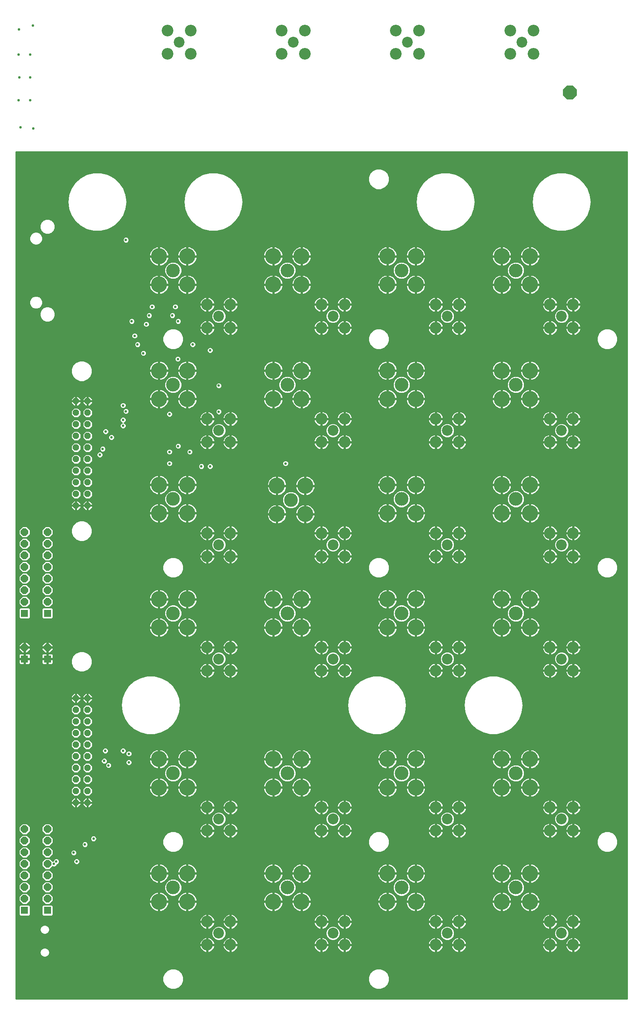
<source format=gtl>
G75*
%MOIN*%
%OFA0B0*%
%FSLAX25Y25*%
%IPPOS*%
%LPD*%
%AMOC8*
5,1,8,0,0,1.08239X$1,22.5*
%
%ADD10C,0.11811*%
%ADD11C,0.13843*%
%ADD12C,0.09300*%
%ADD13C,0.10050*%
%ADD14OC8,0.06496*%
%ADD15R,0.06496X0.06496*%
%ADD16OC8,0.05400*%
%ADD17OC8,0.11811*%
%ADD18C,0.01000*%
%ADD19C,0.02178*%
%ADD20C,0.27559*%
%ADD21C,0.62992*%
D10*
X0166854Y0119610D03*
X0166854Y0218035D03*
X0166854Y0355831D03*
X0166854Y0454256D03*
X0166854Y0552681D03*
X0166854Y0651106D03*
X0265280Y0651106D03*
X0265280Y0552681D03*
X0268429Y0453469D03*
X0265280Y0355831D03*
X0265280Y0218035D03*
X0265280Y0119610D03*
X0363705Y0119610D03*
X0363705Y0218035D03*
X0363705Y0355831D03*
X0363705Y0454256D03*
X0363705Y0552681D03*
X0363705Y0651106D03*
X0462130Y0651106D03*
X0462130Y0552681D03*
X0462130Y0454256D03*
X0462130Y0355831D03*
X0462130Y0218035D03*
X0462130Y0119610D03*
D11*
X0474330Y0107410D03*
X0474330Y0131810D03*
X0449930Y0131810D03*
X0449930Y0107410D03*
X0449930Y0205835D03*
X0449930Y0230235D03*
X0474330Y0230235D03*
X0474330Y0205835D03*
X0474330Y0343631D03*
X0474330Y0368031D03*
X0449930Y0368031D03*
X0449930Y0343631D03*
X0449930Y0442056D03*
X0449930Y0466456D03*
X0474330Y0466456D03*
X0474330Y0442056D03*
X0474330Y0540481D03*
X0474330Y0564881D03*
X0449930Y0564881D03*
X0449930Y0540481D03*
X0449930Y0638906D03*
X0449930Y0663306D03*
X0474330Y0663306D03*
X0474330Y0638906D03*
X0375905Y0638906D03*
X0375905Y0663306D03*
X0351505Y0663306D03*
X0351505Y0638906D03*
X0351505Y0564881D03*
X0351505Y0540481D03*
X0375905Y0540481D03*
X0375905Y0564881D03*
X0375905Y0466456D03*
X0375905Y0442056D03*
X0351505Y0442056D03*
X0351505Y0466456D03*
X0351505Y0368031D03*
X0351505Y0343631D03*
X0375905Y0343631D03*
X0375905Y0368031D03*
X0375905Y0230235D03*
X0375905Y0205835D03*
X0351505Y0205835D03*
X0351505Y0230235D03*
X0351505Y0131810D03*
X0351505Y0107410D03*
X0375905Y0107410D03*
X0375905Y0131810D03*
X0277480Y0131810D03*
X0277480Y0107410D03*
X0253080Y0107410D03*
X0253080Y0131810D03*
X0253080Y0205835D03*
X0253080Y0230235D03*
X0277480Y0230235D03*
X0277480Y0205835D03*
X0277480Y0343631D03*
X0277480Y0368031D03*
X0253080Y0368031D03*
X0253080Y0343631D03*
X0256229Y0441269D03*
X0256229Y0465669D03*
X0280629Y0465669D03*
X0280629Y0441269D03*
X0277480Y0540481D03*
X0277480Y0564881D03*
X0253080Y0564881D03*
X0253080Y0540481D03*
X0253080Y0638906D03*
X0253080Y0663306D03*
X0277480Y0663306D03*
X0277480Y0638906D03*
X0179054Y0638906D03*
X0179054Y0663306D03*
X0154654Y0663306D03*
X0154654Y0638906D03*
X0154654Y0564881D03*
X0154654Y0540481D03*
X0179054Y0540481D03*
X0179054Y0564881D03*
X0179054Y0466456D03*
X0179054Y0442056D03*
X0154654Y0442056D03*
X0154654Y0466456D03*
X0154654Y0368031D03*
X0154654Y0343631D03*
X0179054Y0343631D03*
X0179054Y0368031D03*
X0179054Y0230235D03*
X0179054Y0205835D03*
X0154654Y0205835D03*
X0154654Y0230235D03*
X0154654Y0131810D03*
X0154654Y0107410D03*
X0179054Y0107410D03*
X0179054Y0131810D03*
D12*
X0206224Y0178665D03*
X0206224Y0080240D03*
X0304650Y0080240D03*
X0304650Y0178665D03*
X0304650Y0316461D03*
X0304650Y0414886D03*
X0304650Y0513311D03*
X0304650Y0611736D03*
X0403075Y0611736D03*
X0403075Y0513311D03*
X0403075Y0414886D03*
X0403075Y0316461D03*
X0403075Y0178665D03*
X0403075Y0080240D03*
X0501500Y0080240D03*
X0501500Y0178665D03*
X0501500Y0316461D03*
X0501500Y0414886D03*
X0501500Y0513311D03*
X0501500Y0611736D03*
X0467248Y0847563D03*
X0368823Y0847563D03*
X0270398Y0847563D03*
X0171972Y0847563D03*
X0206224Y0611736D03*
X0206224Y0513311D03*
X0206224Y0414886D03*
X0206224Y0316461D03*
D13*
X0196224Y0326461D03*
X0196224Y0306461D03*
X0216224Y0306461D03*
X0216224Y0326461D03*
X0216224Y0404886D03*
X0216224Y0424886D03*
X0196224Y0424886D03*
X0196224Y0404886D03*
X0196224Y0503311D03*
X0196224Y0523311D03*
X0216224Y0523311D03*
X0216224Y0503311D03*
X0216224Y0601736D03*
X0216224Y0621736D03*
X0196224Y0621736D03*
X0196224Y0601736D03*
X0294650Y0601736D03*
X0294650Y0621736D03*
X0314650Y0621736D03*
X0314650Y0601736D03*
X0314650Y0523311D03*
X0314650Y0503311D03*
X0294650Y0503311D03*
X0294650Y0523311D03*
X0294650Y0424886D03*
X0294650Y0404886D03*
X0314650Y0404886D03*
X0314650Y0424886D03*
X0314650Y0326461D03*
X0314650Y0306461D03*
X0294650Y0306461D03*
X0294650Y0326461D03*
X0294650Y0188665D03*
X0294650Y0168665D03*
X0314650Y0168665D03*
X0314650Y0188665D03*
X0314650Y0090240D03*
X0314650Y0070240D03*
X0294650Y0070240D03*
X0294650Y0090240D03*
X0216224Y0090240D03*
X0216224Y0070240D03*
X0196224Y0070240D03*
X0196224Y0090240D03*
X0196224Y0168665D03*
X0196224Y0188665D03*
X0216224Y0188665D03*
X0216224Y0168665D03*
X0393075Y0168665D03*
X0393075Y0188665D03*
X0413075Y0188665D03*
X0413075Y0168665D03*
X0413075Y0090240D03*
X0413075Y0070240D03*
X0393075Y0070240D03*
X0393075Y0090240D03*
X0491500Y0090240D03*
X0491500Y0070240D03*
X0511500Y0070240D03*
X0511500Y0090240D03*
X0511500Y0168665D03*
X0511500Y0188665D03*
X0491500Y0188665D03*
X0491500Y0168665D03*
X0491500Y0306461D03*
X0491500Y0326461D03*
X0511500Y0326461D03*
X0511500Y0306461D03*
X0511500Y0404886D03*
X0511500Y0424886D03*
X0491500Y0424886D03*
X0491500Y0404886D03*
X0491500Y0503311D03*
X0491500Y0523311D03*
X0511500Y0523311D03*
X0511500Y0503311D03*
X0511500Y0601736D03*
X0511500Y0621736D03*
X0491500Y0621736D03*
X0491500Y0601736D03*
X0413075Y0601736D03*
X0413075Y0621736D03*
X0393075Y0621736D03*
X0393075Y0601736D03*
X0393075Y0523311D03*
X0393075Y0503311D03*
X0413075Y0503311D03*
X0413075Y0523311D03*
X0413075Y0424886D03*
X0413075Y0404886D03*
X0393075Y0404886D03*
X0393075Y0424886D03*
X0393075Y0326461D03*
X0393075Y0306461D03*
X0413075Y0306461D03*
X0413075Y0326461D03*
X0378823Y0837563D03*
X0378823Y0857563D03*
X0358823Y0857563D03*
X0358823Y0837563D03*
X0280398Y0837563D03*
X0280398Y0857563D03*
X0260398Y0857563D03*
X0260398Y0837563D03*
X0181972Y0837563D03*
X0181972Y0857563D03*
X0161972Y0857563D03*
X0161972Y0837563D03*
X0457248Y0837563D03*
X0457248Y0857563D03*
X0477248Y0857563D03*
X0477248Y0837563D03*
D14*
X0058587Y0425831D03*
X0058587Y0415831D03*
X0058587Y0405831D03*
X0058587Y0395831D03*
X0058587Y0385831D03*
X0058587Y0375831D03*
X0058587Y0365831D03*
X0038902Y0365831D03*
X0038902Y0375831D03*
X0038902Y0385831D03*
X0038902Y0395831D03*
X0038902Y0405831D03*
X0038902Y0415831D03*
X0038902Y0425831D03*
X0038902Y0326461D03*
X0058587Y0326461D03*
X0058587Y0169925D03*
X0058587Y0159925D03*
X0058587Y0149925D03*
X0058587Y0139925D03*
X0058587Y0129925D03*
X0058587Y0119925D03*
X0058587Y0109925D03*
X0038902Y0109925D03*
X0038902Y0119925D03*
X0038902Y0129925D03*
X0038902Y0139925D03*
X0038902Y0149925D03*
X0038902Y0159925D03*
X0038902Y0169925D03*
D15*
X0038902Y0099925D03*
X0058587Y0099925D03*
X0058587Y0316461D03*
X0038902Y0316461D03*
X0038902Y0355831D03*
X0058587Y0355831D03*
D16*
X0083114Y0282720D03*
X0083114Y0272720D03*
X0083114Y0262720D03*
X0083114Y0252720D03*
X0083114Y0242720D03*
X0083114Y0232720D03*
X0083114Y0222720D03*
X0083114Y0212720D03*
X0083114Y0202720D03*
X0083114Y0192720D03*
X0093114Y0192720D03*
X0093114Y0202720D03*
X0093114Y0212720D03*
X0093114Y0222720D03*
X0093114Y0232720D03*
X0093114Y0242720D03*
X0093114Y0252720D03*
X0093114Y0262720D03*
X0093114Y0272720D03*
X0093114Y0282720D03*
X0093114Y0448626D03*
X0093114Y0458626D03*
X0093114Y0468626D03*
X0093114Y0478626D03*
X0093114Y0488626D03*
X0093114Y0498626D03*
X0093114Y0508626D03*
X0093114Y0518626D03*
X0093114Y0528626D03*
X0093114Y0538626D03*
X0083114Y0538626D03*
X0083114Y0528626D03*
X0083114Y0518626D03*
X0083114Y0508626D03*
X0083114Y0498626D03*
X0083114Y0488626D03*
X0083114Y0478626D03*
X0083114Y0468626D03*
X0083114Y0458626D03*
X0083114Y0448626D03*
D17*
X0508587Y0804256D03*
D18*
X0031434Y0753469D02*
X0031434Y0023560D01*
X0558180Y0023560D01*
X0558180Y0753469D01*
X0031434Y0753469D01*
X0031434Y0752614D02*
X0558180Y0752614D01*
X0558180Y0751615D02*
X0031434Y0751615D01*
X0031434Y0750617D02*
X0558180Y0750617D01*
X0558180Y0749618D02*
X0031434Y0749618D01*
X0031434Y0748620D02*
X0558180Y0748620D01*
X0558180Y0747621D02*
X0031434Y0747621D01*
X0031434Y0746623D02*
X0558180Y0746623D01*
X0558180Y0745624D02*
X0031434Y0745624D01*
X0031434Y0744626D02*
X0558180Y0744626D01*
X0558180Y0743627D02*
X0031434Y0743627D01*
X0031434Y0742629D02*
X0558180Y0742629D01*
X0558180Y0741630D02*
X0031434Y0741630D01*
X0031434Y0740632D02*
X0558180Y0740632D01*
X0558180Y0739633D02*
X0031434Y0739633D01*
X0031434Y0738634D02*
X0341810Y0738634D01*
X0342237Y0738811D02*
X0338942Y0737446D01*
X0336420Y0734924D01*
X0335055Y0731630D01*
X0335055Y0728063D01*
X0336420Y0724768D01*
X0338942Y0722247D01*
X0342237Y0720882D01*
X0345803Y0720882D01*
X0349098Y0722247D01*
X0351619Y0724768D01*
X0352984Y0728063D01*
X0352984Y0731630D01*
X0351619Y0734924D01*
X0349098Y0737446D01*
X0345803Y0738811D01*
X0342237Y0738811D01*
X0339400Y0737636D02*
X0031434Y0737636D01*
X0031434Y0736637D02*
X0338133Y0736637D01*
X0337134Y0735639D02*
X0031434Y0735639D01*
X0031434Y0734640D02*
X0095362Y0734640D01*
X0092485Y0733931D02*
X0098436Y0735398D01*
X0104564Y0735398D01*
X0110515Y0733931D01*
X0115941Y0731083D01*
X0120529Y0727019D01*
X0120529Y0727019D01*
X0124010Y0721976D01*
X0124010Y0721976D01*
X0126183Y0716245D01*
X0126183Y0716245D01*
X0126922Y0710161D01*
X0126183Y0704078D01*
X0126183Y0704078D01*
X0124010Y0698347D01*
X0124010Y0698347D01*
X0120529Y0693303D01*
X0120529Y0693303D01*
X0115941Y0689239D01*
X0115941Y0689239D01*
X0110515Y0686391D01*
X0110515Y0686391D01*
X0104564Y0684925D01*
X0098436Y0684925D01*
X0092485Y0686391D01*
X0092485Y0686391D01*
X0087059Y0689239D01*
X0087059Y0689239D01*
X0082471Y0693303D01*
X0082471Y0693303D01*
X0082471Y0693303D01*
X0078990Y0698347D01*
X0078990Y0698347D01*
X0076817Y0704078D01*
X0076817Y0704078D01*
X0076078Y0710161D01*
X0076078Y0710161D01*
X0076817Y0716245D01*
X0076817Y0716245D01*
X0078990Y0721976D01*
X0078990Y0721976D01*
X0082471Y0727019D01*
X0082471Y0727019D01*
X0087059Y0731083D01*
X0087059Y0731083D01*
X0092485Y0733931D01*
X0092485Y0733931D01*
X0091934Y0733642D02*
X0031434Y0733642D01*
X0031434Y0732643D02*
X0090031Y0732643D01*
X0088129Y0731645D02*
X0031434Y0731645D01*
X0031434Y0730646D02*
X0086565Y0730646D01*
X0085438Y0729648D02*
X0031434Y0729648D01*
X0031434Y0728649D02*
X0084311Y0728649D01*
X0083184Y0727651D02*
X0031434Y0727651D01*
X0031434Y0726652D02*
X0082218Y0726652D01*
X0081529Y0725654D02*
X0031434Y0725654D01*
X0031434Y0724655D02*
X0080840Y0724655D01*
X0080150Y0723657D02*
X0031434Y0723657D01*
X0031434Y0722658D02*
X0079461Y0722658D01*
X0078870Y0721660D02*
X0031434Y0721660D01*
X0031434Y0720661D02*
X0078491Y0720661D01*
X0078113Y0719663D02*
X0031434Y0719663D01*
X0031434Y0718664D02*
X0077734Y0718664D01*
X0077355Y0717666D02*
X0031434Y0717666D01*
X0031434Y0716667D02*
X0076977Y0716667D01*
X0076747Y0715669D02*
X0031434Y0715669D01*
X0031434Y0714670D02*
X0076625Y0714670D01*
X0076504Y0713672D02*
X0031434Y0713672D01*
X0031434Y0712673D02*
X0076383Y0712673D01*
X0076262Y0711675D02*
X0031434Y0711675D01*
X0031434Y0710676D02*
X0076140Y0710676D01*
X0076137Y0709678D02*
X0031434Y0709678D01*
X0031434Y0708679D02*
X0076258Y0708679D01*
X0076379Y0707681D02*
X0031434Y0707681D01*
X0031434Y0706682D02*
X0076500Y0706682D01*
X0076622Y0705684D02*
X0031434Y0705684D01*
X0031434Y0704685D02*
X0076743Y0704685D01*
X0076965Y0703687D02*
X0031434Y0703687D01*
X0031434Y0702688D02*
X0077344Y0702688D01*
X0077722Y0701690D02*
X0031434Y0701690D01*
X0031434Y0700691D02*
X0078101Y0700691D01*
X0078480Y0699693D02*
X0031434Y0699693D01*
X0031434Y0698694D02*
X0078858Y0698694D01*
X0079440Y0697696D02*
X0031434Y0697696D01*
X0031434Y0696697D02*
X0080129Y0696697D01*
X0080818Y0695699D02*
X0031434Y0695699D01*
X0031434Y0694700D02*
X0055332Y0694700D01*
X0054847Y0694499D02*
X0052989Y0692642D01*
X0051984Y0690215D01*
X0051984Y0687588D01*
X0052989Y0685162D01*
X0054847Y0683304D01*
X0057273Y0682299D01*
X0059900Y0682299D01*
X0062327Y0683304D01*
X0064184Y0685162D01*
X0065189Y0687588D01*
X0065189Y0690215D01*
X0064184Y0692642D01*
X0062327Y0694499D01*
X0059900Y0695504D01*
X0057273Y0695504D01*
X0054847Y0694499D01*
X0054049Y0693701D02*
X0031434Y0693701D01*
X0031434Y0692703D02*
X0053051Y0692703D01*
X0052601Y0691704D02*
X0031434Y0691704D01*
X0031434Y0690706D02*
X0052188Y0690706D01*
X0051984Y0689707D02*
X0031434Y0689707D01*
X0031434Y0688709D02*
X0051984Y0688709D01*
X0051984Y0687710D02*
X0031434Y0687710D01*
X0031434Y0686712D02*
X0052347Y0686712D01*
X0052761Y0685713D02*
X0031434Y0685713D01*
X0031434Y0684715D02*
X0053436Y0684715D01*
X0054435Y0683716D02*
X0051231Y0683716D01*
X0051926Y0683428D02*
X0049862Y0684283D01*
X0047627Y0684283D01*
X0045562Y0683428D01*
X0043981Y0681848D01*
X0043126Y0679783D01*
X0043126Y0677548D01*
X0043981Y0675483D01*
X0045562Y0673903D01*
X0047627Y0673047D01*
X0049862Y0673047D01*
X0051926Y0673903D01*
X0053507Y0675483D01*
X0054362Y0677548D01*
X0054362Y0679783D01*
X0053507Y0681848D01*
X0051926Y0683428D01*
X0052637Y0682718D02*
X0056263Y0682718D01*
X0053560Y0681719D02*
X0558180Y0681719D01*
X0558180Y0680721D02*
X0053974Y0680721D01*
X0054362Y0679722D02*
X0125100Y0679722D01*
X0124758Y0679581D02*
X0125709Y0679975D01*
X0126739Y0679975D01*
X0127691Y0679581D01*
X0128419Y0678852D01*
X0128813Y0677901D01*
X0128813Y0676871D01*
X0128419Y0675919D01*
X0127691Y0675191D01*
X0126739Y0674797D01*
X0125709Y0674797D01*
X0124758Y0675191D01*
X0124030Y0675919D01*
X0123635Y0676871D01*
X0123635Y0677901D01*
X0124030Y0678852D01*
X0124758Y0679581D01*
X0123976Y0678724D02*
X0054362Y0678724D01*
X0054362Y0677725D02*
X0123635Y0677725D01*
X0123695Y0676727D02*
X0054022Y0676727D01*
X0053609Y0675728D02*
X0124221Y0675728D01*
X0128228Y0675728D02*
X0558180Y0675728D01*
X0558180Y0674730D02*
X0052754Y0674730D01*
X0051513Y0673731D02*
X0558180Y0673731D01*
X0558180Y0672733D02*
X0031434Y0672733D01*
X0031434Y0673731D02*
X0045975Y0673731D01*
X0044734Y0674730D02*
X0031434Y0674730D01*
X0031434Y0675728D02*
X0043880Y0675728D01*
X0043466Y0676727D02*
X0031434Y0676727D01*
X0031434Y0677725D02*
X0043126Y0677725D01*
X0043126Y0678724D02*
X0031434Y0678724D01*
X0031434Y0679722D02*
X0043126Y0679722D01*
X0043515Y0680721D02*
X0031434Y0680721D01*
X0031434Y0681719D02*
X0043928Y0681719D01*
X0044851Y0682718D02*
X0031434Y0682718D01*
X0031434Y0683716D02*
X0046258Y0683716D01*
X0031434Y0671734D02*
X0558180Y0671734D01*
X0558180Y0670736D02*
X0478304Y0670736D01*
X0478063Y0670875D02*
X0477043Y0671298D01*
X0475976Y0671583D01*
X0474882Y0671728D01*
X0474830Y0671728D01*
X0474830Y0663806D01*
X0482751Y0663806D01*
X0482751Y0663858D01*
X0482607Y0664953D01*
X0482321Y0666019D01*
X0481899Y0667039D01*
X0481347Y0667995D01*
X0480675Y0668871D01*
X0479894Y0669651D01*
X0479019Y0670323D01*
X0478063Y0670875D01*
X0479782Y0669737D02*
X0558180Y0669737D01*
X0558180Y0668739D02*
X0480776Y0668739D01*
X0481494Y0667740D02*
X0558180Y0667740D01*
X0558180Y0666742D02*
X0482022Y0666742D01*
X0482395Y0665743D02*
X0558180Y0665743D01*
X0558180Y0664745D02*
X0482634Y0664745D01*
X0482751Y0662806D02*
X0474830Y0662806D01*
X0474830Y0654885D01*
X0474882Y0654885D01*
X0475976Y0655029D01*
X0477043Y0655315D01*
X0478063Y0655737D01*
X0479019Y0656289D01*
X0479894Y0656961D01*
X0480675Y0657742D01*
X0481347Y0658618D01*
X0481899Y0659574D01*
X0482321Y0660594D01*
X0482607Y0661660D01*
X0482751Y0662754D01*
X0482751Y0662806D01*
X0482750Y0662748D02*
X0558180Y0662748D01*
X0558180Y0663746D02*
X0474830Y0663746D01*
X0474830Y0663806D02*
X0474830Y0662806D01*
X0473830Y0662806D01*
X0473830Y0654885D01*
X0473778Y0654885D01*
X0472683Y0655029D01*
X0471617Y0655315D01*
X0470597Y0655737D01*
X0469641Y0656289D01*
X0468765Y0656961D01*
X0467985Y0657742D01*
X0467313Y0658618D01*
X0466761Y0659574D01*
X0466338Y0660594D01*
X0466053Y0661660D01*
X0465909Y0662754D01*
X0465909Y0662806D01*
X0473830Y0662806D01*
X0473830Y0663806D01*
X0465909Y0663806D01*
X0465909Y0663858D01*
X0466053Y0664953D01*
X0466338Y0666019D01*
X0466761Y0667039D01*
X0467313Y0667995D01*
X0467985Y0668871D01*
X0468765Y0669651D01*
X0469641Y0670323D01*
X0470597Y0670875D01*
X0471617Y0671298D01*
X0472683Y0671583D01*
X0473778Y0671728D01*
X0473830Y0671728D01*
X0473830Y0663806D01*
X0474830Y0663806D01*
X0474830Y0664745D02*
X0473830Y0664745D01*
X0473830Y0665743D02*
X0474830Y0665743D01*
X0474830Y0666742D02*
X0473830Y0666742D01*
X0473830Y0667740D02*
X0474830Y0667740D01*
X0474830Y0668739D02*
X0473830Y0668739D01*
X0473830Y0669737D02*
X0474830Y0669737D01*
X0474830Y0670736D02*
X0473830Y0670736D01*
X0470356Y0670736D02*
X0453904Y0670736D01*
X0453663Y0670875D02*
X0452643Y0671298D01*
X0451576Y0671583D01*
X0450482Y0671728D01*
X0450430Y0671728D01*
X0450430Y0663806D01*
X0458351Y0663806D01*
X0458351Y0663858D01*
X0458207Y0664953D01*
X0457921Y0666019D01*
X0457499Y0667039D01*
X0456947Y0667995D01*
X0456275Y0668871D01*
X0455494Y0669651D01*
X0454619Y0670323D01*
X0453663Y0670875D01*
X0455382Y0669737D02*
X0468877Y0669737D01*
X0467884Y0668739D02*
X0456376Y0668739D01*
X0457094Y0667740D02*
X0467166Y0667740D01*
X0466638Y0666742D02*
X0457622Y0666742D01*
X0457995Y0665743D02*
X0466265Y0665743D01*
X0466025Y0664745D02*
X0458234Y0664745D01*
X0458351Y0662806D02*
X0450430Y0662806D01*
X0450430Y0654885D01*
X0450482Y0654885D01*
X0451576Y0655029D01*
X0452643Y0655315D01*
X0453663Y0655737D01*
X0454619Y0656289D01*
X0455494Y0656961D01*
X0456275Y0657742D01*
X0456947Y0658618D01*
X0457499Y0659574D01*
X0457921Y0660594D01*
X0458207Y0661660D01*
X0458351Y0662754D01*
X0458351Y0662806D01*
X0458350Y0662748D02*
X0465910Y0662748D01*
X0466041Y0661749D02*
X0458219Y0661749D01*
X0457963Y0660751D02*
X0466296Y0660751D01*
X0466687Y0659752D02*
X0457573Y0659752D01*
X0457025Y0658754D02*
X0467234Y0658754D01*
X0467975Y0657755D02*
X0465430Y0657755D01*
X0466325Y0657384D02*
X0463603Y0658512D01*
X0460657Y0658512D01*
X0457935Y0657384D01*
X0455852Y0655301D01*
X0454724Y0652579D01*
X0454724Y0649633D01*
X0455852Y0646911D01*
X0457935Y0644828D01*
X0460657Y0643701D01*
X0463603Y0643701D01*
X0466325Y0644828D01*
X0468408Y0646911D01*
X0469535Y0649633D01*
X0469535Y0652579D01*
X0468408Y0655301D01*
X0466325Y0657384D01*
X0466953Y0656757D02*
X0469032Y0656757D01*
X0467951Y0655758D02*
X0470561Y0655758D01*
X0468632Y0654760D02*
X0558180Y0654760D01*
X0558180Y0655758D02*
X0478098Y0655758D01*
X0479628Y0656757D02*
X0558180Y0656757D01*
X0558180Y0657755D02*
X0480685Y0657755D01*
X0481425Y0658754D02*
X0558180Y0658754D01*
X0558180Y0659752D02*
X0481973Y0659752D01*
X0482363Y0660751D02*
X0558180Y0660751D01*
X0558180Y0661749D02*
X0482619Y0661749D01*
X0477043Y0646898D02*
X0475976Y0647183D01*
X0474882Y0647328D01*
X0474830Y0647328D01*
X0474830Y0639406D01*
X0482751Y0639406D01*
X0482751Y0639458D01*
X0482607Y0640553D01*
X0482321Y0641619D01*
X0481899Y0642639D01*
X0481347Y0643595D01*
X0480675Y0644471D01*
X0479894Y0645251D01*
X0479019Y0645923D01*
X0478063Y0646475D01*
X0477043Y0646898D01*
X0477348Y0646771D02*
X0558180Y0646771D01*
X0558180Y0645773D02*
X0479215Y0645773D01*
X0480371Y0644774D02*
X0558180Y0644774D01*
X0558180Y0643776D02*
X0481208Y0643776D01*
X0481819Y0642777D02*
X0558180Y0642777D01*
X0558180Y0641779D02*
X0482255Y0641779D01*
X0482546Y0640780D02*
X0558180Y0640780D01*
X0558180Y0639782D02*
X0482709Y0639782D01*
X0482751Y0638406D02*
X0474830Y0638406D01*
X0474830Y0630485D01*
X0474882Y0630485D01*
X0475976Y0630629D01*
X0477043Y0630915D01*
X0478063Y0631337D01*
X0479019Y0631889D01*
X0479894Y0632561D01*
X0480675Y0633342D01*
X0481347Y0634218D01*
X0481899Y0635174D01*
X0482321Y0636194D01*
X0482607Y0637260D01*
X0482751Y0638354D01*
X0482751Y0638406D01*
X0482676Y0637785D02*
X0558180Y0637785D01*
X0558180Y0638783D02*
X0474830Y0638783D01*
X0474830Y0638406D02*
X0474830Y0639406D01*
X0473830Y0639406D01*
X0473830Y0638406D01*
X0474830Y0638406D01*
X0474830Y0637785D02*
X0473830Y0637785D01*
X0473830Y0638406D02*
X0473830Y0630485D01*
X0473778Y0630485D01*
X0472683Y0630629D01*
X0471617Y0630915D01*
X0470597Y0631337D01*
X0469641Y0631889D01*
X0468765Y0632561D01*
X0467985Y0633342D01*
X0467313Y0634218D01*
X0466761Y0635174D01*
X0466338Y0636194D01*
X0466053Y0637260D01*
X0465909Y0638354D01*
X0465909Y0638406D01*
X0473830Y0638406D01*
X0473830Y0638783D02*
X0450430Y0638783D01*
X0450430Y0638406D02*
X0450430Y0639406D01*
X0458351Y0639406D01*
X0458351Y0639458D01*
X0458207Y0640553D01*
X0457921Y0641619D01*
X0457499Y0642639D01*
X0456947Y0643595D01*
X0456275Y0644471D01*
X0455494Y0645251D01*
X0454619Y0645923D01*
X0453663Y0646475D01*
X0452643Y0646898D01*
X0451576Y0647183D01*
X0450482Y0647328D01*
X0450430Y0647328D01*
X0450430Y0639406D01*
X0449430Y0639406D01*
X0449430Y0638406D01*
X0450430Y0638406D01*
X0450430Y0630485D01*
X0450482Y0630485D01*
X0451576Y0630629D01*
X0452643Y0630915D01*
X0453663Y0631337D01*
X0454619Y0631889D01*
X0455494Y0632561D01*
X0456275Y0633342D01*
X0456947Y0634218D01*
X0457499Y0635174D01*
X0457921Y0636194D01*
X0458207Y0637260D01*
X0458351Y0638354D01*
X0458351Y0638406D01*
X0450430Y0638406D01*
X0450430Y0637785D02*
X0449430Y0637785D01*
X0449430Y0638406D02*
X0449430Y0630485D01*
X0449378Y0630485D01*
X0448283Y0630629D01*
X0447217Y0630915D01*
X0446197Y0631337D01*
X0445241Y0631889D01*
X0444365Y0632561D01*
X0443585Y0633342D01*
X0442913Y0634218D01*
X0442361Y0635174D01*
X0441938Y0636194D01*
X0441653Y0637260D01*
X0441509Y0638354D01*
X0441509Y0638406D01*
X0449430Y0638406D01*
X0449430Y0638783D02*
X0376405Y0638783D01*
X0376405Y0638406D02*
X0376405Y0639406D01*
X0384326Y0639406D01*
X0384326Y0639458D01*
X0384182Y0640553D01*
X0383896Y0641619D01*
X0383474Y0642639D01*
X0382922Y0643595D01*
X0382250Y0644471D01*
X0381469Y0645251D01*
X0380593Y0645923D01*
X0379637Y0646475D01*
X0378617Y0646898D01*
X0377551Y0647183D01*
X0376457Y0647328D01*
X0376405Y0647328D01*
X0376405Y0639406D01*
X0375405Y0639406D01*
X0375405Y0638406D01*
X0376405Y0638406D01*
X0384326Y0638406D01*
X0384326Y0638354D01*
X0384182Y0637260D01*
X0383896Y0636194D01*
X0383474Y0635174D01*
X0382922Y0634218D01*
X0382250Y0633342D01*
X0381469Y0632561D01*
X0380593Y0631889D01*
X0379637Y0631337D01*
X0378617Y0630915D01*
X0377551Y0630629D01*
X0376457Y0630485D01*
X0376405Y0630485D01*
X0376405Y0638406D01*
X0376405Y0637785D02*
X0375405Y0637785D01*
X0375405Y0638406D02*
X0375405Y0630485D01*
X0375353Y0630485D01*
X0374258Y0630629D01*
X0373192Y0630915D01*
X0372172Y0631337D01*
X0371216Y0631889D01*
X0370340Y0632561D01*
X0369560Y0633342D01*
X0368888Y0634218D01*
X0368336Y0635174D01*
X0367913Y0636194D01*
X0367628Y0637260D01*
X0367483Y0638354D01*
X0367483Y0638406D01*
X0375405Y0638406D01*
X0375405Y0638783D02*
X0352005Y0638783D01*
X0352005Y0638406D02*
X0352005Y0639406D01*
X0359926Y0639406D01*
X0359926Y0639458D01*
X0359782Y0640553D01*
X0359496Y0641619D01*
X0359074Y0642639D01*
X0358522Y0643595D01*
X0357850Y0644471D01*
X0357069Y0645251D01*
X0356193Y0645923D01*
X0355237Y0646475D01*
X0354217Y0646898D01*
X0353151Y0647183D01*
X0352057Y0647328D01*
X0352005Y0647328D01*
X0352005Y0639406D01*
X0351005Y0639406D01*
X0351005Y0638406D01*
X0352005Y0638406D01*
X0359926Y0638406D01*
X0359926Y0638354D01*
X0359782Y0637260D01*
X0359496Y0636194D01*
X0359074Y0635174D01*
X0358522Y0634218D01*
X0357850Y0633342D01*
X0357069Y0632561D01*
X0356193Y0631889D01*
X0355237Y0631337D01*
X0354217Y0630915D01*
X0353151Y0630629D01*
X0352057Y0630485D01*
X0352005Y0630485D01*
X0352005Y0638406D01*
X0352005Y0637785D02*
X0351005Y0637785D01*
X0351005Y0638406D02*
X0351005Y0630485D01*
X0350953Y0630485D01*
X0349858Y0630629D01*
X0348792Y0630915D01*
X0347772Y0631337D01*
X0346816Y0631889D01*
X0345940Y0632561D01*
X0345160Y0633342D01*
X0344488Y0634218D01*
X0343936Y0635174D01*
X0343513Y0636194D01*
X0343228Y0637260D01*
X0343083Y0638354D01*
X0343083Y0638406D01*
X0351005Y0638406D01*
X0351005Y0638783D02*
X0277980Y0638783D01*
X0277980Y0638406D02*
X0277980Y0639406D01*
X0285901Y0639406D01*
X0285901Y0639458D01*
X0285757Y0640553D01*
X0285471Y0641619D01*
X0285049Y0642639D01*
X0284497Y0643595D01*
X0283825Y0644471D01*
X0283044Y0645251D01*
X0282168Y0645923D01*
X0281212Y0646475D01*
X0280192Y0646898D01*
X0279126Y0647183D01*
X0278031Y0647328D01*
X0277980Y0647328D01*
X0277980Y0639406D01*
X0276980Y0639406D01*
X0276980Y0647328D01*
X0276928Y0647328D01*
X0275833Y0647183D01*
X0274767Y0646898D01*
X0273747Y0646475D01*
X0272791Y0645923D01*
X0271915Y0645251D01*
X0271134Y0644471D01*
X0270462Y0643595D01*
X0269911Y0642639D01*
X0269488Y0641619D01*
X0269202Y0640553D01*
X0269058Y0639458D01*
X0269058Y0639406D01*
X0276979Y0639406D01*
X0276979Y0638406D01*
X0269058Y0638406D01*
X0269058Y0638354D01*
X0269202Y0637260D01*
X0269488Y0636194D01*
X0269911Y0635174D01*
X0270462Y0634218D01*
X0271134Y0633342D01*
X0271915Y0632561D01*
X0272791Y0631889D01*
X0273747Y0631337D01*
X0274767Y0630915D01*
X0275833Y0630629D01*
X0276928Y0630485D01*
X0276980Y0630485D01*
X0276980Y0638406D01*
X0277980Y0638406D01*
X0285901Y0638406D01*
X0285901Y0638354D01*
X0285757Y0637260D01*
X0285471Y0636194D01*
X0285049Y0635174D01*
X0284497Y0634218D01*
X0283825Y0633342D01*
X0283044Y0632561D01*
X0282168Y0631889D01*
X0281212Y0631337D01*
X0280192Y0630915D01*
X0279126Y0630629D01*
X0278031Y0630485D01*
X0277980Y0630485D01*
X0277980Y0638406D01*
X0277980Y0637785D02*
X0276980Y0637785D01*
X0276979Y0638783D02*
X0253580Y0638783D01*
X0253580Y0638406D02*
X0253580Y0639406D01*
X0261501Y0639406D01*
X0261501Y0639458D01*
X0261357Y0640553D01*
X0261071Y0641619D01*
X0260649Y0642639D01*
X0260097Y0643595D01*
X0259425Y0644471D01*
X0258644Y0645251D01*
X0257768Y0645923D01*
X0256812Y0646475D01*
X0255792Y0646898D01*
X0254726Y0647183D01*
X0253631Y0647328D01*
X0253580Y0647328D01*
X0253580Y0639406D01*
X0252580Y0639406D01*
X0252580Y0647328D01*
X0252528Y0647328D01*
X0251433Y0647183D01*
X0250367Y0646898D01*
X0249347Y0646475D01*
X0248391Y0645923D01*
X0247515Y0645251D01*
X0246734Y0644471D01*
X0246062Y0643595D01*
X0245511Y0642639D01*
X0245088Y0641619D01*
X0244802Y0640553D01*
X0244658Y0639458D01*
X0244658Y0639406D01*
X0252579Y0639406D01*
X0252579Y0638406D01*
X0244658Y0638406D01*
X0244658Y0638354D01*
X0244802Y0637260D01*
X0245088Y0636194D01*
X0245511Y0635174D01*
X0246062Y0634218D01*
X0246734Y0633342D01*
X0247515Y0632561D01*
X0248391Y0631889D01*
X0249347Y0631337D01*
X0250367Y0630915D01*
X0251433Y0630629D01*
X0252528Y0630485D01*
X0252580Y0630485D01*
X0252580Y0638406D01*
X0253580Y0638406D01*
X0261501Y0638406D01*
X0261501Y0638354D01*
X0261357Y0637260D01*
X0261071Y0636194D01*
X0260649Y0635174D01*
X0260097Y0634218D01*
X0259425Y0633342D01*
X0258644Y0632561D01*
X0257768Y0631889D01*
X0256812Y0631337D01*
X0255792Y0630915D01*
X0254726Y0630629D01*
X0253631Y0630485D01*
X0253580Y0630485D01*
X0253580Y0638406D01*
X0253580Y0637785D02*
X0252580Y0637785D01*
X0252579Y0638783D02*
X0179554Y0638783D01*
X0179554Y0638406D02*
X0179554Y0639406D01*
X0178554Y0639406D01*
X0178554Y0638406D01*
X0170633Y0638406D01*
X0170633Y0638354D01*
X0170777Y0637260D01*
X0171063Y0636194D01*
X0171485Y0635174D01*
X0172037Y0634218D01*
X0172709Y0633342D01*
X0173490Y0632561D01*
X0174366Y0631889D01*
X0175322Y0631337D01*
X0176342Y0630915D01*
X0177408Y0630629D01*
X0178502Y0630485D01*
X0178554Y0630485D01*
X0178554Y0638406D01*
X0179554Y0638406D01*
X0179554Y0630485D01*
X0179606Y0630485D01*
X0180701Y0630629D01*
X0181767Y0630915D01*
X0182787Y0631337D01*
X0183743Y0631889D01*
X0184619Y0632561D01*
X0185399Y0633342D01*
X0186071Y0634218D01*
X0186623Y0635174D01*
X0187046Y0636194D01*
X0187331Y0637260D01*
X0187476Y0638354D01*
X0187476Y0638406D01*
X0179554Y0638406D01*
X0179554Y0637785D02*
X0178554Y0637785D01*
X0178554Y0638783D02*
X0155154Y0638783D01*
X0155154Y0638406D02*
X0155154Y0639406D01*
X0154154Y0639406D01*
X0154154Y0638406D01*
X0146233Y0638406D01*
X0146233Y0638354D01*
X0146377Y0637260D01*
X0146663Y0636194D01*
X0147085Y0635174D01*
X0147637Y0634218D01*
X0148309Y0633342D01*
X0149090Y0632561D01*
X0149966Y0631889D01*
X0150922Y0631337D01*
X0151942Y0630915D01*
X0153008Y0630629D01*
X0154102Y0630485D01*
X0154154Y0630485D01*
X0154154Y0638406D01*
X0155154Y0638406D01*
X0155154Y0630485D01*
X0155206Y0630485D01*
X0156301Y0630629D01*
X0157367Y0630915D01*
X0158387Y0631337D01*
X0159343Y0631889D01*
X0160219Y0632561D01*
X0160999Y0633342D01*
X0161671Y0634218D01*
X0162223Y0635174D01*
X0162646Y0636194D01*
X0162931Y0637260D01*
X0163076Y0638354D01*
X0163076Y0638406D01*
X0155154Y0638406D01*
X0155154Y0637785D02*
X0154154Y0637785D01*
X0154154Y0638783D02*
X0031434Y0638783D01*
X0031434Y0637785D02*
X0146308Y0637785D01*
X0146504Y0636786D02*
X0031434Y0636786D01*
X0031434Y0635788D02*
X0146831Y0635788D01*
X0147307Y0634789D02*
X0031434Y0634789D01*
X0031434Y0633791D02*
X0147965Y0633791D01*
X0148859Y0632792D02*
X0031434Y0632792D01*
X0031434Y0631794D02*
X0150131Y0631794D01*
X0152388Y0630795D02*
X0031434Y0630795D01*
X0031434Y0629797D02*
X0558180Y0629797D01*
X0558180Y0630795D02*
X0476596Y0630795D01*
X0474830Y0630795D02*
X0473830Y0630795D01*
X0473830Y0631794D02*
X0474830Y0631794D01*
X0474830Y0632792D02*
X0473830Y0632792D01*
X0473830Y0633791D02*
X0474830Y0633791D01*
X0474830Y0634789D02*
X0473830Y0634789D01*
X0473830Y0635788D02*
X0474830Y0635788D01*
X0474830Y0636786D02*
X0473830Y0636786D01*
X0473830Y0639406D02*
X0465909Y0639406D01*
X0465909Y0639458D01*
X0466053Y0640553D01*
X0466338Y0641619D01*
X0466761Y0642639D01*
X0467313Y0643595D01*
X0467985Y0644471D01*
X0468765Y0645251D01*
X0469641Y0645923D01*
X0470597Y0646475D01*
X0471617Y0646898D01*
X0472683Y0647183D01*
X0473778Y0647328D01*
X0473830Y0647328D01*
X0473830Y0639406D01*
X0473830Y0639782D02*
X0474830Y0639782D01*
X0474830Y0640780D02*
X0473830Y0640780D01*
X0473830Y0641779D02*
X0474830Y0641779D01*
X0474830Y0642777D02*
X0473830Y0642777D01*
X0473830Y0643776D02*
X0474830Y0643776D01*
X0474830Y0644774D02*
X0473830Y0644774D01*
X0473830Y0645773D02*
X0474830Y0645773D01*
X0474830Y0646771D02*
X0473830Y0646771D01*
X0471312Y0646771D02*
X0468268Y0646771D01*
X0468764Y0647770D02*
X0558180Y0647770D01*
X0558180Y0648768D02*
X0469177Y0648768D01*
X0469535Y0649767D02*
X0558180Y0649767D01*
X0558180Y0650766D02*
X0469535Y0650766D01*
X0469535Y0651764D02*
X0558180Y0651764D01*
X0558180Y0652763D02*
X0469460Y0652763D01*
X0469046Y0653761D02*
X0558180Y0653761D01*
X0558180Y0636786D02*
X0482480Y0636786D01*
X0482153Y0635788D02*
X0558180Y0635788D01*
X0558180Y0634789D02*
X0481677Y0634789D01*
X0481019Y0633791D02*
X0558180Y0633791D01*
X0558180Y0632792D02*
X0480125Y0632792D01*
X0478853Y0631794D02*
X0558180Y0631794D01*
X0558180Y0628798D02*
X0050748Y0628798D01*
X0049862Y0629165D02*
X0047627Y0629165D01*
X0045562Y0628310D01*
X0043981Y0626730D01*
X0043126Y0624665D01*
X0043126Y0622430D01*
X0043981Y0620365D01*
X0045562Y0618784D01*
X0047627Y0617929D01*
X0049862Y0617929D01*
X0051926Y0618784D01*
X0053507Y0620365D01*
X0054362Y0622430D01*
X0054362Y0624665D01*
X0053507Y0626730D01*
X0051926Y0628310D01*
X0049862Y0629165D01*
X0052437Y0627800D02*
X0193812Y0627800D01*
X0194123Y0627928D02*
X0193332Y0627601D01*
X0192592Y0627173D01*
X0191913Y0626652D01*
X0191308Y0626048D01*
X0190787Y0625369D01*
X0190360Y0624628D01*
X0190032Y0623838D01*
X0189811Y0623012D01*
X0189709Y0622236D01*
X0195724Y0622236D01*
X0195724Y0621236D01*
X0189709Y0621236D01*
X0189811Y0620461D01*
X0190032Y0619634D01*
X0190360Y0618844D01*
X0190787Y0618103D01*
X0191308Y0617425D01*
X0191913Y0616820D01*
X0192592Y0616299D01*
X0193332Y0615872D01*
X0194123Y0615544D01*
X0194949Y0615323D01*
X0195724Y0615221D01*
X0195724Y0621236D01*
X0196724Y0621236D01*
X0196724Y0615221D01*
X0197500Y0615323D01*
X0198326Y0615544D01*
X0199117Y0615872D01*
X0199857Y0616299D01*
X0200536Y0616820D01*
X0201141Y0617425D01*
X0201661Y0618103D01*
X0202089Y0618844D01*
X0202416Y0619634D01*
X0202638Y0620461D01*
X0202740Y0621236D01*
X0196724Y0621236D01*
X0196724Y0622236D01*
X0195724Y0622236D01*
X0195724Y0628252D01*
X0194949Y0628150D01*
X0194123Y0627928D01*
X0195724Y0627800D02*
X0196724Y0627800D01*
X0196724Y0628252D02*
X0197500Y0628150D01*
X0198326Y0627928D01*
X0199117Y0627601D01*
X0199857Y0627173D01*
X0200536Y0626652D01*
X0201141Y0626048D01*
X0201661Y0625369D01*
X0202089Y0624628D01*
X0202416Y0623838D01*
X0202638Y0623012D01*
X0202740Y0622236D01*
X0196724Y0622236D01*
X0196724Y0628252D01*
X0196724Y0626801D02*
X0195724Y0626801D01*
X0195724Y0625803D02*
X0196724Y0625803D01*
X0196724Y0624804D02*
X0195724Y0624804D01*
X0195724Y0623806D02*
X0196724Y0623806D01*
X0196724Y0622807D02*
X0195724Y0622807D01*
X0195724Y0621809D02*
X0170463Y0621809D01*
X0170191Y0622081D02*
X0169239Y0622475D01*
X0168209Y0622475D01*
X0167258Y0622081D01*
X0166530Y0621352D01*
X0166135Y0620401D01*
X0166135Y0619371D01*
X0166530Y0618419D01*
X0167258Y0617691D01*
X0168209Y0617297D01*
X0169239Y0617297D01*
X0170191Y0617691D01*
X0170919Y0618419D01*
X0171313Y0619371D01*
X0171313Y0620401D01*
X0170919Y0621352D01*
X0170191Y0622081D01*
X0171144Y0620810D02*
X0189765Y0620810D01*
X0189985Y0619812D02*
X0171313Y0619812D01*
X0171082Y0618813D02*
X0190378Y0618813D01*
X0191009Y0617815D02*
X0170315Y0617815D01*
X0167134Y0617815D02*
X0150344Y0617815D01*
X0150191Y0617661D02*
X0150919Y0618390D01*
X0151313Y0619341D01*
X0151313Y0620371D01*
X0150919Y0621323D01*
X0150191Y0622051D01*
X0149239Y0622445D01*
X0148209Y0622445D01*
X0147258Y0622051D01*
X0146530Y0621323D01*
X0146135Y0620371D01*
X0146135Y0619341D01*
X0146530Y0618390D01*
X0147258Y0617661D01*
X0148209Y0617267D01*
X0149239Y0617267D01*
X0150191Y0617661D01*
X0151095Y0618813D02*
X0166366Y0618813D01*
X0166135Y0619812D02*
X0151313Y0619812D01*
X0151132Y0620810D02*
X0166305Y0620810D01*
X0166986Y0621809D02*
X0150433Y0621809D01*
X0147015Y0621809D02*
X0054105Y0621809D01*
X0054362Y0622807D02*
X0189784Y0622807D01*
X0190024Y0623806D02*
X0054362Y0623806D01*
X0054304Y0624804D02*
X0190461Y0624804D01*
X0191120Y0625803D02*
X0053891Y0625803D01*
X0053435Y0626801D02*
X0192107Y0626801D01*
X0198636Y0627800D02*
X0213812Y0627800D01*
X0214123Y0627928D02*
X0213332Y0627601D01*
X0212592Y0627173D01*
X0211913Y0626652D01*
X0211308Y0626048D01*
X0210787Y0625369D01*
X0210360Y0624628D01*
X0210032Y0623838D01*
X0209811Y0623012D01*
X0209709Y0622236D01*
X0215724Y0622236D01*
X0215724Y0621236D01*
X0209709Y0621236D01*
X0209811Y0620461D01*
X0210032Y0619634D01*
X0210360Y0618844D01*
X0210787Y0618103D01*
X0211308Y0617425D01*
X0211913Y0616820D01*
X0212592Y0616299D01*
X0213332Y0615872D01*
X0214123Y0615544D01*
X0214949Y0615323D01*
X0215724Y0615221D01*
X0215724Y0621236D01*
X0216724Y0621236D01*
X0216724Y0615221D01*
X0217500Y0615323D01*
X0218326Y0615544D01*
X0219117Y0615872D01*
X0219857Y0616299D01*
X0220536Y0616820D01*
X0221141Y0617425D01*
X0221661Y0618103D01*
X0222089Y0618844D01*
X0222416Y0619634D01*
X0222638Y0620461D01*
X0222740Y0621236D01*
X0216724Y0621236D01*
X0216724Y0622236D01*
X0215724Y0622236D01*
X0215724Y0628252D01*
X0214949Y0628150D01*
X0214123Y0627928D01*
X0215724Y0627800D02*
X0216724Y0627800D01*
X0216724Y0628252D02*
X0217500Y0628150D01*
X0218326Y0627928D01*
X0219117Y0627601D01*
X0219857Y0627173D01*
X0220536Y0626652D01*
X0221141Y0626048D01*
X0221661Y0625369D01*
X0222089Y0624628D01*
X0222416Y0623838D01*
X0222638Y0623012D01*
X0222740Y0622236D01*
X0216724Y0622236D01*
X0216724Y0628252D01*
X0216724Y0626801D02*
X0215724Y0626801D01*
X0215724Y0625803D02*
X0216724Y0625803D01*
X0216724Y0624804D02*
X0215724Y0624804D01*
X0215724Y0623806D02*
X0216724Y0623806D01*
X0216724Y0622807D02*
X0215724Y0622807D01*
X0215724Y0621809D02*
X0196724Y0621809D01*
X0196724Y0620810D02*
X0195724Y0620810D01*
X0195724Y0619812D02*
X0196724Y0619812D01*
X0196724Y0618813D02*
X0195724Y0618813D01*
X0195724Y0617815D02*
X0196724Y0617815D01*
X0196724Y0616816D02*
X0195724Y0616816D01*
X0195724Y0615818D02*
X0196724Y0615818D01*
X0198986Y0615818D02*
X0201608Y0615818D01*
X0201011Y0615220D02*
X0200074Y0612960D01*
X0200074Y0610513D01*
X0201011Y0608253D01*
X0202741Y0606523D01*
X0205001Y0605586D01*
X0207448Y0605586D01*
X0209708Y0606523D01*
X0211438Y0608253D01*
X0212374Y0610513D01*
X0212374Y0612960D01*
X0211438Y0615220D01*
X0209708Y0616950D01*
X0207448Y0617886D01*
X0205001Y0617886D01*
X0202741Y0616950D01*
X0201011Y0615220D01*
X0200845Y0614819D02*
X0167115Y0614819D01*
X0166739Y0614975D02*
X0165709Y0614975D01*
X0164758Y0614581D01*
X0164030Y0613852D01*
X0163635Y0612901D01*
X0163635Y0611871D01*
X0164030Y0610919D01*
X0164758Y0610191D01*
X0165709Y0609797D01*
X0166739Y0609797D01*
X0167691Y0610191D01*
X0168419Y0610919D01*
X0168813Y0611871D01*
X0168813Y0612901D01*
X0168419Y0613852D01*
X0167691Y0614581D01*
X0166739Y0614975D01*
X0165334Y0614819D02*
X0147115Y0614819D01*
X0146739Y0614975D02*
X0145709Y0614975D01*
X0144758Y0614581D01*
X0144030Y0613852D01*
X0143635Y0612901D01*
X0143635Y0611871D01*
X0144030Y0610919D01*
X0144758Y0610191D01*
X0145709Y0609797D01*
X0146739Y0609797D01*
X0147691Y0610191D01*
X0148419Y0610919D01*
X0148813Y0611871D01*
X0148813Y0612901D01*
X0148419Y0613852D01*
X0147691Y0614581D01*
X0146739Y0614975D01*
X0145334Y0614819D02*
X0065108Y0614819D01*
X0065189Y0614624D02*
X0064184Y0617051D01*
X0062327Y0618908D01*
X0059900Y0619913D01*
X0057273Y0619913D01*
X0054847Y0618908D01*
X0052989Y0617051D01*
X0051984Y0614624D01*
X0051984Y0611998D01*
X0052989Y0609571D01*
X0054847Y0607714D01*
X0057273Y0606709D01*
X0059900Y0606709D01*
X0062327Y0607714D01*
X0064184Y0609571D01*
X0065189Y0611998D01*
X0065189Y0614624D01*
X0065189Y0613821D02*
X0144016Y0613821D01*
X0143635Y0612822D02*
X0065189Y0612822D01*
X0065117Y0611824D02*
X0143655Y0611824D01*
X0144124Y0610825D02*
X0064703Y0610825D01*
X0064290Y0609827D02*
X0130352Y0609827D01*
X0130709Y0609975D02*
X0129758Y0609581D01*
X0129030Y0608852D01*
X0128635Y0607901D01*
X0128635Y0606871D01*
X0129030Y0605919D01*
X0129758Y0605191D01*
X0130709Y0604797D01*
X0131739Y0604797D01*
X0132691Y0605191D01*
X0133419Y0605919D01*
X0133813Y0606871D01*
X0133813Y0607901D01*
X0133419Y0608852D01*
X0132691Y0609581D01*
X0131739Y0609975D01*
X0130709Y0609975D01*
X0132097Y0609827D02*
X0145638Y0609827D01*
X0146811Y0609827D02*
X0165638Y0609827D01*
X0166811Y0609827D02*
X0170352Y0609827D01*
X0170709Y0609975D02*
X0169758Y0609581D01*
X0169030Y0608852D01*
X0168635Y0607901D01*
X0168635Y0606871D01*
X0169030Y0605919D01*
X0169758Y0605191D01*
X0170709Y0604797D01*
X0171739Y0604797D01*
X0172691Y0605191D01*
X0173419Y0605919D01*
X0173813Y0606871D01*
X0173813Y0607901D01*
X0173419Y0608852D01*
X0172691Y0609581D01*
X0171739Y0609975D01*
X0170709Y0609975D01*
X0172097Y0609827D02*
X0200359Y0609827D01*
X0200074Y0610825D02*
X0168325Y0610825D01*
X0168794Y0611824D02*
X0200074Y0611824D01*
X0200074Y0612822D02*
X0168813Y0612822D01*
X0168432Y0613821D02*
X0200431Y0613821D01*
X0200531Y0616816D02*
X0202607Y0616816D01*
X0201440Y0617815D02*
X0204828Y0617815D01*
X0207621Y0617815D02*
X0211009Y0617815D01*
X0210378Y0618813D02*
X0202071Y0618813D01*
X0202464Y0619812D02*
X0209985Y0619812D01*
X0209765Y0620810D02*
X0202684Y0620810D01*
X0202665Y0622807D02*
X0209784Y0622807D01*
X0210024Y0623806D02*
X0202425Y0623806D01*
X0201988Y0624804D02*
X0210461Y0624804D01*
X0211120Y0625803D02*
X0201329Y0625803D01*
X0200342Y0626801D02*
X0212107Y0626801D01*
X0218636Y0627800D02*
X0292238Y0627800D01*
X0292548Y0627928D02*
X0291757Y0627601D01*
X0291017Y0627173D01*
X0290338Y0626652D01*
X0289733Y0626048D01*
X0289213Y0625369D01*
X0288785Y0624628D01*
X0288458Y0623838D01*
X0288236Y0623012D01*
X0288134Y0622236D01*
X0294150Y0622236D01*
X0294150Y0628252D01*
X0293374Y0628150D01*
X0292548Y0627928D01*
X0294150Y0627800D02*
X0295150Y0627800D01*
X0295150Y0628252D02*
X0295925Y0628150D01*
X0296752Y0627928D01*
X0297542Y0627601D01*
X0298282Y0627173D01*
X0298961Y0626652D01*
X0299566Y0626048D01*
X0300087Y0625369D01*
X0300514Y0624628D01*
X0300842Y0623838D01*
X0301063Y0623012D01*
X0301165Y0622236D01*
X0295150Y0622236D01*
X0295150Y0621236D01*
X0301165Y0621236D01*
X0301063Y0620461D01*
X0300842Y0619634D01*
X0300514Y0618844D01*
X0300087Y0618103D01*
X0299566Y0617425D01*
X0298961Y0616820D01*
X0298282Y0616299D01*
X0297542Y0615872D01*
X0296752Y0615544D01*
X0295925Y0615323D01*
X0295150Y0615221D01*
X0295150Y0621236D01*
X0294150Y0621236D01*
X0294150Y0615221D01*
X0293374Y0615323D01*
X0292548Y0615544D01*
X0291757Y0615872D01*
X0291017Y0616299D01*
X0290338Y0616820D01*
X0289733Y0617425D01*
X0289213Y0618103D01*
X0288785Y0618844D01*
X0288458Y0619634D01*
X0288236Y0620461D01*
X0288134Y0621236D01*
X0294150Y0621236D01*
X0294150Y0622236D01*
X0295150Y0622236D01*
X0295150Y0628252D01*
X0295150Y0626801D02*
X0294150Y0626801D01*
X0294150Y0625803D02*
X0295150Y0625803D01*
X0295150Y0624804D02*
X0294150Y0624804D01*
X0294150Y0623806D02*
X0295150Y0623806D01*
X0295150Y0622807D02*
X0294150Y0622807D01*
X0294150Y0621809D02*
X0216724Y0621809D01*
X0216724Y0620810D02*
X0215724Y0620810D01*
X0215724Y0619812D02*
X0216724Y0619812D01*
X0216724Y0618813D02*
X0215724Y0618813D01*
X0215724Y0617815D02*
X0216724Y0617815D01*
X0216724Y0616816D02*
X0215724Y0616816D01*
X0215724Y0615818D02*
X0216724Y0615818D01*
X0218986Y0615818D02*
X0291888Y0615818D01*
X0290343Y0616816D02*
X0220531Y0616816D01*
X0221440Y0617815D02*
X0289434Y0617815D01*
X0288803Y0618813D02*
X0222071Y0618813D01*
X0222464Y0619812D02*
X0288410Y0619812D01*
X0288190Y0620810D02*
X0222684Y0620810D01*
X0222665Y0622807D02*
X0288209Y0622807D01*
X0288449Y0623806D02*
X0222425Y0623806D01*
X0221988Y0624804D02*
X0288886Y0624804D01*
X0289545Y0625803D02*
X0221329Y0625803D01*
X0220342Y0626801D02*
X0290532Y0626801D01*
X0297062Y0627800D02*
X0312238Y0627800D01*
X0312548Y0627928D02*
X0311757Y0627601D01*
X0311017Y0627173D01*
X0310338Y0626652D01*
X0309733Y0626048D01*
X0309213Y0625369D01*
X0308785Y0624628D01*
X0308458Y0623838D01*
X0308236Y0623012D01*
X0308134Y0622236D01*
X0314150Y0622236D01*
X0314150Y0628252D01*
X0313374Y0628150D01*
X0312548Y0627928D01*
X0314150Y0627800D02*
X0315150Y0627800D01*
X0315150Y0628252D02*
X0315925Y0628150D01*
X0316752Y0627928D01*
X0317542Y0627601D01*
X0318282Y0627173D01*
X0318961Y0626652D01*
X0319566Y0626048D01*
X0320087Y0625369D01*
X0320514Y0624628D01*
X0320842Y0623838D01*
X0321063Y0623012D01*
X0321165Y0622236D01*
X0315150Y0622236D01*
X0315150Y0621236D01*
X0321165Y0621236D01*
X0321063Y0620461D01*
X0320842Y0619634D01*
X0320514Y0618844D01*
X0320087Y0618103D01*
X0319566Y0617425D01*
X0318961Y0616820D01*
X0318282Y0616299D01*
X0317542Y0615872D01*
X0316752Y0615544D01*
X0315925Y0615323D01*
X0315150Y0615221D01*
X0315150Y0621236D01*
X0314150Y0621236D01*
X0314150Y0615221D01*
X0313374Y0615323D01*
X0312548Y0615544D01*
X0311757Y0615872D01*
X0311017Y0616299D01*
X0310338Y0616820D01*
X0309733Y0617425D01*
X0309213Y0618103D01*
X0308785Y0618844D01*
X0308458Y0619634D01*
X0308236Y0620461D01*
X0308134Y0621236D01*
X0314150Y0621236D01*
X0314150Y0622236D01*
X0315150Y0622236D01*
X0315150Y0628252D01*
X0315150Y0626801D02*
X0314150Y0626801D01*
X0314150Y0625803D02*
X0315150Y0625803D01*
X0315150Y0624804D02*
X0314150Y0624804D01*
X0314150Y0623806D02*
X0315150Y0623806D01*
X0315150Y0622807D02*
X0314150Y0622807D01*
X0314150Y0621809D02*
X0295150Y0621809D01*
X0295150Y0620810D02*
X0294150Y0620810D01*
X0294150Y0619812D02*
X0295150Y0619812D01*
X0295150Y0618813D02*
X0294150Y0618813D01*
X0294150Y0617815D02*
X0295150Y0617815D01*
X0295150Y0616816D02*
X0294150Y0616816D01*
X0294150Y0615818D02*
X0295150Y0615818D01*
X0297411Y0615818D02*
X0300034Y0615818D01*
X0299436Y0615220D02*
X0298500Y0612960D01*
X0298500Y0610513D01*
X0299436Y0608253D01*
X0301166Y0606523D01*
X0303426Y0605586D01*
X0305873Y0605586D01*
X0308133Y0606523D01*
X0309863Y0608253D01*
X0310800Y0610513D01*
X0310800Y0612960D01*
X0309863Y0615220D01*
X0308133Y0616950D01*
X0305873Y0617886D01*
X0303426Y0617886D01*
X0301166Y0616950D01*
X0299436Y0615220D01*
X0299270Y0614819D02*
X0211604Y0614819D01*
X0212018Y0613821D02*
X0298856Y0613821D01*
X0298500Y0612822D02*
X0212374Y0612822D01*
X0212374Y0611824D02*
X0298500Y0611824D01*
X0298500Y0610825D02*
X0212374Y0610825D01*
X0212090Y0609827D02*
X0298784Y0609827D01*
X0299198Y0608828D02*
X0211676Y0608828D01*
X0211015Y0607830D02*
X0213884Y0607830D01*
X0214123Y0607928D02*
X0213332Y0607601D01*
X0212592Y0607173D01*
X0211913Y0606652D01*
X0211308Y0606048D01*
X0210787Y0605369D01*
X0210360Y0604628D01*
X0210032Y0603838D01*
X0209811Y0603012D01*
X0209709Y0602236D01*
X0215724Y0602236D01*
X0215724Y0601236D01*
X0209709Y0601236D01*
X0209811Y0600461D01*
X0210032Y0599634D01*
X0210360Y0598844D01*
X0210787Y0598103D01*
X0211308Y0597425D01*
X0211913Y0596820D01*
X0212592Y0596299D01*
X0213332Y0595872D01*
X0214123Y0595544D01*
X0214949Y0595323D01*
X0215724Y0595221D01*
X0215724Y0601236D01*
X0216724Y0601236D01*
X0216724Y0595221D01*
X0217500Y0595323D01*
X0218326Y0595544D01*
X0219117Y0595872D01*
X0219857Y0596299D01*
X0220536Y0596820D01*
X0221141Y0597425D01*
X0221661Y0598103D01*
X0222089Y0598844D01*
X0222416Y0599634D01*
X0222638Y0600461D01*
X0222740Y0601236D01*
X0216724Y0601236D01*
X0216724Y0602236D01*
X0215724Y0602236D01*
X0215724Y0608252D01*
X0214949Y0608150D01*
X0214123Y0607928D01*
X0215724Y0607830D02*
X0216724Y0607830D01*
X0216724Y0608252D02*
X0217500Y0608150D01*
X0218326Y0607928D01*
X0219117Y0607601D01*
X0219857Y0607173D01*
X0220536Y0606652D01*
X0221141Y0606048D01*
X0221661Y0605369D01*
X0222089Y0604628D01*
X0222416Y0603838D01*
X0222638Y0603012D01*
X0222740Y0602236D01*
X0216724Y0602236D01*
X0216724Y0608252D01*
X0216724Y0606831D02*
X0215724Y0606831D01*
X0215724Y0605832D02*
X0216724Y0605832D01*
X0216724Y0604834D02*
X0215724Y0604834D01*
X0215724Y0603835D02*
X0216724Y0603835D01*
X0216724Y0602837D02*
X0215724Y0602837D01*
X0215724Y0601838D02*
X0196724Y0601838D01*
X0196724Y0602236D02*
X0202740Y0602236D01*
X0202638Y0603012D01*
X0202416Y0603838D01*
X0202089Y0604628D01*
X0201661Y0605369D01*
X0201141Y0606048D01*
X0200536Y0606652D01*
X0199857Y0607173D01*
X0199117Y0607601D01*
X0198326Y0607928D01*
X0197500Y0608150D01*
X0196724Y0608252D01*
X0196724Y0602236D01*
X0195724Y0602236D01*
X0195724Y0601236D01*
X0189709Y0601236D01*
X0189811Y0600461D01*
X0190032Y0599634D01*
X0190360Y0598844D01*
X0190787Y0598103D01*
X0191308Y0597425D01*
X0191913Y0596820D01*
X0192592Y0596299D01*
X0193332Y0595872D01*
X0194123Y0595544D01*
X0194949Y0595323D01*
X0195724Y0595221D01*
X0195724Y0601236D01*
X0196724Y0601236D01*
X0196724Y0595221D01*
X0197500Y0595323D01*
X0198326Y0595544D01*
X0199117Y0595872D01*
X0199857Y0596299D01*
X0200536Y0596820D01*
X0201141Y0597425D01*
X0201661Y0598103D01*
X0202089Y0598844D01*
X0202416Y0599634D01*
X0202638Y0600461D01*
X0202740Y0601236D01*
X0196724Y0601236D01*
X0196724Y0602236D01*
X0196724Y0602837D02*
X0195724Y0602837D01*
X0195724Y0602236D02*
X0195724Y0608252D01*
X0194949Y0608150D01*
X0194123Y0607928D01*
X0193332Y0607601D01*
X0192592Y0607173D01*
X0191913Y0606652D01*
X0191308Y0606048D01*
X0190787Y0605369D01*
X0190360Y0604628D01*
X0190032Y0603838D01*
X0189811Y0603012D01*
X0189709Y0602236D01*
X0195724Y0602236D01*
X0195724Y0601838D02*
X0031434Y0601838D01*
X0031434Y0600840D02*
X0164647Y0600840D01*
X0165071Y0601016D02*
X0161776Y0599651D01*
X0159255Y0597129D01*
X0157890Y0593834D01*
X0157890Y0590268D01*
X0159255Y0586973D01*
X0161776Y0584451D01*
X0165071Y0583087D01*
X0168637Y0583087D01*
X0171932Y0584451D01*
X0174454Y0586973D01*
X0175819Y0590268D01*
X0175819Y0593834D01*
X0174454Y0597129D01*
X0171932Y0599651D01*
X0168637Y0601016D01*
X0165071Y0601016D01*
X0162236Y0599841D02*
X0031434Y0599841D01*
X0031434Y0598843D02*
X0160968Y0598843D01*
X0159970Y0597844D02*
X0031434Y0597844D01*
X0031434Y0596846D02*
X0132023Y0596846D01*
X0132258Y0597081D02*
X0131530Y0596352D01*
X0131135Y0595401D01*
X0131135Y0594371D01*
X0131530Y0593419D01*
X0132258Y0592691D01*
X0133209Y0592297D01*
X0134239Y0592297D01*
X0135191Y0592691D01*
X0135919Y0593419D01*
X0136313Y0594371D01*
X0136313Y0595401D01*
X0135919Y0596352D01*
X0135191Y0597081D01*
X0134239Y0597475D01*
X0133209Y0597475D01*
X0132258Y0597081D01*
X0131320Y0595847D02*
X0031434Y0595847D01*
X0031434Y0594849D02*
X0131135Y0594849D01*
X0131351Y0593850D02*
X0031434Y0593850D01*
X0031434Y0592852D02*
X0132097Y0592852D01*
X0135352Y0592852D02*
X0157890Y0592852D01*
X0157896Y0593850D02*
X0136098Y0593850D01*
X0136313Y0594849D02*
X0158310Y0594849D01*
X0158724Y0595847D02*
X0136128Y0595847D01*
X0135426Y0596846D02*
X0159137Y0596846D01*
X0157890Y0591853D02*
X0031434Y0591853D01*
X0031434Y0590855D02*
X0157890Y0590855D01*
X0158060Y0589856D02*
X0137025Y0589856D01*
X0136739Y0589975D02*
X0135709Y0589975D01*
X0134758Y0589581D01*
X0134030Y0588852D01*
X0133635Y0587901D01*
X0133635Y0586871D01*
X0134030Y0585919D01*
X0134758Y0585191D01*
X0135709Y0584797D01*
X0136739Y0584797D01*
X0137691Y0585191D01*
X0138419Y0585919D01*
X0138813Y0586871D01*
X0138813Y0587901D01*
X0138419Y0588852D01*
X0137691Y0589581D01*
X0136739Y0589975D01*
X0135423Y0589856D02*
X0031434Y0589856D01*
X0031434Y0588858D02*
X0134035Y0588858D01*
X0133635Y0587859D02*
X0031434Y0587859D01*
X0031434Y0586861D02*
X0133640Y0586861D01*
X0134087Y0585862D02*
X0031434Y0585862D01*
X0031434Y0584864D02*
X0135548Y0584864D01*
X0136901Y0584864D02*
X0161364Y0584864D01*
X0160365Y0585862D02*
X0138362Y0585862D01*
X0138809Y0586861D02*
X0159367Y0586861D01*
X0158887Y0587859D02*
X0138813Y0587859D01*
X0138414Y0588858D02*
X0158474Y0588858D01*
X0163191Y0583865D02*
X0031434Y0583865D01*
X0031434Y0582867D02*
X0196135Y0582867D01*
X0196135Y0582901D02*
X0196135Y0581871D01*
X0196530Y0580919D01*
X0197258Y0580191D01*
X0198209Y0579797D01*
X0199239Y0579797D01*
X0200191Y0580191D01*
X0200919Y0580919D01*
X0201313Y0581871D01*
X0201313Y0582901D01*
X0200919Y0583852D01*
X0200191Y0584581D01*
X0199239Y0584975D01*
X0198209Y0584975D01*
X0197258Y0584581D01*
X0196530Y0583852D01*
X0196135Y0582901D01*
X0196137Y0581868D02*
X0142903Y0581868D01*
X0142691Y0582081D02*
X0141739Y0582475D01*
X0140709Y0582475D01*
X0139758Y0582081D01*
X0139030Y0581352D01*
X0138635Y0580401D01*
X0138635Y0579371D01*
X0139030Y0578419D01*
X0139758Y0577691D01*
X0140709Y0577297D01*
X0141739Y0577297D01*
X0142691Y0577691D01*
X0143419Y0578419D01*
X0143813Y0579371D01*
X0143813Y0580401D01*
X0143419Y0581352D01*
X0142691Y0582081D01*
X0143619Y0580870D02*
X0196579Y0580870D01*
X0198030Y0579871D02*
X0143813Y0579871D01*
X0143607Y0578873D02*
X0558180Y0578873D01*
X0558180Y0579871D02*
X0199419Y0579871D01*
X0200870Y0580870D02*
X0558180Y0580870D01*
X0558180Y0581868D02*
X0201312Y0581868D01*
X0201313Y0582867D02*
X0558180Y0582867D01*
X0558180Y0583865D02*
X0544533Y0583865D01*
X0545948Y0584451D02*
X0548470Y0586973D01*
X0549835Y0590268D01*
X0549835Y0593834D01*
X0548470Y0597129D01*
X0545948Y0599651D01*
X0542653Y0601016D01*
X0539087Y0601016D01*
X0535792Y0599651D01*
X0533270Y0597129D01*
X0531906Y0593834D01*
X0531906Y0590268D01*
X0533270Y0586973D01*
X0535792Y0584451D01*
X0539087Y0583087D01*
X0542653Y0583087D01*
X0545948Y0584451D01*
X0546360Y0584864D02*
X0558180Y0584864D01*
X0558180Y0585862D02*
X0547359Y0585862D01*
X0548357Y0586861D02*
X0558180Y0586861D01*
X0558180Y0587859D02*
X0548837Y0587859D01*
X0549250Y0588858D02*
X0558180Y0588858D01*
X0558180Y0589856D02*
X0549664Y0589856D01*
X0549835Y0590855D02*
X0558180Y0590855D01*
X0558180Y0591853D02*
X0549835Y0591853D01*
X0549835Y0592852D02*
X0558180Y0592852D01*
X0558180Y0593850D02*
X0549828Y0593850D01*
X0549414Y0594849D02*
X0558180Y0594849D01*
X0558180Y0595847D02*
X0549001Y0595847D01*
X0548587Y0596846D02*
X0558180Y0596846D01*
X0558180Y0597844D02*
X0547755Y0597844D01*
X0546756Y0598843D02*
X0558180Y0598843D01*
X0558180Y0599841D02*
X0545488Y0599841D01*
X0543078Y0600840D02*
X0558180Y0600840D01*
X0558180Y0601838D02*
X0512000Y0601838D01*
X0512000Y0602236D02*
X0518015Y0602236D01*
X0517913Y0603012D01*
X0517692Y0603838D01*
X0517365Y0604628D01*
X0516937Y0605369D01*
X0516416Y0606048D01*
X0515811Y0606652D01*
X0515133Y0607173D01*
X0514392Y0607601D01*
X0513602Y0607928D01*
X0512776Y0608150D01*
X0512000Y0608252D01*
X0512000Y0602236D01*
X0512000Y0601236D01*
X0512000Y0595221D01*
X0512776Y0595323D01*
X0513602Y0595544D01*
X0514392Y0595872D01*
X0515133Y0596299D01*
X0515811Y0596820D01*
X0516416Y0597425D01*
X0516937Y0598103D01*
X0517365Y0598844D01*
X0517692Y0599634D01*
X0517913Y0600461D01*
X0518015Y0601236D01*
X0512000Y0601236D01*
X0511000Y0601236D01*
X0511000Y0595221D01*
X0510224Y0595323D01*
X0509398Y0595544D01*
X0508608Y0595872D01*
X0507867Y0596299D01*
X0507189Y0596820D01*
X0506584Y0597425D01*
X0506063Y0598103D01*
X0505635Y0598844D01*
X0505308Y0599634D01*
X0505087Y0600461D01*
X0504985Y0601236D01*
X0511000Y0601236D01*
X0511000Y0602236D01*
X0504985Y0602236D01*
X0505087Y0603012D01*
X0505308Y0603838D01*
X0505635Y0604628D01*
X0506063Y0605369D01*
X0506584Y0606048D01*
X0507189Y0606652D01*
X0507867Y0607173D01*
X0508608Y0607601D01*
X0509398Y0607928D01*
X0510224Y0608150D01*
X0511000Y0608252D01*
X0511000Y0602236D01*
X0512000Y0602236D01*
X0512000Y0602837D02*
X0511000Y0602837D01*
X0511000Y0603835D02*
X0512000Y0603835D01*
X0512000Y0604834D02*
X0511000Y0604834D01*
X0511000Y0605832D02*
X0512000Y0605832D01*
X0512000Y0606831D02*
X0511000Y0606831D01*
X0511000Y0607830D02*
X0512000Y0607830D01*
X0513840Y0607830D02*
X0558180Y0607830D01*
X0558180Y0608828D02*
X0506952Y0608828D01*
X0506714Y0608253D02*
X0507650Y0610513D01*
X0507650Y0612960D01*
X0506714Y0615220D01*
X0504984Y0616950D01*
X0502723Y0617886D01*
X0500277Y0617886D01*
X0498016Y0616950D01*
X0496286Y0615220D01*
X0495350Y0612960D01*
X0495350Y0610513D01*
X0496286Y0608253D01*
X0498016Y0606523D01*
X0500277Y0605586D01*
X0502723Y0605586D01*
X0504984Y0606523D01*
X0506714Y0608253D01*
X0506291Y0607830D02*
X0509160Y0607830D01*
X0507421Y0606831D02*
X0505292Y0606831D01*
X0506419Y0605832D02*
X0503318Y0605832D01*
X0505754Y0604834D02*
X0497246Y0604834D01*
X0497365Y0604628D02*
X0496937Y0605369D01*
X0496416Y0606048D01*
X0495811Y0606652D01*
X0495133Y0607173D01*
X0494392Y0607601D01*
X0493602Y0607928D01*
X0492776Y0608150D01*
X0492000Y0608252D01*
X0492000Y0602236D01*
X0498015Y0602236D01*
X0497913Y0603012D01*
X0497692Y0603838D01*
X0497365Y0604628D01*
X0497693Y0603835D02*
X0505307Y0603835D01*
X0505064Y0602837D02*
X0497936Y0602837D01*
X0498015Y0601236D02*
X0492000Y0601236D01*
X0492000Y0595221D01*
X0492776Y0595323D01*
X0493602Y0595544D01*
X0494392Y0595872D01*
X0495133Y0596299D01*
X0495811Y0596820D01*
X0496416Y0597425D01*
X0496937Y0598103D01*
X0497365Y0598844D01*
X0497692Y0599634D01*
X0497913Y0600461D01*
X0498015Y0601236D01*
X0497963Y0600840D02*
X0505037Y0600840D01*
X0505253Y0599841D02*
X0497747Y0599841D01*
X0497364Y0598843D02*
X0505636Y0598843D01*
X0506262Y0597844D02*
X0496738Y0597844D01*
X0495837Y0596846D02*
X0507163Y0596846D01*
X0508666Y0595847D02*
X0494334Y0595847D01*
X0492000Y0595847D02*
X0491000Y0595847D01*
X0491000Y0595221D02*
X0491000Y0601236D01*
X0492000Y0601236D01*
X0492000Y0602236D01*
X0491000Y0602236D01*
X0491000Y0601236D01*
X0484985Y0601236D01*
X0485087Y0600461D01*
X0485308Y0599634D01*
X0485635Y0598844D01*
X0486063Y0598103D01*
X0486584Y0597425D01*
X0487189Y0596820D01*
X0487867Y0596299D01*
X0488608Y0595872D01*
X0489398Y0595544D01*
X0490224Y0595323D01*
X0491000Y0595221D01*
X0491000Y0596846D02*
X0492000Y0596846D01*
X0492000Y0597844D02*
X0491000Y0597844D01*
X0491000Y0598843D02*
X0492000Y0598843D01*
X0492000Y0599841D02*
X0491000Y0599841D01*
X0491000Y0600840D02*
X0492000Y0600840D01*
X0492000Y0601838D02*
X0511000Y0601838D01*
X0511000Y0600840D02*
X0512000Y0600840D01*
X0512000Y0599841D02*
X0511000Y0599841D01*
X0511000Y0598843D02*
X0512000Y0598843D01*
X0512000Y0597844D02*
X0511000Y0597844D01*
X0511000Y0596846D02*
X0512000Y0596846D01*
X0512000Y0595847D02*
X0511000Y0595847D01*
X0514334Y0595847D02*
X0532739Y0595847D01*
X0532326Y0594849D02*
X0352564Y0594849D01*
X0352150Y0595847D02*
X0390241Y0595847D01*
X0390183Y0595872D02*
X0390973Y0595544D01*
X0391799Y0595323D01*
X0392575Y0595221D01*
X0392575Y0601236D01*
X0393575Y0601236D01*
X0393575Y0602236D01*
X0399590Y0602236D01*
X0399488Y0603012D01*
X0399267Y0603838D01*
X0398939Y0604628D01*
X0398512Y0605369D01*
X0397991Y0606048D01*
X0397386Y0606652D01*
X0396708Y0607173D01*
X0395967Y0607601D01*
X0395177Y0607928D01*
X0394350Y0608150D01*
X0393575Y0608252D01*
X0393575Y0602236D01*
X0392575Y0602236D01*
X0392575Y0601236D01*
X0386559Y0601236D01*
X0386661Y0600461D01*
X0386883Y0599634D01*
X0387210Y0598844D01*
X0387638Y0598103D01*
X0388159Y0597425D01*
X0388763Y0596820D01*
X0389442Y0596299D01*
X0390183Y0595872D01*
X0388737Y0596846D02*
X0351737Y0596846D01*
X0351619Y0597129D02*
X0349098Y0599651D01*
X0345803Y0601016D01*
X0342237Y0601016D01*
X0338942Y0599651D01*
X0336420Y0597129D01*
X0335055Y0593834D01*
X0335055Y0590268D01*
X0336420Y0586973D01*
X0338942Y0584451D01*
X0342237Y0583087D01*
X0345803Y0583087D01*
X0349098Y0584451D01*
X0351619Y0586973D01*
X0352984Y0590268D01*
X0352984Y0593834D01*
X0351619Y0597129D01*
X0350904Y0597844D02*
X0387837Y0597844D01*
X0387211Y0598843D02*
X0349906Y0598843D01*
X0348638Y0599841D02*
X0386827Y0599841D01*
X0386611Y0600840D02*
X0346227Y0600840D01*
X0341812Y0600840D02*
X0321113Y0600840D01*
X0321063Y0600461D02*
X0321165Y0601236D01*
X0315150Y0601236D01*
X0315150Y0602236D01*
X0321165Y0602236D01*
X0321063Y0603012D01*
X0320842Y0603838D01*
X0320514Y0604628D01*
X0320087Y0605369D01*
X0319566Y0606048D01*
X0318961Y0606652D01*
X0318282Y0607173D01*
X0317542Y0607601D01*
X0316752Y0607928D01*
X0315925Y0608150D01*
X0315150Y0608252D01*
X0315150Y0602236D01*
X0314150Y0602236D01*
X0314150Y0608252D01*
X0313374Y0608150D01*
X0312548Y0607928D01*
X0311757Y0607601D01*
X0311017Y0607173D01*
X0310338Y0606652D01*
X0309733Y0606048D01*
X0309213Y0605369D01*
X0308785Y0604628D01*
X0308458Y0603838D01*
X0308236Y0603012D01*
X0308134Y0602236D01*
X0314150Y0602236D01*
X0314150Y0601236D01*
X0315150Y0601236D01*
X0315150Y0595221D01*
X0315925Y0595323D01*
X0316752Y0595544D01*
X0317542Y0595872D01*
X0318282Y0596299D01*
X0318961Y0596820D01*
X0319566Y0597425D01*
X0320087Y0598103D01*
X0320514Y0598844D01*
X0320842Y0599634D01*
X0321063Y0600461D01*
X0320897Y0599841D02*
X0339401Y0599841D01*
X0338134Y0598843D02*
X0320514Y0598843D01*
X0319888Y0597844D02*
X0337135Y0597844D01*
X0336303Y0596846D02*
X0318987Y0596846D01*
X0317483Y0595847D02*
X0335889Y0595847D01*
X0335475Y0594849D02*
X0175399Y0594849D01*
X0175812Y0593850D02*
X0335062Y0593850D01*
X0335055Y0592852D02*
X0175819Y0592852D01*
X0175819Y0591853D02*
X0335055Y0591853D01*
X0335055Y0590855D02*
X0175819Y0590855D01*
X0175648Y0589856D02*
X0182923Y0589856D01*
X0183209Y0589975D02*
X0182258Y0589581D01*
X0181530Y0588852D01*
X0181135Y0587901D01*
X0181135Y0586871D01*
X0181530Y0585919D01*
X0182258Y0585191D01*
X0183209Y0584797D01*
X0184239Y0584797D01*
X0185191Y0585191D01*
X0185919Y0585919D01*
X0186313Y0586871D01*
X0186313Y0587901D01*
X0185919Y0588852D01*
X0185191Y0589581D01*
X0184239Y0589975D01*
X0183209Y0589975D01*
X0184525Y0589856D02*
X0335226Y0589856D01*
X0335639Y0588858D02*
X0185914Y0588858D01*
X0186313Y0587859D02*
X0336053Y0587859D01*
X0336532Y0586861D02*
X0186309Y0586861D01*
X0185862Y0585862D02*
X0337531Y0585862D01*
X0338529Y0584864D02*
X0199507Y0584864D01*
X0197941Y0584864D02*
X0184401Y0584864D01*
X0183048Y0584864D02*
X0172345Y0584864D01*
X0173343Y0585862D02*
X0181587Y0585862D01*
X0181140Y0586861D02*
X0174342Y0586861D01*
X0174821Y0587859D02*
X0181135Y0587859D01*
X0181535Y0588858D02*
X0175235Y0588858D01*
X0170517Y0583865D02*
X0196542Y0583865D01*
X0200906Y0583865D02*
X0340357Y0583865D01*
X0347683Y0583865D02*
X0537207Y0583865D01*
X0535380Y0584864D02*
X0349510Y0584864D01*
X0350509Y0585862D02*
X0534381Y0585862D01*
X0533383Y0586861D02*
X0351507Y0586861D01*
X0351987Y0587859D02*
X0532903Y0587859D01*
X0532490Y0588858D02*
X0352400Y0588858D01*
X0352814Y0589856D02*
X0532076Y0589856D01*
X0531906Y0590855D02*
X0352984Y0590855D01*
X0352984Y0591853D02*
X0531906Y0591853D01*
X0531906Y0592852D02*
X0352984Y0592852D01*
X0352978Y0593850D02*
X0531912Y0593850D01*
X0533153Y0596846D02*
X0515837Y0596846D01*
X0516738Y0597844D02*
X0533985Y0597844D01*
X0534984Y0598843D02*
X0517364Y0598843D01*
X0517747Y0599841D02*
X0536252Y0599841D01*
X0538663Y0600840D02*
X0517963Y0600840D01*
X0517936Y0602837D02*
X0558180Y0602837D01*
X0558180Y0603835D02*
X0517693Y0603835D01*
X0517246Y0604834D02*
X0558180Y0604834D01*
X0558180Y0605832D02*
X0516581Y0605832D01*
X0515579Y0606831D02*
X0558180Y0606831D01*
X0558180Y0609827D02*
X0507366Y0609827D01*
X0507650Y0610825D02*
X0558180Y0610825D01*
X0558180Y0611824D02*
X0507650Y0611824D01*
X0507650Y0612822D02*
X0558180Y0612822D01*
X0558180Y0613821D02*
X0507293Y0613821D01*
X0506880Y0614819D02*
X0558180Y0614819D01*
X0558180Y0615818D02*
X0514262Y0615818D01*
X0514392Y0615872D02*
X0515133Y0616299D01*
X0515811Y0616820D01*
X0516416Y0617425D01*
X0516937Y0618103D01*
X0517365Y0618844D01*
X0517692Y0619634D01*
X0517913Y0620461D01*
X0518015Y0621236D01*
X0512000Y0621236D01*
X0512000Y0615221D01*
X0512776Y0615323D01*
X0513602Y0615544D01*
X0514392Y0615872D01*
X0515806Y0616816D02*
X0558180Y0616816D01*
X0558180Y0617815D02*
X0516715Y0617815D01*
X0517347Y0618813D02*
X0558180Y0618813D01*
X0558180Y0619812D02*
X0517739Y0619812D01*
X0517959Y0620810D02*
X0558180Y0620810D01*
X0558180Y0621809D02*
X0512000Y0621809D01*
X0512000Y0622236D02*
X0518015Y0622236D01*
X0517913Y0623012D01*
X0517692Y0623838D01*
X0517365Y0624628D01*
X0516937Y0625369D01*
X0516416Y0626048D01*
X0515811Y0626652D01*
X0515133Y0627173D01*
X0514392Y0627601D01*
X0513602Y0627928D01*
X0512776Y0628150D01*
X0512000Y0628252D01*
X0512000Y0622236D01*
X0512000Y0621236D01*
X0511000Y0621236D01*
X0511000Y0615221D01*
X0510224Y0615323D01*
X0509398Y0615544D01*
X0508608Y0615872D01*
X0507867Y0616299D01*
X0507189Y0616820D01*
X0506584Y0617425D01*
X0506063Y0618103D01*
X0505635Y0618844D01*
X0505308Y0619634D01*
X0505087Y0620461D01*
X0504985Y0621236D01*
X0511000Y0621236D01*
X0511000Y0622236D01*
X0504985Y0622236D01*
X0505087Y0623012D01*
X0505308Y0623838D01*
X0505635Y0624628D01*
X0506063Y0625369D01*
X0506584Y0626048D01*
X0507189Y0626652D01*
X0507867Y0627173D01*
X0508608Y0627601D01*
X0509398Y0627928D01*
X0510224Y0628150D01*
X0511000Y0628252D01*
X0511000Y0622236D01*
X0512000Y0622236D01*
X0512000Y0622807D02*
X0511000Y0622807D01*
X0511000Y0621809D02*
X0492000Y0621809D01*
X0492000Y0622236D02*
X0498015Y0622236D01*
X0497913Y0623012D01*
X0497692Y0623838D01*
X0497365Y0624628D01*
X0496937Y0625369D01*
X0496416Y0626048D01*
X0495811Y0626652D01*
X0495133Y0627173D01*
X0494392Y0627601D01*
X0493602Y0627928D01*
X0492776Y0628150D01*
X0492000Y0628252D01*
X0492000Y0622236D01*
X0492000Y0621236D01*
X0492000Y0615221D01*
X0492776Y0615323D01*
X0493602Y0615544D01*
X0494392Y0615872D01*
X0495133Y0616299D01*
X0495811Y0616820D01*
X0496416Y0617425D01*
X0496937Y0618103D01*
X0497365Y0618844D01*
X0497692Y0619634D01*
X0497913Y0620461D01*
X0498015Y0621236D01*
X0492000Y0621236D01*
X0491000Y0621236D01*
X0491000Y0615221D01*
X0490224Y0615323D01*
X0489398Y0615544D01*
X0488608Y0615872D01*
X0487867Y0616299D01*
X0487189Y0616820D01*
X0486584Y0617425D01*
X0486063Y0618103D01*
X0485635Y0618844D01*
X0485308Y0619634D01*
X0485087Y0620461D01*
X0484985Y0621236D01*
X0491000Y0621236D01*
X0491000Y0622236D01*
X0484985Y0622236D01*
X0485087Y0623012D01*
X0485308Y0623838D01*
X0485635Y0624628D01*
X0486063Y0625369D01*
X0486584Y0626048D01*
X0487189Y0626652D01*
X0487867Y0627173D01*
X0488608Y0627601D01*
X0489398Y0627928D01*
X0490224Y0628150D01*
X0491000Y0628252D01*
X0491000Y0622236D01*
X0492000Y0622236D01*
X0492000Y0622807D02*
X0491000Y0622807D01*
X0491000Y0621809D02*
X0413575Y0621809D01*
X0413575Y0622236D02*
X0419590Y0622236D01*
X0419488Y0623012D01*
X0419267Y0623838D01*
X0418939Y0624628D01*
X0418512Y0625369D01*
X0417991Y0626048D01*
X0417386Y0626652D01*
X0416708Y0627173D01*
X0415967Y0627601D01*
X0415177Y0627928D01*
X0414350Y0628150D01*
X0413575Y0628252D01*
X0413575Y0622236D01*
X0413575Y0621236D01*
X0419590Y0621236D01*
X0419488Y0620461D01*
X0419267Y0619634D01*
X0418939Y0618844D01*
X0418512Y0618103D01*
X0417991Y0617425D01*
X0417386Y0616820D01*
X0416708Y0616299D01*
X0415967Y0615872D01*
X0415177Y0615544D01*
X0414350Y0615323D01*
X0413575Y0615221D01*
X0413575Y0621236D01*
X0412575Y0621236D01*
X0412575Y0615221D01*
X0411799Y0615323D01*
X0410973Y0615544D01*
X0410183Y0615872D01*
X0409442Y0616299D01*
X0408763Y0616820D01*
X0408159Y0617425D01*
X0407638Y0618103D01*
X0407210Y0618844D01*
X0406883Y0619634D01*
X0406661Y0620461D01*
X0406559Y0621236D01*
X0412575Y0621236D01*
X0412575Y0622236D01*
X0406559Y0622236D01*
X0406661Y0623012D01*
X0406883Y0623838D01*
X0407210Y0624628D01*
X0407638Y0625369D01*
X0408159Y0626048D01*
X0408763Y0626652D01*
X0409442Y0627173D01*
X0410183Y0627601D01*
X0410973Y0627928D01*
X0411799Y0628150D01*
X0412575Y0628252D01*
X0412575Y0622236D01*
X0413575Y0622236D01*
X0413575Y0622807D02*
X0412575Y0622807D01*
X0412575Y0621809D02*
X0393575Y0621809D01*
X0393575Y0622236D02*
X0399590Y0622236D01*
X0399488Y0623012D01*
X0399267Y0623838D01*
X0398939Y0624628D01*
X0398512Y0625369D01*
X0397991Y0626048D01*
X0397386Y0626652D01*
X0396708Y0627173D01*
X0395967Y0627601D01*
X0395177Y0627928D01*
X0394350Y0628150D01*
X0393575Y0628252D01*
X0393575Y0622236D01*
X0393575Y0621236D01*
X0399590Y0621236D01*
X0399488Y0620461D01*
X0399267Y0619634D01*
X0398939Y0618844D01*
X0398512Y0618103D01*
X0397991Y0617425D01*
X0397386Y0616820D01*
X0396708Y0616299D01*
X0395967Y0615872D01*
X0395177Y0615544D01*
X0394350Y0615323D01*
X0393575Y0615221D01*
X0393575Y0621236D01*
X0392575Y0621236D01*
X0392575Y0615221D01*
X0391799Y0615323D01*
X0390973Y0615544D01*
X0390183Y0615872D01*
X0389442Y0616299D01*
X0388763Y0616820D01*
X0388159Y0617425D01*
X0387638Y0618103D01*
X0387210Y0618844D01*
X0386883Y0619634D01*
X0386661Y0620461D01*
X0386559Y0621236D01*
X0392575Y0621236D01*
X0392575Y0622236D01*
X0386559Y0622236D01*
X0386661Y0623012D01*
X0386883Y0623838D01*
X0387210Y0624628D01*
X0387638Y0625369D01*
X0388159Y0626048D01*
X0388763Y0626652D01*
X0389442Y0627173D01*
X0390183Y0627601D01*
X0390973Y0627928D01*
X0391799Y0628150D01*
X0392575Y0628252D01*
X0392575Y0622236D01*
X0393575Y0622236D01*
X0393575Y0622807D02*
X0392575Y0622807D01*
X0392575Y0621809D02*
X0315150Y0621809D01*
X0315150Y0620810D02*
X0314150Y0620810D01*
X0314150Y0619812D02*
X0315150Y0619812D01*
X0315150Y0618813D02*
X0314150Y0618813D01*
X0314150Y0617815D02*
X0315150Y0617815D01*
X0315150Y0616816D02*
X0314150Y0616816D01*
X0314150Y0615818D02*
X0315150Y0615818D01*
X0317411Y0615818D02*
X0390313Y0615818D01*
X0388768Y0616816D02*
X0318956Y0616816D01*
X0319865Y0617815D02*
X0387859Y0617815D01*
X0387228Y0618813D02*
X0320496Y0618813D01*
X0320889Y0619812D02*
X0386835Y0619812D01*
X0386615Y0620810D02*
X0321109Y0620810D01*
X0321090Y0622807D02*
X0386634Y0622807D01*
X0386874Y0623806D02*
X0320850Y0623806D01*
X0320413Y0624804D02*
X0387312Y0624804D01*
X0387971Y0625803D02*
X0319754Y0625803D01*
X0318767Y0626801D02*
X0388957Y0626801D01*
X0390663Y0627800D02*
X0317062Y0627800D01*
X0310532Y0626801D02*
X0298767Y0626801D01*
X0299754Y0625803D02*
X0309545Y0625803D01*
X0308886Y0624804D02*
X0300413Y0624804D01*
X0300850Y0623806D02*
X0308449Y0623806D01*
X0308209Y0622807D02*
X0301090Y0622807D01*
X0301109Y0620810D02*
X0308190Y0620810D01*
X0308410Y0619812D02*
X0300889Y0619812D01*
X0300496Y0618813D02*
X0308803Y0618813D01*
X0309434Y0617815D02*
X0306046Y0617815D01*
X0308267Y0616816D02*
X0310343Y0616816D01*
X0309266Y0615818D02*
X0311888Y0615818D01*
X0310029Y0614819D02*
X0397695Y0614819D01*
X0397861Y0615220D02*
X0396925Y0612960D01*
X0396925Y0610513D01*
X0397861Y0608253D01*
X0399591Y0606523D01*
X0401851Y0605586D01*
X0404298Y0605586D01*
X0406558Y0606523D01*
X0408289Y0608253D01*
X0409225Y0610513D01*
X0409225Y0612960D01*
X0408289Y0615220D01*
X0406558Y0616950D01*
X0404298Y0617886D01*
X0401851Y0617886D01*
X0399591Y0616950D01*
X0397861Y0615220D01*
X0398459Y0615818D02*
X0395837Y0615818D01*
X0397381Y0616816D02*
X0399457Y0616816D01*
X0398290Y0617815D02*
X0401679Y0617815D01*
X0404471Y0617815D02*
X0407859Y0617815D01*
X0407228Y0618813D02*
X0398922Y0618813D01*
X0399314Y0619812D02*
X0406835Y0619812D01*
X0406615Y0620810D02*
X0399534Y0620810D01*
X0399515Y0622807D02*
X0406634Y0622807D01*
X0406874Y0623806D02*
X0399275Y0623806D01*
X0398838Y0624804D02*
X0407312Y0624804D01*
X0407971Y0625803D02*
X0398179Y0625803D01*
X0397192Y0626801D02*
X0408957Y0626801D01*
X0410663Y0627800D02*
X0395487Y0627800D01*
X0393575Y0627800D02*
X0392575Y0627800D01*
X0392575Y0626801D02*
X0393575Y0626801D01*
X0393575Y0625803D02*
X0392575Y0625803D01*
X0392575Y0624804D02*
X0393575Y0624804D01*
X0393575Y0623806D02*
X0392575Y0623806D01*
X0392575Y0620810D02*
X0393575Y0620810D01*
X0393575Y0619812D02*
X0392575Y0619812D01*
X0392575Y0618813D02*
X0393575Y0618813D01*
X0393575Y0617815D02*
X0392575Y0617815D01*
X0392575Y0616816D02*
X0393575Y0616816D01*
X0393575Y0615818D02*
X0392575Y0615818D01*
X0397281Y0613821D02*
X0310443Y0613821D01*
X0310800Y0612822D02*
X0396925Y0612822D01*
X0396925Y0611824D02*
X0310800Y0611824D01*
X0310800Y0610825D02*
X0396925Y0610825D01*
X0397209Y0609827D02*
X0310515Y0609827D01*
X0310102Y0608828D02*
X0397623Y0608828D01*
X0398284Y0607830D02*
X0395415Y0607830D01*
X0393575Y0607830D02*
X0392575Y0607830D01*
X0392575Y0608252D02*
X0391799Y0608150D01*
X0390973Y0607928D01*
X0390183Y0607601D01*
X0389442Y0607173D01*
X0388763Y0606652D01*
X0388159Y0606048D01*
X0387638Y0605369D01*
X0387210Y0604628D01*
X0386883Y0603838D01*
X0386661Y0603012D01*
X0386559Y0602236D01*
X0392575Y0602236D01*
X0392575Y0608252D01*
X0392575Y0606831D02*
X0393575Y0606831D01*
X0393575Y0605832D02*
X0392575Y0605832D01*
X0392575Y0604834D02*
X0393575Y0604834D01*
X0393575Y0603835D02*
X0392575Y0603835D01*
X0392575Y0602837D02*
X0393575Y0602837D01*
X0393575Y0601838D02*
X0412575Y0601838D01*
X0412575Y0602236D02*
X0412575Y0601236D01*
X0413575Y0601236D01*
X0413575Y0602236D01*
X0419590Y0602236D01*
X0419488Y0603012D01*
X0419267Y0603838D01*
X0418939Y0604628D01*
X0418512Y0605369D01*
X0417991Y0606048D01*
X0417386Y0606652D01*
X0416708Y0607173D01*
X0415967Y0607601D01*
X0415177Y0607928D01*
X0414350Y0608150D01*
X0413575Y0608252D01*
X0413575Y0602236D01*
X0412575Y0602236D01*
X0406559Y0602236D01*
X0406661Y0603012D01*
X0406883Y0603838D01*
X0407210Y0604628D01*
X0407638Y0605369D01*
X0408159Y0606048D01*
X0408763Y0606652D01*
X0409442Y0607173D01*
X0410183Y0607601D01*
X0410973Y0607928D01*
X0411799Y0608150D01*
X0412575Y0608252D01*
X0412575Y0602236D01*
X0412575Y0602837D02*
X0413575Y0602837D01*
X0413575Y0603835D02*
X0412575Y0603835D01*
X0412575Y0604834D02*
X0413575Y0604834D01*
X0413575Y0605832D02*
X0412575Y0605832D01*
X0412575Y0606831D02*
X0413575Y0606831D01*
X0413575Y0607830D02*
X0412575Y0607830D01*
X0410735Y0607830D02*
X0407866Y0607830D01*
X0408527Y0608828D02*
X0496048Y0608828D01*
X0495634Y0609827D02*
X0408940Y0609827D01*
X0409225Y0610825D02*
X0495350Y0610825D01*
X0495350Y0611824D02*
X0409225Y0611824D01*
X0409225Y0612822D02*
X0495350Y0612822D01*
X0495707Y0613821D02*
X0408868Y0613821D01*
X0408455Y0614819D02*
X0496120Y0614819D01*
X0496884Y0615818D02*
X0494262Y0615818D01*
X0495806Y0616816D02*
X0497882Y0616816D01*
X0496715Y0617815D02*
X0500104Y0617815D01*
X0502896Y0617815D02*
X0506285Y0617815D01*
X0505653Y0618813D02*
X0497347Y0618813D01*
X0497739Y0619812D02*
X0505260Y0619812D01*
X0505041Y0620810D02*
X0497959Y0620810D01*
X0497940Y0622807D02*
X0505060Y0622807D01*
X0505299Y0623806D02*
X0497701Y0623806D01*
X0497263Y0624804D02*
X0505737Y0624804D01*
X0506396Y0625803D02*
X0496604Y0625803D01*
X0495618Y0626801D02*
X0507382Y0626801D01*
X0509088Y0627800D02*
X0493912Y0627800D01*
X0492000Y0627800D02*
X0491000Y0627800D01*
X0491000Y0626801D02*
X0492000Y0626801D01*
X0492000Y0625803D02*
X0491000Y0625803D01*
X0491000Y0624804D02*
X0492000Y0624804D01*
X0492000Y0623806D02*
X0491000Y0623806D01*
X0491000Y0620810D02*
X0492000Y0620810D01*
X0492000Y0619812D02*
X0491000Y0619812D01*
X0491000Y0618813D02*
X0492000Y0618813D01*
X0492000Y0617815D02*
X0491000Y0617815D01*
X0491000Y0616816D02*
X0492000Y0616816D01*
X0492000Y0615818D02*
X0491000Y0615818D01*
X0488738Y0615818D02*
X0415837Y0615818D01*
X0417381Y0616816D02*
X0487194Y0616816D01*
X0486285Y0617815D02*
X0418290Y0617815D01*
X0418922Y0618813D02*
X0485653Y0618813D01*
X0485260Y0619812D02*
X0419314Y0619812D01*
X0419534Y0620810D02*
X0485041Y0620810D01*
X0485060Y0622807D02*
X0419515Y0622807D01*
X0419275Y0623806D02*
X0485299Y0623806D01*
X0485737Y0624804D02*
X0418838Y0624804D01*
X0418179Y0625803D02*
X0486396Y0625803D01*
X0487382Y0626801D02*
X0417192Y0626801D01*
X0415487Y0627800D02*
X0489088Y0627800D01*
X0491000Y0608252D02*
X0490224Y0608150D01*
X0489398Y0607928D01*
X0488608Y0607601D01*
X0487867Y0607173D01*
X0487189Y0606652D01*
X0486584Y0606048D01*
X0486063Y0605369D01*
X0485635Y0604628D01*
X0485308Y0603838D01*
X0485087Y0603012D01*
X0484985Y0602236D01*
X0491000Y0602236D01*
X0491000Y0608252D01*
X0491000Y0607830D02*
X0492000Y0607830D01*
X0492000Y0606831D02*
X0491000Y0606831D01*
X0491000Y0605832D02*
X0492000Y0605832D01*
X0492000Y0604834D02*
X0491000Y0604834D01*
X0491000Y0603835D02*
X0492000Y0603835D01*
X0492000Y0602837D02*
X0491000Y0602837D01*
X0491000Y0601838D02*
X0413575Y0601838D01*
X0413575Y0601236D02*
X0419590Y0601236D01*
X0419488Y0600461D01*
X0419267Y0599634D01*
X0418939Y0598844D01*
X0418512Y0598103D01*
X0417991Y0597425D01*
X0417386Y0596820D01*
X0416708Y0596299D01*
X0415967Y0595872D01*
X0415177Y0595544D01*
X0414350Y0595323D01*
X0413575Y0595221D01*
X0413575Y0601236D01*
X0413575Y0600840D02*
X0412575Y0600840D01*
X0412575Y0601236D02*
X0412575Y0595221D01*
X0411799Y0595323D01*
X0410973Y0595544D01*
X0410183Y0595872D01*
X0409442Y0596299D01*
X0408763Y0596820D01*
X0408159Y0597425D01*
X0407638Y0598103D01*
X0407210Y0598844D01*
X0406883Y0599634D01*
X0406661Y0600461D01*
X0406559Y0601236D01*
X0412575Y0601236D01*
X0412575Y0599841D02*
X0413575Y0599841D01*
X0413575Y0598843D02*
X0412575Y0598843D01*
X0412575Y0597844D02*
X0413575Y0597844D01*
X0413575Y0596846D02*
X0412575Y0596846D01*
X0412575Y0595847D02*
X0413575Y0595847D01*
X0415909Y0595847D02*
X0488666Y0595847D01*
X0487163Y0596846D02*
X0417412Y0596846D01*
X0418313Y0597844D02*
X0486262Y0597844D01*
X0485636Y0598843D02*
X0418939Y0598843D01*
X0419322Y0599841D02*
X0485253Y0599841D01*
X0485037Y0600840D02*
X0419538Y0600840D01*
X0419511Y0602837D02*
X0485064Y0602837D01*
X0485307Y0603835D02*
X0419267Y0603835D01*
X0418821Y0604834D02*
X0485754Y0604834D01*
X0486419Y0605832D02*
X0418156Y0605832D01*
X0417154Y0606831D02*
X0487421Y0606831D01*
X0489160Y0607830D02*
X0415415Y0607830D01*
X0408996Y0606831D02*
X0406867Y0606831D01*
X0407993Y0605832D02*
X0404893Y0605832D01*
X0407329Y0604834D02*
X0398821Y0604834D01*
X0399267Y0603835D02*
X0406882Y0603835D01*
X0406638Y0602837D02*
X0399511Y0602837D01*
X0399590Y0601236D02*
X0393575Y0601236D01*
X0393575Y0595221D01*
X0394350Y0595323D01*
X0395177Y0595544D01*
X0395967Y0595872D01*
X0396708Y0596299D01*
X0397386Y0596820D01*
X0397991Y0597425D01*
X0398512Y0598103D01*
X0398939Y0598844D01*
X0399267Y0599634D01*
X0399488Y0600461D01*
X0399590Y0601236D01*
X0399538Y0600840D02*
X0406611Y0600840D01*
X0406827Y0599841D02*
X0399322Y0599841D01*
X0398939Y0598843D02*
X0407211Y0598843D01*
X0407837Y0597844D02*
X0398313Y0597844D01*
X0397412Y0596846D02*
X0408737Y0596846D01*
X0410241Y0595847D02*
X0395909Y0595847D01*
X0393575Y0595847D02*
X0392575Y0595847D01*
X0392575Y0596846D02*
X0393575Y0596846D01*
X0393575Y0597844D02*
X0392575Y0597844D01*
X0392575Y0598843D02*
X0393575Y0598843D01*
X0393575Y0599841D02*
X0392575Y0599841D01*
X0392575Y0600840D02*
X0393575Y0600840D01*
X0392575Y0601838D02*
X0315150Y0601838D01*
X0315150Y0600840D02*
X0314150Y0600840D01*
X0314150Y0601236D02*
X0314150Y0595221D01*
X0313374Y0595323D01*
X0312548Y0595544D01*
X0311757Y0595872D01*
X0311017Y0596299D01*
X0310338Y0596820D01*
X0309733Y0597425D01*
X0309213Y0598103D01*
X0308785Y0598844D01*
X0308458Y0599634D01*
X0308236Y0600461D01*
X0308134Y0601236D01*
X0314150Y0601236D01*
X0314150Y0601838D02*
X0295150Y0601838D01*
X0295150Y0602236D02*
X0301165Y0602236D01*
X0301063Y0603012D01*
X0300842Y0603838D01*
X0300514Y0604628D01*
X0300087Y0605369D01*
X0299566Y0606048D01*
X0298961Y0606652D01*
X0298282Y0607173D01*
X0297542Y0607601D01*
X0296752Y0607928D01*
X0295925Y0608150D01*
X0295150Y0608252D01*
X0295150Y0602236D01*
X0295150Y0601236D01*
X0301165Y0601236D01*
X0301063Y0600461D01*
X0300842Y0599634D01*
X0300514Y0598844D01*
X0300087Y0598103D01*
X0299566Y0597425D01*
X0298961Y0596820D01*
X0298282Y0596299D01*
X0297542Y0595872D01*
X0296752Y0595544D01*
X0295925Y0595323D01*
X0295150Y0595221D01*
X0295150Y0601236D01*
X0294150Y0601236D01*
X0294150Y0595221D01*
X0293374Y0595323D01*
X0292548Y0595544D01*
X0291757Y0595872D01*
X0291017Y0596299D01*
X0290338Y0596820D01*
X0289733Y0597425D01*
X0289213Y0598103D01*
X0288785Y0598844D01*
X0288458Y0599634D01*
X0288236Y0600461D01*
X0288134Y0601236D01*
X0294150Y0601236D01*
X0294150Y0602236D01*
X0294150Y0608252D01*
X0293374Y0608150D01*
X0292548Y0607928D01*
X0291757Y0607601D01*
X0291017Y0607173D01*
X0290338Y0606652D01*
X0289733Y0606048D01*
X0289213Y0605369D01*
X0288785Y0604628D01*
X0288458Y0603838D01*
X0288236Y0603012D01*
X0288134Y0602236D01*
X0294150Y0602236D01*
X0295150Y0602236D01*
X0295150Y0602837D02*
X0294150Y0602837D01*
X0294150Y0603835D02*
X0295150Y0603835D01*
X0295150Y0604834D02*
X0294150Y0604834D01*
X0294150Y0605832D02*
X0295150Y0605832D01*
X0295150Y0606831D02*
X0294150Y0606831D01*
X0294150Y0607830D02*
X0295150Y0607830D01*
X0296990Y0607830D02*
X0299859Y0607830D01*
X0300857Y0606831D02*
X0298728Y0606831D01*
X0299731Y0605832D02*
X0302832Y0605832D01*
X0300396Y0604834D02*
X0308904Y0604834D01*
X0308457Y0603835D02*
X0300842Y0603835D01*
X0301086Y0602837D02*
X0308213Y0602837D01*
X0308186Y0600840D02*
X0301113Y0600840D01*
X0300897Y0599841D02*
X0308402Y0599841D01*
X0308786Y0598843D02*
X0300514Y0598843D01*
X0299888Y0597844D02*
X0309411Y0597844D01*
X0310312Y0596846D02*
X0298987Y0596846D01*
X0297483Y0595847D02*
X0311816Y0595847D01*
X0314150Y0595847D02*
X0315150Y0595847D01*
X0315150Y0596846D02*
X0314150Y0596846D01*
X0314150Y0597844D02*
X0315150Y0597844D01*
X0315150Y0598843D02*
X0314150Y0598843D01*
X0314150Y0599841D02*
X0315150Y0599841D01*
X0315150Y0602837D02*
X0314150Y0602837D01*
X0314150Y0603835D02*
X0315150Y0603835D01*
X0315150Y0604834D02*
X0314150Y0604834D01*
X0314150Y0605832D02*
X0315150Y0605832D01*
X0315150Y0606831D02*
X0314150Y0606831D01*
X0314150Y0607830D02*
X0315150Y0607830D01*
X0316990Y0607830D02*
X0390735Y0607830D01*
X0388996Y0606831D02*
X0318728Y0606831D01*
X0319731Y0605832D02*
X0387993Y0605832D01*
X0387329Y0604834D02*
X0320396Y0604834D01*
X0320842Y0603835D02*
X0386882Y0603835D01*
X0386638Y0602837D02*
X0321086Y0602837D01*
X0312309Y0607830D02*
X0309440Y0607830D01*
X0308442Y0606831D02*
X0310571Y0606831D01*
X0309568Y0605832D02*
X0306467Y0605832D01*
X0301032Y0616816D02*
X0298956Y0616816D01*
X0299865Y0617815D02*
X0303253Y0617815D01*
X0292309Y0607830D02*
X0218565Y0607830D01*
X0220303Y0606831D02*
X0290571Y0606831D01*
X0289568Y0605832D02*
X0221306Y0605832D01*
X0221970Y0604834D02*
X0288904Y0604834D01*
X0288457Y0603835D02*
X0222417Y0603835D01*
X0222661Y0602837D02*
X0288213Y0602837D01*
X0288186Y0600840D02*
X0222688Y0600840D01*
X0222472Y0599841D02*
X0288402Y0599841D01*
X0288786Y0598843D02*
X0222088Y0598843D01*
X0221463Y0597844D02*
X0289411Y0597844D01*
X0290312Y0596846D02*
X0220562Y0596846D01*
X0219058Y0595847D02*
X0291816Y0595847D01*
X0294150Y0595847D02*
X0295150Y0595847D01*
X0295150Y0596846D02*
X0294150Y0596846D01*
X0294150Y0597844D02*
X0295150Y0597844D01*
X0295150Y0598843D02*
X0294150Y0598843D01*
X0294150Y0599841D02*
X0295150Y0599841D01*
X0295150Y0600840D02*
X0294150Y0600840D01*
X0294150Y0601838D02*
X0216724Y0601838D01*
X0216724Y0600840D02*
X0215724Y0600840D01*
X0215724Y0599841D02*
X0216724Y0599841D01*
X0216724Y0598843D02*
X0215724Y0598843D01*
X0215724Y0597844D02*
X0216724Y0597844D01*
X0216724Y0596846D02*
X0215724Y0596846D01*
X0215724Y0595847D02*
X0216724Y0595847D01*
X0213391Y0595847D02*
X0199058Y0595847D01*
X0200562Y0596846D02*
X0211887Y0596846D01*
X0210986Y0597844D02*
X0201463Y0597844D01*
X0202088Y0598843D02*
X0210360Y0598843D01*
X0209977Y0599841D02*
X0202472Y0599841D01*
X0202688Y0600840D02*
X0209761Y0600840D01*
X0209788Y0602837D02*
X0202661Y0602837D01*
X0202417Y0603835D02*
X0210032Y0603835D01*
X0210478Y0604834D02*
X0201970Y0604834D01*
X0201306Y0605832D02*
X0204407Y0605832D01*
X0202432Y0606831D02*
X0200303Y0606831D01*
X0201434Y0607830D02*
X0198565Y0607830D01*
X0196724Y0607830D02*
X0195724Y0607830D01*
X0195724Y0606831D02*
X0196724Y0606831D01*
X0196724Y0605832D02*
X0195724Y0605832D01*
X0195724Y0604834D02*
X0196724Y0604834D01*
X0196724Y0603835D02*
X0195724Y0603835D01*
X0195724Y0600840D02*
X0196724Y0600840D01*
X0196724Y0599841D02*
X0195724Y0599841D01*
X0195724Y0598843D02*
X0196724Y0598843D01*
X0196724Y0597844D02*
X0195724Y0597844D01*
X0195724Y0596846D02*
X0196724Y0596846D01*
X0196724Y0595847D02*
X0195724Y0595847D01*
X0193391Y0595847D02*
X0174985Y0595847D01*
X0174571Y0596846D02*
X0191887Y0596846D01*
X0190986Y0597844D02*
X0173739Y0597844D01*
X0172740Y0598843D02*
X0190360Y0598843D01*
X0189977Y0599841D02*
X0171473Y0599841D01*
X0169062Y0600840D02*
X0189761Y0600840D01*
X0189788Y0602837D02*
X0145337Y0602837D01*
X0145191Y0602691D02*
X0145919Y0603419D01*
X0146313Y0604371D01*
X0146313Y0605401D01*
X0145919Y0606352D01*
X0145191Y0607081D01*
X0144239Y0607475D01*
X0143209Y0607475D01*
X0142258Y0607081D01*
X0141530Y0606352D01*
X0141135Y0605401D01*
X0141135Y0604371D01*
X0141530Y0603419D01*
X0142258Y0602691D01*
X0143209Y0602297D01*
X0144239Y0602297D01*
X0145191Y0602691D01*
X0146092Y0603835D02*
X0190032Y0603835D01*
X0190478Y0604834D02*
X0171829Y0604834D01*
X0170620Y0604834D02*
X0146313Y0604834D01*
X0146135Y0605832D02*
X0169116Y0605832D01*
X0168652Y0606831D02*
X0145441Y0606831D01*
X0142008Y0606831D02*
X0133797Y0606831D01*
X0133813Y0607830D02*
X0168635Y0607830D01*
X0169020Y0608828D02*
X0133429Y0608828D01*
X0133332Y0605832D02*
X0141314Y0605832D01*
X0141135Y0604834D02*
X0131829Y0604834D01*
X0130620Y0604834D02*
X0031434Y0604834D01*
X0031434Y0605832D02*
X0129116Y0605832D01*
X0128652Y0606831D02*
X0060195Y0606831D01*
X0062442Y0607830D02*
X0128635Y0607830D01*
X0129020Y0608828D02*
X0063441Y0608828D01*
X0056978Y0606831D02*
X0031434Y0606831D01*
X0031434Y0607830D02*
X0054731Y0607830D01*
X0053732Y0608828D02*
X0031434Y0608828D01*
X0031434Y0609827D02*
X0052884Y0609827D01*
X0052470Y0610825D02*
X0031434Y0610825D01*
X0031434Y0611824D02*
X0052056Y0611824D01*
X0051984Y0612822D02*
X0031434Y0612822D01*
X0031434Y0613821D02*
X0051984Y0613821D01*
X0052065Y0614819D02*
X0031434Y0614819D01*
X0031434Y0615818D02*
X0052479Y0615818D01*
X0052892Y0616816D02*
X0031434Y0616816D01*
X0031434Y0617815D02*
X0053753Y0617815D01*
X0054752Y0618813D02*
X0051955Y0618813D01*
X0052954Y0619812D02*
X0057028Y0619812D01*
X0060145Y0619812D02*
X0146135Y0619812D01*
X0146317Y0620810D02*
X0053691Y0620810D01*
X0062422Y0618813D02*
X0146354Y0618813D01*
X0147105Y0617815D02*
X0063420Y0617815D01*
X0064281Y0616816D02*
X0191918Y0616816D01*
X0193463Y0615818D02*
X0064695Y0615818D01*
X0045533Y0618813D02*
X0031434Y0618813D01*
X0031434Y0619812D02*
X0044534Y0619812D01*
X0043797Y0620810D02*
X0031434Y0620810D01*
X0031434Y0621809D02*
X0043383Y0621809D01*
X0043126Y0622807D02*
X0031434Y0622807D01*
X0031434Y0623806D02*
X0043126Y0623806D01*
X0043184Y0624804D02*
X0031434Y0624804D01*
X0031434Y0625803D02*
X0043597Y0625803D01*
X0044053Y0626801D02*
X0031434Y0626801D01*
X0031434Y0627800D02*
X0045051Y0627800D01*
X0046740Y0628798D02*
X0031434Y0628798D01*
X0031434Y0639782D02*
X0146276Y0639782D01*
X0146233Y0639458D02*
X0146233Y0639406D01*
X0154154Y0639406D01*
X0154154Y0647328D01*
X0154102Y0647328D01*
X0153008Y0647183D01*
X0151942Y0646898D01*
X0150922Y0646475D01*
X0149966Y0645923D01*
X0149090Y0645251D01*
X0148309Y0644471D01*
X0147637Y0643595D01*
X0147085Y0642639D01*
X0146663Y0641619D01*
X0146377Y0640553D01*
X0146233Y0639458D01*
X0146438Y0640780D02*
X0031434Y0640780D01*
X0031434Y0641779D02*
X0146729Y0641779D01*
X0147165Y0642777D02*
X0031434Y0642777D01*
X0031434Y0643776D02*
X0147776Y0643776D01*
X0148613Y0644774D02*
X0031434Y0644774D01*
X0031434Y0645773D02*
X0149770Y0645773D01*
X0151637Y0646771D02*
X0031434Y0646771D01*
X0031434Y0647770D02*
X0160221Y0647770D01*
X0160576Y0646911D02*
X0159449Y0649633D01*
X0159449Y0652579D01*
X0160576Y0655301D01*
X0162659Y0657384D01*
X0165381Y0658512D01*
X0168327Y0658512D01*
X0171049Y0657384D01*
X0173132Y0655301D01*
X0174260Y0652579D01*
X0174260Y0649633D01*
X0173132Y0646911D01*
X0171049Y0644828D01*
X0168327Y0643701D01*
X0165381Y0643701D01*
X0162659Y0644828D01*
X0160576Y0646911D01*
X0160716Y0646771D02*
X0157672Y0646771D01*
X0157367Y0646898D02*
X0156301Y0647183D01*
X0155206Y0647328D01*
X0155154Y0647328D01*
X0155154Y0639406D01*
X0163076Y0639406D01*
X0163076Y0639458D01*
X0162931Y0640553D01*
X0162646Y0641619D01*
X0162223Y0642639D01*
X0161671Y0643595D01*
X0160999Y0644471D01*
X0160219Y0645251D01*
X0159343Y0645923D01*
X0158387Y0646475D01*
X0157367Y0646898D01*
X0155154Y0646771D02*
X0154154Y0646771D01*
X0154154Y0645773D02*
X0155154Y0645773D01*
X0155154Y0644774D02*
X0154154Y0644774D01*
X0154154Y0643776D02*
X0155154Y0643776D01*
X0155154Y0642777D02*
X0154154Y0642777D01*
X0154154Y0641779D02*
X0155154Y0641779D01*
X0155154Y0640780D02*
X0154154Y0640780D01*
X0154154Y0639782D02*
X0155154Y0639782D01*
X0155154Y0636786D02*
X0154154Y0636786D01*
X0154154Y0635788D02*
X0155154Y0635788D01*
X0155154Y0634789D02*
X0154154Y0634789D01*
X0154154Y0633791D02*
X0155154Y0633791D01*
X0155154Y0632792D02*
X0154154Y0632792D01*
X0154154Y0631794D02*
X0155154Y0631794D01*
X0155154Y0630795D02*
X0154154Y0630795D01*
X0156921Y0630795D02*
X0176788Y0630795D01*
X0178554Y0630795D02*
X0179554Y0630795D01*
X0179554Y0631794D02*
X0178554Y0631794D01*
X0178554Y0632792D02*
X0179554Y0632792D01*
X0179554Y0633791D02*
X0178554Y0633791D01*
X0178554Y0634789D02*
X0179554Y0634789D01*
X0179554Y0635788D02*
X0178554Y0635788D01*
X0178554Y0636786D02*
X0179554Y0636786D01*
X0179554Y0639406D02*
X0187476Y0639406D01*
X0187476Y0639458D01*
X0187331Y0640553D01*
X0187046Y0641619D01*
X0186623Y0642639D01*
X0186071Y0643595D01*
X0185399Y0644471D01*
X0184619Y0645251D01*
X0183743Y0645923D01*
X0182787Y0646475D01*
X0181767Y0646898D01*
X0180701Y0647183D01*
X0179606Y0647328D01*
X0179554Y0647328D01*
X0179554Y0639406D01*
X0179554Y0639782D02*
X0178554Y0639782D01*
X0178554Y0639406D02*
X0178554Y0647328D01*
X0178502Y0647328D01*
X0177408Y0647183D01*
X0176342Y0646898D01*
X0175322Y0646475D01*
X0174366Y0645923D01*
X0173490Y0645251D01*
X0172709Y0644471D01*
X0172037Y0643595D01*
X0171485Y0642639D01*
X0171063Y0641619D01*
X0170777Y0640553D01*
X0170633Y0639458D01*
X0170633Y0639406D01*
X0178554Y0639406D01*
X0178554Y0640780D02*
X0179554Y0640780D01*
X0179554Y0641779D02*
X0178554Y0641779D01*
X0178554Y0642777D02*
X0179554Y0642777D01*
X0179554Y0643776D02*
X0178554Y0643776D01*
X0178554Y0644774D02*
X0179554Y0644774D01*
X0179554Y0645773D02*
X0178554Y0645773D01*
X0178554Y0646771D02*
X0179554Y0646771D01*
X0182072Y0646771D02*
X0250062Y0646771D01*
X0248195Y0645773D02*
X0183939Y0645773D01*
X0185096Y0644774D02*
X0247038Y0644774D01*
X0246201Y0643776D02*
X0185932Y0643776D01*
X0186543Y0642777D02*
X0245590Y0642777D01*
X0245154Y0641779D02*
X0186980Y0641779D01*
X0187270Y0640780D02*
X0244863Y0640780D01*
X0244701Y0639782D02*
X0187433Y0639782D01*
X0187401Y0637785D02*
X0244733Y0637785D01*
X0244929Y0636786D02*
X0187205Y0636786D01*
X0186878Y0635788D02*
X0245256Y0635788D01*
X0245732Y0634789D02*
X0186401Y0634789D01*
X0185744Y0633791D02*
X0246390Y0633791D01*
X0247284Y0632792D02*
X0184850Y0632792D01*
X0183578Y0631794D02*
X0248556Y0631794D01*
X0250813Y0630795D02*
X0181321Y0630795D01*
X0174531Y0631794D02*
X0159178Y0631794D01*
X0160450Y0632792D02*
X0173259Y0632792D01*
X0172365Y0633791D02*
X0161344Y0633791D01*
X0162001Y0634789D02*
X0171707Y0634789D01*
X0171231Y0635788D02*
X0162478Y0635788D01*
X0162805Y0636786D02*
X0170904Y0636786D01*
X0170708Y0637785D02*
X0163001Y0637785D01*
X0163033Y0639782D02*
X0170676Y0639782D01*
X0170838Y0640780D02*
X0162870Y0640780D01*
X0162580Y0641779D02*
X0171129Y0641779D01*
X0171565Y0642777D02*
X0162143Y0642777D01*
X0161532Y0643776D02*
X0165200Y0643776D01*
X0162789Y0644774D02*
X0160696Y0644774D01*
X0161715Y0645773D02*
X0159539Y0645773D01*
X0159807Y0648768D02*
X0031434Y0648768D01*
X0031434Y0649767D02*
X0159449Y0649767D01*
X0159449Y0650766D02*
X0031434Y0650766D01*
X0031434Y0651764D02*
X0159449Y0651764D01*
X0159525Y0652763D02*
X0031434Y0652763D01*
X0031434Y0653761D02*
X0159938Y0653761D01*
X0160352Y0654760D02*
X0031434Y0654760D01*
X0031434Y0655758D02*
X0150886Y0655758D01*
X0150922Y0655737D02*
X0151942Y0655315D01*
X0153008Y0655029D01*
X0154102Y0654885D01*
X0154154Y0654885D01*
X0154154Y0662806D01*
X0146233Y0662806D01*
X0146233Y0662754D01*
X0146377Y0661660D01*
X0146663Y0660594D01*
X0147085Y0659574D01*
X0147637Y0658618D01*
X0148309Y0657742D01*
X0149090Y0656961D01*
X0149966Y0656289D01*
X0150922Y0655737D01*
X0149357Y0656757D02*
X0031434Y0656757D01*
X0031434Y0657755D02*
X0148299Y0657755D01*
X0147559Y0658754D02*
X0031434Y0658754D01*
X0031434Y0659752D02*
X0147011Y0659752D01*
X0146621Y0660751D02*
X0031434Y0660751D01*
X0031434Y0661749D02*
X0146365Y0661749D01*
X0146234Y0662748D02*
X0031434Y0662748D01*
X0031434Y0663746D02*
X0154154Y0663746D01*
X0154154Y0663806D02*
X0154154Y0662806D01*
X0155154Y0662806D01*
X0155154Y0654885D01*
X0155206Y0654885D01*
X0156301Y0655029D01*
X0157367Y0655315D01*
X0158387Y0655737D01*
X0159343Y0656289D01*
X0160219Y0656961D01*
X0160999Y0657742D01*
X0161671Y0658618D01*
X0162223Y0659574D01*
X0162646Y0660594D01*
X0162931Y0661660D01*
X0163076Y0662754D01*
X0163076Y0662806D01*
X0155154Y0662806D01*
X0155154Y0663806D01*
X0154154Y0663806D01*
X0146233Y0663806D01*
X0146233Y0663858D01*
X0146377Y0664953D01*
X0146663Y0666019D01*
X0147085Y0667039D01*
X0147637Y0667995D01*
X0148309Y0668871D01*
X0149090Y0669651D01*
X0149966Y0670323D01*
X0150922Y0670875D01*
X0151942Y0671298D01*
X0153008Y0671583D01*
X0154102Y0671728D01*
X0154154Y0671728D01*
X0154154Y0663806D01*
X0154154Y0664745D02*
X0155154Y0664745D01*
X0155154Y0663806D02*
X0155154Y0671728D01*
X0155206Y0671728D01*
X0156301Y0671583D01*
X0157367Y0671298D01*
X0158387Y0670875D01*
X0159343Y0670323D01*
X0160219Y0669651D01*
X0160999Y0668871D01*
X0161671Y0667995D01*
X0162223Y0667039D01*
X0162646Y0666019D01*
X0162931Y0664953D01*
X0163076Y0663858D01*
X0163076Y0663806D01*
X0155154Y0663806D01*
X0155154Y0663746D02*
X0178554Y0663746D01*
X0178554Y0663806D02*
X0178554Y0662806D01*
X0170633Y0662806D01*
X0170633Y0662754D01*
X0170777Y0661660D01*
X0171063Y0660594D01*
X0171485Y0659574D01*
X0172037Y0658618D01*
X0172709Y0657742D01*
X0173490Y0656961D01*
X0174366Y0656289D01*
X0175322Y0655737D01*
X0176342Y0655315D01*
X0177408Y0655029D01*
X0178502Y0654885D01*
X0178554Y0654885D01*
X0178554Y0662806D01*
X0179554Y0662806D01*
X0179554Y0654885D01*
X0179606Y0654885D01*
X0180701Y0655029D01*
X0181767Y0655315D01*
X0182787Y0655737D01*
X0183743Y0656289D01*
X0184619Y0656961D01*
X0185399Y0657742D01*
X0186071Y0658618D01*
X0186623Y0659574D01*
X0187046Y0660594D01*
X0187331Y0661660D01*
X0187476Y0662754D01*
X0187476Y0662806D01*
X0179554Y0662806D01*
X0179554Y0663806D01*
X0178554Y0663806D01*
X0170633Y0663806D01*
X0170633Y0663858D01*
X0170777Y0664953D01*
X0171063Y0666019D01*
X0171485Y0667039D01*
X0172037Y0667995D01*
X0172709Y0668871D01*
X0173490Y0669651D01*
X0174366Y0670323D01*
X0175322Y0670875D01*
X0176342Y0671298D01*
X0177408Y0671583D01*
X0178502Y0671728D01*
X0178554Y0671728D01*
X0178554Y0663806D01*
X0178554Y0664745D02*
X0179554Y0664745D01*
X0179554Y0663806D02*
X0179554Y0671728D01*
X0179606Y0671728D01*
X0180701Y0671583D01*
X0181767Y0671298D01*
X0182787Y0670875D01*
X0183743Y0670323D01*
X0184619Y0669651D01*
X0185399Y0668871D01*
X0186071Y0667995D01*
X0186623Y0667039D01*
X0187046Y0666019D01*
X0187331Y0664953D01*
X0187476Y0663858D01*
X0187476Y0663806D01*
X0179554Y0663806D01*
X0179554Y0663746D02*
X0252579Y0663746D01*
X0252579Y0663806D02*
X0252579Y0662806D01*
X0244658Y0662806D01*
X0244658Y0662754D01*
X0244802Y0661660D01*
X0245088Y0660594D01*
X0245511Y0659574D01*
X0246062Y0658618D01*
X0246734Y0657742D01*
X0247515Y0656961D01*
X0248391Y0656289D01*
X0249347Y0655737D01*
X0250367Y0655315D01*
X0251433Y0655029D01*
X0252528Y0654885D01*
X0252580Y0654885D01*
X0252580Y0662806D01*
X0253580Y0662806D01*
X0253580Y0663806D01*
X0261501Y0663806D01*
X0261501Y0663858D01*
X0261357Y0664953D01*
X0261071Y0666019D01*
X0260649Y0667039D01*
X0260097Y0667995D01*
X0259425Y0668871D01*
X0258644Y0669651D01*
X0257768Y0670323D01*
X0256812Y0670875D01*
X0255792Y0671298D01*
X0254726Y0671583D01*
X0253631Y0671728D01*
X0253580Y0671728D01*
X0253580Y0663806D01*
X0252580Y0663806D01*
X0252580Y0671728D01*
X0252528Y0671728D01*
X0251433Y0671583D01*
X0250367Y0671298D01*
X0249347Y0670875D01*
X0248391Y0670323D01*
X0247515Y0669651D01*
X0246734Y0668871D01*
X0246062Y0667995D01*
X0245511Y0667039D01*
X0245088Y0666019D01*
X0244802Y0664953D01*
X0244658Y0663858D01*
X0244658Y0663806D01*
X0252579Y0663806D01*
X0252580Y0664745D02*
X0253580Y0664745D01*
X0253580Y0665743D02*
X0252580Y0665743D01*
X0252580Y0666742D02*
X0253580Y0666742D01*
X0253580Y0667740D02*
X0252580Y0667740D01*
X0252580Y0668739D02*
X0253580Y0668739D01*
X0253580Y0669737D02*
X0252580Y0669737D01*
X0252580Y0670736D02*
X0253580Y0670736D01*
X0257054Y0670736D02*
X0273505Y0670736D01*
X0273747Y0670875D02*
X0272791Y0670323D01*
X0271915Y0669651D01*
X0271134Y0668871D01*
X0270462Y0667995D01*
X0269911Y0667039D01*
X0269488Y0666019D01*
X0269202Y0664953D01*
X0269058Y0663858D01*
X0269058Y0663806D01*
X0276979Y0663806D01*
X0276979Y0662806D01*
X0269058Y0662806D01*
X0269058Y0662754D01*
X0269202Y0661660D01*
X0269488Y0660594D01*
X0269911Y0659574D01*
X0270462Y0658618D01*
X0271134Y0657742D01*
X0271915Y0656961D01*
X0272791Y0656289D01*
X0273747Y0655737D01*
X0274767Y0655315D01*
X0275833Y0655029D01*
X0276928Y0654885D01*
X0276980Y0654885D01*
X0276980Y0662806D01*
X0277980Y0662806D01*
X0277980Y0663806D01*
X0285901Y0663806D01*
X0285901Y0663858D01*
X0285757Y0664953D01*
X0285471Y0666019D01*
X0285049Y0667039D01*
X0284497Y0667995D01*
X0283825Y0668871D01*
X0283044Y0669651D01*
X0282168Y0670323D01*
X0281212Y0670875D01*
X0280192Y0671298D01*
X0279126Y0671583D01*
X0278031Y0671728D01*
X0277980Y0671728D01*
X0277980Y0663806D01*
X0276980Y0663806D01*
X0276980Y0671728D01*
X0276928Y0671728D01*
X0275833Y0671583D01*
X0274767Y0671298D01*
X0273747Y0670875D01*
X0272027Y0669737D02*
X0258532Y0669737D01*
X0259526Y0668739D02*
X0271033Y0668739D01*
X0270315Y0667740D02*
X0260244Y0667740D01*
X0260772Y0666742D02*
X0269787Y0666742D01*
X0269414Y0665743D02*
X0261145Y0665743D01*
X0261384Y0664745D02*
X0269175Y0664745D01*
X0269059Y0662748D02*
X0261500Y0662748D01*
X0261501Y0662754D02*
X0261501Y0662806D01*
X0253580Y0662806D01*
X0253580Y0654885D01*
X0253631Y0654885D01*
X0254726Y0655029D01*
X0255792Y0655315D01*
X0256812Y0655737D01*
X0257768Y0656289D01*
X0258644Y0656961D01*
X0259425Y0657742D01*
X0260097Y0658618D01*
X0260649Y0659574D01*
X0261071Y0660594D01*
X0261357Y0661660D01*
X0261501Y0662754D01*
X0261368Y0661749D02*
X0269191Y0661749D01*
X0269446Y0660751D02*
X0261113Y0660751D01*
X0260722Y0659752D02*
X0269837Y0659752D01*
X0270384Y0658754D02*
X0260175Y0658754D01*
X0259435Y0657755D02*
X0261980Y0657755D01*
X0261085Y0657384D02*
X0263806Y0658512D01*
X0266753Y0658512D01*
X0269474Y0657384D01*
X0271558Y0655301D01*
X0272685Y0652579D01*
X0272685Y0649633D01*
X0271558Y0646911D01*
X0269474Y0644828D01*
X0266753Y0643701D01*
X0263806Y0643701D01*
X0261085Y0644828D01*
X0259001Y0646911D01*
X0257874Y0649633D01*
X0257874Y0652579D01*
X0259001Y0655301D01*
X0261085Y0657384D01*
X0260457Y0656757D02*
X0258377Y0656757D01*
X0259458Y0655758D02*
X0256848Y0655758D01*
X0258777Y0654760D02*
X0173357Y0654760D01*
X0173770Y0653761D02*
X0258363Y0653761D01*
X0257950Y0652763D02*
X0174184Y0652763D01*
X0174260Y0651764D02*
X0257874Y0651764D01*
X0257874Y0650766D02*
X0174260Y0650766D01*
X0174260Y0649767D02*
X0257874Y0649767D01*
X0258232Y0648768D02*
X0173902Y0648768D01*
X0173488Y0647770D02*
X0258646Y0647770D01*
X0259141Y0646771D02*
X0256097Y0646771D01*
X0257964Y0645773D02*
X0260140Y0645773D01*
X0259121Y0644774D02*
X0261214Y0644774D01*
X0259958Y0643776D02*
X0263625Y0643776D01*
X0260569Y0642777D02*
X0269990Y0642777D01*
X0269554Y0641779D02*
X0261005Y0641779D01*
X0261296Y0640780D02*
X0269263Y0640780D01*
X0269101Y0639782D02*
X0261458Y0639782D01*
X0261426Y0637785D02*
X0269133Y0637785D01*
X0269329Y0636786D02*
X0261230Y0636786D01*
X0260903Y0635788D02*
X0269656Y0635788D01*
X0270132Y0634789D02*
X0260427Y0634789D01*
X0259769Y0633791D02*
X0270790Y0633791D01*
X0271684Y0632792D02*
X0258875Y0632792D01*
X0257603Y0631794D02*
X0272956Y0631794D01*
X0275213Y0630795D02*
X0255346Y0630795D01*
X0253580Y0630795D02*
X0252580Y0630795D01*
X0252580Y0631794D02*
X0253580Y0631794D01*
X0253580Y0632792D02*
X0252580Y0632792D01*
X0252580Y0633791D02*
X0253580Y0633791D01*
X0253580Y0634789D02*
X0252580Y0634789D01*
X0252580Y0635788D02*
X0253580Y0635788D01*
X0253580Y0636786D02*
X0252580Y0636786D01*
X0252580Y0639782D02*
X0253580Y0639782D01*
X0253580Y0640780D02*
X0252580Y0640780D01*
X0252580Y0641779D02*
X0253580Y0641779D01*
X0253580Y0642777D02*
X0252580Y0642777D01*
X0252580Y0643776D02*
X0253580Y0643776D01*
X0253580Y0644774D02*
X0252580Y0644774D01*
X0252580Y0645773D02*
X0253580Y0645773D01*
X0253580Y0646771D02*
X0252580Y0646771D01*
X0252580Y0655758D02*
X0253580Y0655758D01*
X0253580Y0656757D02*
X0252580Y0656757D01*
X0252580Y0657755D02*
X0253580Y0657755D01*
X0253580Y0658754D02*
X0252580Y0658754D01*
X0252580Y0659752D02*
X0253580Y0659752D01*
X0253580Y0660751D02*
X0252580Y0660751D01*
X0252580Y0661749D02*
X0253580Y0661749D01*
X0253580Y0662748D02*
X0252580Y0662748D01*
X0253580Y0663746D02*
X0276979Y0663746D01*
X0276980Y0662748D02*
X0277980Y0662748D01*
X0277980Y0662806D02*
X0277980Y0654885D01*
X0278031Y0654885D01*
X0279126Y0655029D01*
X0280192Y0655315D01*
X0281212Y0655737D01*
X0282168Y0656289D01*
X0283044Y0656961D01*
X0283825Y0657742D01*
X0284497Y0658618D01*
X0285049Y0659574D01*
X0285471Y0660594D01*
X0285757Y0661660D01*
X0285901Y0662754D01*
X0285901Y0662806D01*
X0277980Y0662806D01*
X0277980Y0663746D02*
X0351005Y0663746D01*
X0351005Y0663806D02*
X0351005Y0662806D01*
X0352005Y0662806D01*
X0352005Y0663806D01*
X0359926Y0663806D01*
X0359926Y0663858D01*
X0359782Y0664953D01*
X0359496Y0666019D01*
X0359074Y0667039D01*
X0358522Y0667995D01*
X0357850Y0668871D01*
X0357069Y0669651D01*
X0356193Y0670323D01*
X0355237Y0670875D01*
X0354217Y0671298D01*
X0353151Y0671583D01*
X0352057Y0671728D01*
X0352005Y0671728D01*
X0352005Y0663806D01*
X0351005Y0663806D01*
X0343083Y0663806D01*
X0343083Y0663858D01*
X0343228Y0664953D01*
X0343513Y0666019D01*
X0343936Y0667039D01*
X0344488Y0667995D01*
X0345160Y0668871D01*
X0345940Y0669651D01*
X0346816Y0670323D01*
X0347772Y0670875D01*
X0348792Y0671298D01*
X0349858Y0671583D01*
X0350953Y0671728D01*
X0351005Y0671728D01*
X0351005Y0663806D01*
X0351005Y0664745D02*
X0352005Y0664745D01*
X0352005Y0665743D02*
X0351005Y0665743D01*
X0351005Y0666742D02*
X0352005Y0666742D01*
X0352005Y0667740D02*
X0351005Y0667740D01*
X0351005Y0668739D02*
X0352005Y0668739D01*
X0352005Y0669737D02*
X0351005Y0669737D01*
X0351005Y0670736D02*
X0352005Y0670736D01*
X0355479Y0670736D02*
X0371930Y0670736D01*
X0372172Y0670875D02*
X0371216Y0670323D01*
X0370340Y0669651D01*
X0369560Y0668871D01*
X0368888Y0667995D01*
X0368336Y0667039D01*
X0367913Y0666019D01*
X0367628Y0664953D01*
X0367483Y0663858D01*
X0367483Y0663806D01*
X0375405Y0663806D01*
X0375405Y0662806D01*
X0376405Y0662806D01*
X0376405Y0663806D01*
X0384326Y0663806D01*
X0384326Y0663858D01*
X0384182Y0664953D01*
X0383896Y0666019D01*
X0383474Y0667039D01*
X0382922Y0667995D01*
X0382250Y0668871D01*
X0381469Y0669651D01*
X0380593Y0670323D01*
X0379637Y0670875D01*
X0378617Y0671298D01*
X0377551Y0671583D01*
X0376457Y0671728D01*
X0376405Y0671728D01*
X0376405Y0663806D01*
X0375405Y0663806D01*
X0375405Y0671728D01*
X0375353Y0671728D01*
X0374258Y0671583D01*
X0373192Y0671298D01*
X0372172Y0670875D01*
X0370452Y0669737D02*
X0356957Y0669737D01*
X0357951Y0668739D02*
X0369458Y0668739D01*
X0368741Y0667740D02*
X0358669Y0667740D01*
X0359197Y0666742D02*
X0368213Y0666742D01*
X0367839Y0665743D02*
X0359570Y0665743D01*
X0359809Y0664745D02*
X0367600Y0664745D01*
X0367483Y0662806D02*
X0367483Y0662754D01*
X0367628Y0661660D01*
X0367913Y0660594D01*
X0368336Y0659574D01*
X0368888Y0658618D01*
X0369560Y0657742D01*
X0370340Y0656961D01*
X0371216Y0656289D01*
X0372172Y0655737D01*
X0373192Y0655315D01*
X0374258Y0655029D01*
X0375353Y0654885D01*
X0375405Y0654885D01*
X0375405Y0662806D01*
X0367483Y0662806D01*
X0367484Y0662748D02*
X0359925Y0662748D01*
X0359926Y0662754D02*
X0359926Y0662806D01*
X0352005Y0662806D01*
X0352005Y0654885D01*
X0352057Y0654885D01*
X0353151Y0655029D01*
X0354217Y0655315D01*
X0355237Y0655737D01*
X0356193Y0656289D01*
X0357069Y0656961D01*
X0357850Y0657742D01*
X0358522Y0658618D01*
X0359074Y0659574D01*
X0359496Y0660594D01*
X0359782Y0661660D01*
X0359926Y0662754D01*
X0359794Y0661749D02*
X0367616Y0661749D01*
X0367871Y0660751D02*
X0359538Y0660751D01*
X0359148Y0659752D02*
X0368262Y0659752D01*
X0368809Y0658754D02*
X0358600Y0658754D01*
X0357860Y0657755D02*
X0360405Y0657755D01*
X0359510Y0657384D02*
X0357427Y0655301D01*
X0356299Y0652579D01*
X0356299Y0649633D01*
X0357427Y0646911D01*
X0359510Y0644828D01*
X0362232Y0643701D01*
X0365178Y0643701D01*
X0367900Y0644828D01*
X0369983Y0646911D01*
X0371110Y0649633D01*
X0371110Y0652579D01*
X0369983Y0655301D01*
X0367900Y0657384D01*
X0365178Y0658512D01*
X0362232Y0658512D01*
X0359510Y0657384D01*
X0358882Y0656757D02*
X0356802Y0656757D01*
X0357884Y0655758D02*
X0355273Y0655758D01*
X0357202Y0654760D02*
X0271782Y0654760D01*
X0272196Y0653761D02*
X0356789Y0653761D01*
X0356375Y0652763D02*
X0272609Y0652763D01*
X0272685Y0651764D02*
X0356299Y0651764D01*
X0356299Y0650766D02*
X0272685Y0650766D01*
X0272685Y0649767D02*
X0356299Y0649767D01*
X0356657Y0648768D02*
X0272327Y0648768D01*
X0271913Y0647770D02*
X0357071Y0647770D01*
X0357567Y0646771D02*
X0354522Y0646771D01*
X0356389Y0645773D02*
X0358565Y0645773D01*
X0357546Y0644774D02*
X0359640Y0644774D01*
X0358383Y0643776D02*
X0362050Y0643776D01*
X0358994Y0642777D02*
X0368416Y0642777D01*
X0368336Y0642639D02*
X0367913Y0641619D01*
X0367628Y0640553D01*
X0367483Y0639458D01*
X0367483Y0639406D01*
X0375405Y0639406D01*
X0375405Y0647328D01*
X0375353Y0647328D01*
X0374258Y0647183D01*
X0373192Y0646898D01*
X0372172Y0646475D01*
X0371216Y0645923D01*
X0370340Y0645251D01*
X0369560Y0644471D01*
X0368888Y0643595D01*
X0368336Y0642639D01*
X0367979Y0641779D02*
X0359430Y0641779D01*
X0359721Y0640780D02*
X0367689Y0640780D01*
X0367526Y0639782D02*
X0359883Y0639782D01*
X0359851Y0637785D02*
X0367558Y0637785D01*
X0367754Y0636786D02*
X0359655Y0636786D01*
X0359328Y0635788D02*
X0368081Y0635788D01*
X0368558Y0634789D02*
X0358852Y0634789D01*
X0358194Y0633791D02*
X0369215Y0633791D01*
X0370109Y0632792D02*
X0357300Y0632792D01*
X0356028Y0631794D02*
X0371381Y0631794D01*
X0373638Y0630795D02*
X0353771Y0630795D01*
X0352005Y0630795D02*
X0351005Y0630795D01*
X0351005Y0631794D02*
X0352005Y0631794D01*
X0352005Y0632792D02*
X0351005Y0632792D01*
X0351005Y0633791D02*
X0352005Y0633791D01*
X0352005Y0634789D02*
X0351005Y0634789D01*
X0351005Y0635788D02*
X0352005Y0635788D01*
X0352005Y0636786D02*
X0351005Y0636786D01*
X0351005Y0639406D02*
X0343083Y0639406D01*
X0343083Y0639458D01*
X0343228Y0640553D01*
X0343513Y0641619D01*
X0343936Y0642639D01*
X0344488Y0643595D01*
X0345160Y0644471D01*
X0345940Y0645251D01*
X0346816Y0645923D01*
X0347772Y0646475D01*
X0348792Y0646898D01*
X0349858Y0647183D01*
X0350953Y0647328D01*
X0351005Y0647328D01*
X0351005Y0639406D01*
X0351005Y0639782D02*
X0352005Y0639782D01*
X0352005Y0640780D02*
X0351005Y0640780D01*
X0351005Y0641779D02*
X0352005Y0641779D01*
X0352005Y0642777D02*
X0351005Y0642777D01*
X0351005Y0643776D02*
X0352005Y0643776D01*
X0352005Y0644774D02*
X0351005Y0644774D01*
X0351005Y0645773D02*
X0352005Y0645773D01*
X0352005Y0646771D02*
X0351005Y0646771D01*
X0348487Y0646771D02*
X0280497Y0646771D01*
X0282364Y0645773D02*
X0346620Y0645773D01*
X0345463Y0644774D02*
X0283521Y0644774D01*
X0284358Y0643776D02*
X0344627Y0643776D01*
X0344016Y0642777D02*
X0284969Y0642777D01*
X0285405Y0641779D02*
X0343579Y0641779D01*
X0343289Y0640780D02*
X0285696Y0640780D01*
X0285858Y0639782D02*
X0343126Y0639782D01*
X0343158Y0637785D02*
X0285826Y0637785D01*
X0285630Y0636786D02*
X0343354Y0636786D01*
X0343681Y0635788D02*
X0285303Y0635788D01*
X0284827Y0634789D02*
X0344158Y0634789D01*
X0344815Y0633791D02*
X0284169Y0633791D01*
X0283275Y0632792D02*
X0345709Y0632792D01*
X0346981Y0631794D02*
X0282003Y0631794D01*
X0279746Y0630795D02*
X0349238Y0630795D01*
X0350953Y0654885D02*
X0349858Y0655029D01*
X0348792Y0655315D01*
X0347772Y0655737D01*
X0346816Y0656289D01*
X0345940Y0656961D01*
X0345160Y0657742D01*
X0344488Y0658618D01*
X0343936Y0659574D01*
X0343513Y0660594D01*
X0343228Y0661660D01*
X0343083Y0662754D01*
X0343083Y0662806D01*
X0351005Y0662806D01*
X0351005Y0654885D01*
X0350953Y0654885D01*
X0351005Y0655758D02*
X0352005Y0655758D01*
X0352005Y0656757D02*
X0351005Y0656757D01*
X0351005Y0657755D02*
X0352005Y0657755D01*
X0352005Y0658754D02*
X0351005Y0658754D01*
X0351005Y0659752D02*
X0352005Y0659752D01*
X0352005Y0660751D02*
X0351005Y0660751D01*
X0351005Y0661749D02*
X0352005Y0661749D01*
X0352005Y0662748D02*
X0351005Y0662748D01*
X0352005Y0663746D02*
X0375405Y0663746D01*
X0375405Y0662748D02*
X0376405Y0662748D01*
X0376405Y0662806D02*
X0376405Y0654885D01*
X0376457Y0654885D01*
X0377551Y0655029D01*
X0378617Y0655315D01*
X0379637Y0655737D01*
X0380593Y0656289D01*
X0381469Y0656961D01*
X0382250Y0657742D01*
X0382922Y0658618D01*
X0383474Y0659574D01*
X0383896Y0660594D01*
X0384182Y0661660D01*
X0384326Y0662754D01*
X0384326Y0662806D01*
X0376405Y0662806D01*
X0376405Y0663746D02*
X0449430Y0663746D01*
X0449430Y0663806D02*
X0449430Y0662806D01*
X0450430Y0662806D01*
X0450430Y0663806D01*
X0449430Y0663806D01*
X0441509Y0663806D01*
X0441509Y0663858D01*
X0441653Y0664953D01*
X0441938Y0666019D01*
X0442361Y0667039D01*
X0442913Y0667995D01*
X0443585Y0668871D01*
X0444365Y0669651D01*
X0445241Y0670323D01*
X0446197Y0670875D01*
X0447217Y0671298D01*
X0448283Y0671583D01*
X0449378Y0671728D01*
X0449430Y0671728D01*
X0449430Y0663806D01*
X0449430Y0664745D02*
X0450430Y0664745D01*
X0450430Y0665743D02*
X0449430Y0665743D01*
X0449430Y0666742D02*
X0450430Y0666742D01*
X0450430Y0667740D02*
X0449430Y0667740D01*
X0449430Y0668739D02*
X0450430Y0668739D01*
X0450430Y0669737D02*
X0449430Y0669737D01*
X0449430Y0670736D02*
X0450430Y0670736D01*
X0445956Y0670736D02*
X0379879Y0670736D01*
X0381357Y0669737D02*
X0444477Y0669737D01*
X0443484Y0668739D02*
X0382351Y0668739D01*
X0383069Y0667740D02*
X0442766Y0667740D01*
X0442238Y0666742D02*
X0383597Y0666742D01*
X0383970Y0665743D02*
X0441865Y0665743D01*
X0441625Y0664745D02*
X0384209Y0664745D01*
X0384325Y0662748D02*
X0441510Y0662748D01*
X0441509Y0662754D02*
X0441653Y0661660D01*
X0441938Y0660594D01*
X0442361Y0659574D01*
X0442913Y0658618D01*
X0443585Y0657742D01*
X0444365Y0656961D01*
X0445241Y0656289D01*
X0446197Y0655737D01*
X0447217Y0655315D01*
X0448283Y0655029D01*
X0449378Y0654885D01*
X0449430Y0654885D01*
X0449430Y0662806D01*
X0441509Y0662806D01*
X0441509Y0662754D01*
X0441641Y0661749D02*
X0384194Y0661749D01*
X0383938Y0660751D02*
X0441896Y0660751D01*
X0442287Y0659752D02*
X0383548Y0659752D01*
X0383000Y0658754D02*
X0442834Y0658754D01*
X0443575Y0657755D02*
X0382260Y0657755D01*
X0381202Y0656757D02*
X0444632Y0656757D01*
X0446161Y0655758D02*
X0379673Y0655758D01*
X0376405Y0655758D02*
X0375405Y0655758D01*
X0375405Y0656757D02*
X0376405Y0656757D01*
X0376405Y0657755D02*
X0375405Y0657755D01*
X0375405Y0658754D02*
X0376405Y0658754D01*
X0376405Y0659752D02*
X0375405Y0659752D01*
X0375405Y0660751D02*
X0376405Y0660751D01*
X0376405Y0661749D02*
X0375405Y0661749D01*
X0375405Y0664745D02*
X0376405Y0664745D01*
X0376405Y0665743D02*
X0375405Y0665743D01*
X0375405Y0666742D02*
X0376405Y0666742D01*
X0376405Y0667740D02*
X0375405Y0667740D01*
X0375405Y0668739D02*
X0376405Y0668739D01*
X0376405Y0669737D02*
X0375405Y0669737D01*
X0375405Y0670736D02*
X0376405Y0670736D01*
X0369550Y0657755D02*
X0367005Y0657755D01*
X0368527Y0656757D02*
X0370607Y0656757D01*
X0369526Y0655758D02*
X0372136Y0655758D01*
X0370207Y0654760D02*
X0455627Y0654760D01*
X0455214Y0653761D02*
X0370621Y0653761D01*
X0371034Y0652763D02*
X0454800Y0652763D01*
X0454724Y0651764D02*
X0371110Y0651764D01*
X0371110Y0650766D02*
X0454724Y0650766D01*
X0454724Y0649767D02*
X0371110Y0649767D01*
X0370752Y0648768D02*
X0455083Y0648768D01*
X0455496Y0647770D02*
X0370338Y0647770D01*
X0369843Y0646771D02*
X0372887Y0646771D01*
X0371020Y0645773D02*
X0368844Y0645773D01*
X0369863Y0644774D02*
X0367770Y0644774D01*
X0369027Y0643776D02*
X0365359Y0643776D01*
X0375405Y0643776D02*
X0376405Y0643776D01*
X0376405Y0644774D02*
X0375405Y0644774D01*
X0375405Y0645773D02*
X0376405Y0645773D01*
X0376405Y0646771D02*
X0375405Y0646771D01*
X0378922Y0646771D02*
X0446912Y0646771D01*
X0447217Y0646898D02*
X0446197Y0646475D01*
X0445241Y0645923D01*
X0444365Y0645251D01*
X0443585Y0644471D01*
X0442913Y0643595D01*
X0442361Y0642639D01*
X0441938Y0641619D01*
X0441653Y0640553D01*
X0441509Y0639458D01*
X0441509Y0639406D01*
X0449430Y0639406D01*
X0449430Y0647328D01*
X0449378Y0647328D01*
X0448283Y0647183D01*
X0447217Y0646898D01*
X0449430Y0646771D02*
X0450430Y0646771D01*
X0450430Y0645773D02*
X0449430Y0645773D01*
X0449430Y0644774D02*
X0450430Y0644774D01*
X0450430Y0643776D02*
X0449430Y0643776D01*
X0449430Y0642777D02*
X0450430Y0642777D01*
X0450430Y0641779D02*
X0449430Y0641779D01*
X0449430Y0640780D02*
X0450430Y0640780D01*
X0450430Y0639782D02*
X0449430Y0639782D01*
X0449430Y0636786D02*
X0450430Y0636786D01*
X0450430Y0635788D02*
X0449430Y0635788D01*
X0449430Y0634789D02*
X0450430Y0634789D01*
X0450430Y0633791D02*
X0449430Y0633791D01*
X0449430Y0632792D02*
X0450430Y0632792D01*
X0450430Y0631794D02*
X0449430Y0631794D01*
X0449430Y0630795D02*
X0450430Y0630795D01*
X0452196Y0630795D02*
X0472063Y0630795D01*
X0469807Y0631794D02*
X0454453Y0631794D01*
X0455725Y0632792D02*
X0468534Y0632792D01*
X0467640Y0633791D02*
X0456619Y0633791D01*
X0457277Y0634789D02*
X0466983Y0634789D01*
X0466507Y0635788D02*
X0457753Y0635788D01*
X0458080Y0636786D02*
X0466180Y0636786D01*
X0465984Y0637785D02*
X0458276Y0637785D01*
X0458309Y0639782D02*
X0465951Y0639782D01*
X0466114Y0640780D02*
X0458146Y0640780D01*
X0457855Y0641779D02*
X0466405Y0641779D01*
X0466841Y0642777D02*
X0457419Y0642777D01*
X0456808Y0643776D02*
X0460475Y0643776D01*
X0458065Y0644774D02*
X0455971Y0644774D01*
X0456990Y0645773D02*
X0454815Y0645773D01*
X0455992Y0646771D02*
X0452948Y0646771D01*
X0453698Y0655758D02*
X0456309Y0655758D01*
X0457307Y0656757D02*
X0455228Y0656757D01*
X0456285Y0657755D02*
X0458830Y0657755D01*
X0467270Y0645773D02*
X0469445Y0645773D01*
X0468289Y0644774D02*
X0466195Y0644774D01*
X0467452Y0643776D02*
X0463784Y0643776D01*
X0473830Y0655758D02*
X0474830Y0655758D01*
X0474830Y0656757D02*
X0473830Y0656757D01*
X0473830Y0657755D02*
X0474830Y0657755D01*
X0474830Y0658754D02*
X0473830Y0658754D01*
X0473830Y0659752D02*
X0474830Y0659752D01*
X0474830Y0660751D02*
X0473830Y0660751D01*
X0473830Y0661749D02*
X0474830Y0661749D01*
X0474830Y0662748D02*
X0473830Y0662748D01*
X0473830Y0663746D02*
X0450430Y0663746D01*
X0450430Y0662748D02*
X0449430Y0662748D01*
X0449430Y0661749D02*
X0450430Y0661749D01*
X0450430Y0660751D02*
X0449430Y0660751D01*
X0449430Y0659752D02*
X0450430Y0659752D01*
X0450430Y0658754D02*
X0449430Y0658754D01*
X0449430Y0657755D02*
X0450430Y0657755D01*
X0450430Y0656757D02*
X0449430Y0656757D01*
X0449430Y0655758D02*
X0450430Y0655758D01*
X0445045Y0645773D02*
X0380789Y0645773D01*
X0381946Y0644774D02*
X0443889Y0644774D01*
X0443052Y0643776D02*
X0382783Y0643776D01*
X0383394Y0642777D02*
X0442441Y0642777D01*
X0442005Y0641779D02*
X0383830Y0641779D01*
X0384121Y0640780D02*
X0441714Y0640780D01*
X0441551Y0639782D02*
X0384283Y0639782D01*
X0384251Y0637785D02*
X0441584Y0637785D01*
X0441780Y0636786D02*
X0384055Y0636786D01*
X0383728Y0635788D02*
X0442107Y0635788D01*
X0442583Y0634789D02*
X0383252Y0634789D01*
X0382594Y0633791D02*
X0443240Y0633791D01*
X0444134Y0632792D02*
X0381700Y0632792D01*
X0380428Y0631794D02*
X0445407Y0631794D01*
X0447663Y0630795D02*
X0378171Y0630795D01*
X0376405Y0630795D02*
X0375405Y0630795D01*
X0375405Y0631794D02*
X0376405Y0631794D01*
X0376405Y0632792D02*
X0375405Y0632792D01*
X0375405Y0633791D02*
X0376405Y0633791D01*
X0376405Y0634789D02*
X0375405Y0634789D01*
X0375405Y0635788D02*
X0376405Y0635788D01*
X0376405Y0636786D02*
X0375405Y0636786D01*
X0375405Y0639782D02*
X0376405Y0639782D01*
X0376405Y0640780D02*
X0375405Y0640780D01*
X0375405Y0641779D02*
X0376405Y0641779D01*
X0376405Y0642777D02*
X0375405Y0642777D01*
X0397154Y0606831D02*
X0399283Y0606831D01*
X0398156Y0605832D02*
X0401257Y0605832D01*
X0407691Y0615818D02*
X0410313Y0615818D01*
X0408768Y0616816D02*
X0406692Y0616816D01*
X0412575Y0616816D02*
X0413575Y0616816D01*
X0413575Y0615818D02*
X0412575Y0615818D01*
X0412575Y0617815D02*
X0413575Y0617815D01*
X0413575Y0618813D02*
X0412575Y0618813D01*
X0412575Y0619812D02*
X0413575Y0619812D01*
X0413575Y0620810D02*
X0412575Y0620810D01*
X0412575Y0623806D02*
X0413575Y0623806D01*
X0413575Y0624804D02*
X0412575Y0624804D01*
X0412575Y0625803D02*
X0413575Y0625803D01*
X0413575Y0626801D02*
X0412575Y0626801D01*
X0412575Y0627800D02*
X0413575Y0627800D01*
X0404564Y0684925D02*
X0398436Y0684925D01*
X0392485Y0686391D01*
X0392485Y0686391D01*
X0387059Y0689239D01*
X0387059Y0689239D01*
X0382471Y0693303D01*
X0382471Y0693303D01*
X0382471Y0693303D01*
X0378990Y0698347D01*
X0378990Y0698347D01*
X0376817Y0704078D01*
X0376817Y0704078D01*
X0376078Y0710161D01*
X0376078Y0710161D01*
X0376817Y0716245D01*
X0376817Y0716245D01*
X0378990Y0721976D01*
X0378990Y0721976D01*
X0382471Y0727019D01*
X0387059Y0731083D01*
X0387059Y0731083D01*
X0392485Y0733931D01*
X0398436Y0735398D01*
X0404564Y0735398D01*
X0410515Y0733931D01*
X0410515Y0733931D01*
X0415941Y0731083D01*
X0415941Y0731083D01*
X0420529Y0727019D01*
X0420529Y0727019D01*
X0420529Y0727019D01*
X0424010Y0721976D01*
X0424010Y0721976D01*
X0426183Y0716245D01*
X0426183Y0716245D01*
X0426922Y0710161D01*
X0426183Y0704078D01*
X0426183Y0704078D01*
X0424010Y0698347D01*
X0424010Y0698347D01*
X0420529Y0693303D01*
X0420529Y0693303D01*
X0415941Y0689239D01*
X0415941Y0689239D01*
X0410515Y0686391D01*
X0410515Y0686391D01*
X0404564Y0684925D01*
X0407764Y0685713D02*
X0495236Y0685713D01*
X0492485Y0686391D02*
X0498436Y0684925D01*
X0504564Y0684925D01*
X0510515Y0686391D01*
X0515941Y0689239D01*
X0515941Y0689239D01*
X0520529Y0693303D01*
X0520529Y0693303D01*
X0524010Y0698347D01*
X0524010Y0698347D01*
X0526183Y0704078D01*
X0526922Y0710161D01*
X0526183Y0716245D01*
X0524010Y0721976D01*
X0520529Y0727019D01*
X0520529Y0727019D01*
X0520529Y0727019D01*
X0515941Y0731083D01*
X0510515Y0733931D01*
X0504564Y0735398D01*
X0498436Y0735398D01*
X0492485Y0733931D01*
X0487059Y0731083D01*
X0482471Y0727019D01*
X0478990Y0721976D01*
X0478990Y0721976D01*
X0476817Y0716245D01*
X0476078Y0710161D01*
X0476817Y0704078D01*
X0476817Y0704078D01*
X0478990Y0698347D01*
X0482471Y0693303D01*
X0482471Y0693303D01*
X0482471Y0693303D01*
X0487059Y0689239D01*
X0492485Y0686391D01*
X0492485Y0686391D01*
X0491875Y0686712D02*
X0411125Y0686712D01*
X0413028Y0687710D02*
X0489972Y0687710D01*
X0488070Y0688709D02*
X0414930Y0688709D01*
X0416470Y0689707D02*
X0486530Y0689707D01*
X0487059Y0689239D02*
X0487059Y0689239D01*
X0485403Y0690706D02*
X0417597Y0690706D01*
X0418724Y0691704D02*
X0484276Y0691704D01*
X0483149Y0692703D02*
X0419851Y0692703D01*
X0420803Y0693701D02*
X0482197Y0693701D01*
X0481507Y0694700D02*
X0421493Y0694700D01*
X0422182Y0695699D02*
X0480818Y0695699D01*
X0480129Y0696697D02*
X0422871Y0696697D01*
X0423560Y0697696D02*
X0479440Y0697696D01*
X0478990Y0698347D02*
X0478990Y0698347D01*
X0478858Y0698694D02*
X0424142Y0698694D01*
X0424520Y0699693D02*
X0478480Y0699693D01*
X0478101Y0700691D02*
X0424899Y0700691D01*
X0425278Y0701690D02*
X0477722Y0701690D01*
X0477344Y0702688D02*
X0425656Y0702688D01*
X0426035Y0703687D02*
X0476965Y0703687D01*
X0476743Y0704685D02*
X0426257Y0704685D01*
X0426378Y0705684D02*
X0476622Y0705684D01*
X0476500Y0706682D02*
X0426500Y0706682D01*
X0426621Y0707681D02*
X0476379Y0707681D01*
X0476258Y0708679D02*
X0426742Y0708679D01*
X0426863Y0709678D02*
X0476137Y0709678D01*
X0476078Y0710161D02*
X0476078Y0710161D01*
X0476140Y0710676D02*
X0426860Y0710676D01*
X0426738Y0711675D02*
X0476262Y0711675D01*
X0476383Y0712673D02*
X0426617Y0712673D01*
X0426496Y0713672D02*
X0476504Y0713672D01*
X0476625Y0714670D02*
X0426375Y0714670D01*
X0426253Y0715669D02*
X0476747Y0715669D01*
X0476817Y0716245D02*
X0476817Y0716245D01*
X0476977Y0716667D02*
X0426023Y0716667D01*
X0425645Y0717666D02*
X0477355Y0717666D01*
X0477734Y0718664D02*
X0425266Y0718664D01*
X0424887Y0719663D02*
X0478113Y0719663D01*
X0478491Y0720661D02*
X0424509Y0720661D01*
X0424130Y0721660D02*
X0478870Y0721660D01*
X0479461Y0722658D02*
X0423539Y0722658D01*
X0422850Y0723657D02*
X0480150Y0723657D01*
X0480840Y0724655D02*
X0422160Y0724655D01*
X0421471Y0725654D02*
X0481529Y0725654D01*
X0482218Y0726652D02*
X0420782Y0726652D01*
X0419816Y0727651D02*
X0483184Y0727651D01*
X0482471Y0727019D02*
X0482471Y0727019D01*
X0484311Y0728649D02*
X0418689Y0728649D01*
X0417562Y0729648D02*
X0485438Y0729648D01*
X0486565Y0730646D02*
X0416435Y0730646D01*
X0414871Y0731645D02*
X0488129Y0731645D01*
X0487059Y0731083D02*
X0487059Y0731083D01*
X0490031Y0732643D02*
X0412969Y0732643D01*
X0411066Y0733642D02*
X0491934Y0733642D01*
X0492485Y0733931D02*
X0492485Y0733931D01*
X0495362Y0734640D02*
X0407638Y0734640D01*
X0395362Y0734640D02*
X0351737Y0734640D01*
X0352151Y0733642D02*
X0391934Y0733642D01*
X0390031Y0732643D02*
X0352564Y0732643D01*
X0352978Y0731645D02*
X0388129Y0731645D01*
X0386565Y0730646D02*
X0352984Y0730646D01*
X0352984Y0729648D02*
X0385438Y0729648D01*
X0384311Y0728649D02*
X0352984Y0728649D01*
X0352813Y0727651D02*
X0383184Y0727651D01*
X0382218Y0726652D02*
X0352400Y0726652D01*
X0351986Y0725654D02*
X0381529Y0725654D01*
X0380840Y0724655D02*
X0351506Y0724655D01*
X0350508Y0723657D02*
X0380150Y0723657D01*
X0379461Y0722658D02*
X0349509Y0722658D01*
X0347681Y0721660D02*
X0378870Y0721660D01*
X0378491Y0720661D02*
X0224509Y0720661D01*
X0224887Y0719663D02*
X0378113Y0719663D01*
X0377734Y0718664D02*
X0225266Y0718664D01*
X0225645Y0717666D02*
X0377355Y0717666D01*
X0376977Y0716667D02*
X0226023Y0716667D01*
X0226183Y0716245D02*
X0224010Y0721976D01*
X0220529Y0727019D01*
X0220529Y0727019D01*
X0220529Y0727019D01*
X0215941Y0731083D01*
X0210515Y0733931D01*
X0204564Y0735398D01*
X0198436Y0735398D01*
X0192485Y0733931D01*
X0187059Y0731083D01*
X0182471Y0727019D01*
X0178990Y0721976D01*
X0178990Y0721976D01*
X0176817Y0716245D01*
X0176078Y0710161D01*
X0176817Y0704078D01*
X0176817Y0704078D01*
X0178990Y0698347D01*
X0182471Y0693303D01*
X0182471Y0693303D01*
X0182471Y0693303D01*
X0187059Y0689239D01*
X0192485Y0686391D01*
X0198436Y0684925D01*
X0204564Y0684925D01*
X0210515Y0686391D01*
X0215941Y0689239D01*
X0215941Y0689239D01*
X0220529Y0693303D01*
X0224010Y0698347D01*
X0226183Y0704078D01*
X0226922Y0710161D01*
X0226183Y0716245D01*
X0226183Y0716245D01*
X0226253Y0715669D02*
X0376747Y0715669D01*
X0376625Y0714670D02*
X0226375Y0714670D01*
X0226496Y0713672D02*
X0376504Y0713672D01*
X0376383Y0712673D02*
X0226617Y0712673D01*
X0226738Y0711675D02*
X0376262Y0711675D01*
X0376140Y0710676D02*
X0226860Y0710676D01*
X0226863Y0709678D02*
X0376137Y0709678D01*
X0376258Y0708679D02*
X0226742Y0708679D01*
X0226621Y0707681D02*
X0376379Y0707681D01*
X0376500Y0706682D02*
X0226500Y0706682D01*
X0226378Y0705684D02*
X0376622Y0705684D01*
X0376743Y0704685D02*
X0226257Y0704685D01*
X0226183Y0704078D02*
X0226183Y0704078D01*
X0226035Y0703687D02*
X0376965Y0703687D01*
X0377344Y0702688D02*
X0225656Y0702688D01*
X0225278Y0701690D02*
X0377722Y0701690D01*
X0378101Y0700691D02*
X0224899Y0700691D01*
X0224520Y0699693D02*
X0378480Y0699693D01*
X0378858Y0698694D02*
X0224142Y0698694D01*
X0223560Y0697696D02*
X0379440Y0697696D01*
X0380129Y0696697D02*
X0222871Y0696697D01*
X0222182Y0695699D02*
X0380818Y0695699D01*
X0381507Y0694700D02*
X0221493Y0694700D01*
X0220803Y0693701D02*
X0382197Y0693701D01*
X0383149Y0692703D02*
X0219851Y0692703D01*
X0218724Y0691704D02*
X0384276Y0691704D01*
X0385403Y0690706D02*
X0217597Y0690706D01*
X0216470Y0689707D02*
X0386530Y0689707D01*
X0388070Y0688709D02*
X0214930Y0688709D01*
X0213028Y0687710D02*
X0389972Y0687710D01*
X0391875Y0686712D02*
X0211125Y0686712D01*
X0207764Y0685713D02*
X0395236Y0685713D01*
X0350905Y0735639D02*
X0558180Y0735639D01*
X0558180Y0736637D02*
X0349906Y0736637D01*
X0348640Y0737636D02*
X0558180Y0737636D01*
X0558180Y0738634D02*
X0346229Y0738634D01*
X0336302Y0734640D02*
X0207638Y0734640D01*
X0210515Y0733931D02*
X0210515Y0733931D01*
X0211066Y0733642D02*
X0335889Y0733642D01*
X0335475Y0732643D02*
X0212969Y0732643D01*
X0214871Y0731645D02*
X0335061Y0731645D01*
X0335055Y0730646D02*
X0216435Y0730646D01*
X0215941Y0731083D02*
X0215941Y0731083D01*
X0217562Y0729648D02*
X0335055Y0729648D01*
X0335055Y0728649D02*
X0218689Y0728649D01*
X0219816Y0727651D02*
X0335226Y0727651D01*
X0335640Y0726652D02*
X0220782Y0726652D01*
X0221471Y0725654D02*
X0336053Y0725654D01*
X0336533Y0724655D02*
X0222160Y0724655D01*
X0222850Y0723657D02*
X0337531Y0723657D01*
X0338530Y0722658D02*
X0223539Y0722658D01*
X0224010Y0721976D02*
X0224010Y0721976D01*
X0224130Y0721660D02*
X0340358Y0721660D01*
X0347530Y0670736D02*
X0281454Y0670736D01*
X0282932Y0669737D02*
X0346052Y0669737D01*
X0345058Y0668739D02*
X0283926Y0668739D01*
X0284644Y0667740D02*
X0344341Y0667740D01*
X0343813Y0666742D02*
X0285172Y0666742D01*
X0285545Y0665743D02*
X0343439Y0665743D01*
X0343200Y0664745D02*
X0285784Y0664745D01*
X0285900Y0662748D02*
X0343084Y0662748D01*
X0343216Y0661749D02*
X0285768Y0661749D01*
X0285513Y0660751D02*
X0343471Y0660751D01*
X0343862Y0659752D02*
X0285122Y0659752D01*
X0284575Y0658754D02*
X0344409Y0658754D01*
X0345150Y0657755D02*
X0283835Y0657755D01*
X0282777Y0656757D02*
X0346207Y0656757D01*
X0347736Y0655758D02*
X0281248Y0655758D01*
X0277980Y0655758D02*
X0276980Y0655758D01*
X0276980Y0656757D02*
X0277980Y0656757D01*
X0277980Y0657755D02*
X0276980Y0657755D01*
X0276980Y0658754D02*
X0277980Y0658754D01*
X0277980Y0659752D02*
X0276980Y0659752D01*
X0276980Y0660751D02*
X0277980Y0660751D01*
X0277980Y0661749D02*
X0276980Y0661749D01*
X0276980Y0664745D02*
X0277980Y0664745D01*
X0277980Y0665743D02*
X0276980Y0665743D01*
X0276980Y0666742D02*
X0277980Y0666742D01*
X0277980Y0667740D02*
X0276980Y0667740D01*
X0276980Y0668739D02*
X0277980Y0668739D01*
X0277980Y0669737D02*
X0276980Y0669737D01*
X0276980Y0670736D02*
X0277980Y0670736D01*
X0271124Y0657755D02*
X0268579Y0657755D01*
X0270102Y0656757D02*
X0272182Y0656757D01*
X0271101Y0655758D02*
X0273711Y0655758D01*
X0274462Y0646771D02*
X0271418Y0646771D01*
X0270419Y0645773D02*
X0272595Y0645773D01*
X0271438Y0644774D02*
X0269345Y0644774D01*
X0270601Y0643776D02*
X0266934Y0643776D01*
X0276980Y0643776D02*
X0277980Y0643776D01*
X0277980Y0644774D02*
X0276980Y0644774D01*
X0276980Y0645773D02*
X0277980Y0645773D01*
X0277980Y0646771D02*
X0276980Y0646771D01*
X0276980Y0642777D02*
X0277980Y0642777D01*
X0277980Y0641779D02*
X0276980Y0641779D01*
X0276980Y0640780D02*
X0277980Y0640780D01*
X0277980Y0639782D02*
X0276980Y0639782D01*
X0276980Y0636786D02*
X0277980Y0636786D01*
X0277980Y0635788D02*
X0276980Y0635788D01*
X0276980Y0634789D02*
X0277980Y0634789D01*
X0277980Y0633791D02*
X0276980Y0633791D01*
X0276980Y0632792D02*
X0277980Y0632792D01*
X0277980Y0631794D02*
X0276980Y0631794D01*
X0276980Y0630795D02*
X0277980Y0630795D01*
X0249311Y0655758D02*
X0182823Y0655758D01*
X0184352Y0656757D02*
X0247782Y0656757D01*
X0246724Y0657755D02*
X0185409Y0657755D01*
X0186150Y0658754D02*
X0245984Y0658754D01*
X0245437Y0659752D02*
X0186697Y0659752D01*
X0187088Y0660751D02*
X0245046Y0660751D01*
X0244791Y0661749D02*
X0187343Y0661749D01*
X0187475Y0662748D02*
X0244659Y0662748D01*
X0244775Y0664745D02*
X0187359Y0664745D01*
X0187120Y0665743D02*
X0245014Y0665743D01*
X0245387Y0666742D02*
X0186746Y0666742D01*
X0186218Y0667740D02*
X0245915Y0667740D01*
X0246633Y0668739D02*
X0185501Y0668739D01*
X0184507Y0669737D02*
X0247627Y0669737D01*
X0249105Y0670736D02*
X0183029Y0670736D01*
X0179554Y0670736D02*
X0178554Y0670736D01*
X0178554Y0669737D02*
X0179554Y0669737D01*
X0179554Y0668739D02*
X0178554Y0668739D01*
X0178554Y0667740D02*
X0179554Y0667740D01*
X0179554Y0666742D02*
X0178554Y0666742D01*
X0178554Y0665743D02*
X0179554Y0665743D01*
X0179554Y0662748D02*
X0178554Y0662748D01*
X0178554Y0661749D02*
X0179554Y0661749D01*
X0179554Y0660751D02*
X0178554Y0660751D01*
X0178554Y0659752D02*
X0179554Y0659752D01*
X0179554Y0658754D02*
X0178554Y0658754D01*
X0178554Y0657755D02*
X0179554Y0657755D01*
X0179554Y0656757D02*
X0178554Y0656757D01*
X0178554Y0655758D02*
X0179554Y0655758D01*
X0175286Y0655758D02*
X0172676Y0655758D01*
X0171677Y0656757D02*
X0173757Y0656757D01*
X0172699Y0657755D02*
X0170154Y0657755D01*
X0171959Y0658754D02*
X0161750Y0658754D01*
X0162297Y0659752D02*
X0171411Y0659752D01*
X0171021Y0660751D02*
X0162688Y0660751D01*
X0162943Y0661749D02*
X0170765Y0661749D01*
X0170634Y0662748D02*
X0163075Y0662748D01*
X0162959Y0664745D02*
X0170750Y0664745D01*
X0170989Y0665743D02*
X0162720Y0665743D01*
X0162346Y0666742D02*
X0171362Y0666742D01*
X0171890Y0667740D02*
X0161818Y0667740D01*
X0161101Y0668739D02*
X0172608Y0668739D01*
X0173602Y0669737D02*
X0160107Y0669737D01*
X0158629Y0670736D02*
X0175080Y0670736D01*
X0163554Y0657755D02*
X0161009Y0657755D01*
X0162032Y0656757D02*
X0159952Y0656757D01*
X0161033Y0655758D02*
X0158423Y0655758D01*
X0155154Y0655758D02*
X0154154Y0655758D01*
X0154154Y0656757D02*
X0155154Y0656757D01*
X0155154Y0657755D02*
X0154154Y0657755D01*
X0154154Y0658754D02*
X0155154Y0658754D01*
X0155154Y0659752D02*
X0154154Y0659752D01*
X0154154Y0660751D02*
X0155154Y0660751D01*
X0155154Y0661749D02*
X0154154Y0661749D01*
X0154154Y0662748D02*
X0155154Y0662748D01*
X0155154Y0665743D02*
X0154154Y0665743D01*
X0154154Y0666742D02*
X0155154Y0666742D01*
X0155154Y0667740D02*
X0154154Y0667740D01*
X0154154Y0668739D02*
X0155154Y0668739D01*
X0155154Y0669737D02*
X0154154Y0669737D01*
X0154154Y0670736D02*
X0155154Y0670736D01*
X0150680Y0670736D02*
X0031434Y0670736D01*
X0031434Y0669737D02*
X0149202Y0669737D01*
X0148208Y0668739D02*
X0031434Y0668739D01*
X0031434Y0667740D02*
X0147490Y0667740D01*
X0146962Y0666742D02*
X0031434Y0666742D01*
X0031434Y0665743D02*
X0146589Y0665743D01*
X0146350Y0664745D02*
X0031434Y0664745D01*
X0060911Y0682718D02*
X0558180Y0682718D01*
X0558180Y0683716D02*
X0062739Y0683716D01*
X0063737Y0684715D02*
X0558180Y0684715D01*
X0558180Y0685713D02*
X0507764Y0685713D01*
X0510515Y0686391D02*
X0510515Y0686391D01*
X0511125Y0686712D02*
X0558180Y0686712D01*
X0558180Y0687710D02*
X0513028Y0687710D01*
X0514930Y0688709D02*
X0558180Y0688709D01*
X0558180Y0689707D02*
X0516470Y0689707D01*
X0517597Y0690706D02*
X0558180Y0690706D01*
X0558180Y0691704D02*
X0518724Y0691704D01*
X0519851Y0692703D02*
X0558180Y0692703D01*
X0558180Y0693701D02*
X0520803Y0693701D01*
X0521493Y0694700D02*
X0558180Y0694700D01*
X0558180Y0695699D02*
X0522182Y0695699D01*
X0522871Y0696697D02*
X0558180Y0696697D01*
X0558180Y0697696D02*
X0523560Y0697696D01*
X0524142Y0698694D02*
X0558180Y0698694D01*
X0558180Y0699693D02*
X0524520Y0699693D01*
X0524899Y0700691D02*
X0558180Y0700691D01*
X0558180Y0701690D02*
X0525278Y0701690D01*
X0525656Y0702688D02*
X0558180Y0702688D01*
X0558180Y0703687D02*
X0526035Y0703687D01*
X0526183Y0704078D02*
X0526183Y0704078D01*
X0526257Y0704685D02*
X0558180Y0704685D01*
X0558180Y0705684D02*
X0526378Y0705684D01*
X0526500Y0706682D02*
X0558180Y0706682D01*
X0558180Y0707681D02*
X0526621Y0707681D01*
X0526742Y0708679D02*
X0558180Y0708679D01*
X0558180Y0709678D02*
X0526863Y0709678D01*
X0526922Y0710161D02*
X0526922Y0710161D01*
X0526860Y0710676D02*
X0558180Y0710676D01*
X0558180Y0711675D02*
X0526738Y0711675D01*
X0526617Y0712673D02*
X0558180Y0712673D01*
X0558180Y0713672D02*
X0526496Y0713672D01*
X0526375Y0714670D02*
X0558180Y0714670D01*
X0558180Y0715669D02*
X0526253Y0715669D01*
X0526023Y0716667D02*
X0558180Y0716667D01*
X0558180Y0717666D02*
X0525645Y0717666D01*
X0525266Y0718664D02*
X0558180Y0718664D01*
X0558180Y0719663D02*
X0524887Y0719663D01*
X0524509Y0720661D02*
X0558180Y0720661D01*
X0558180Y0721660D02*
X0524130Y0721660D01*
X0524010Y0721976D02*
X0524010Y0721976D01*
X0523539Y0722658D02*
X0558180Y0722658D01*
X0558180Y0723657D02*
X0522850Y0723657D01*
X0522160Y0724655D02*
X0558180Y0724655D01*
X0558180Y0725654D02*
X0521471Y0725654D01*
X0520782Y0726652D02*
X0558180Y0726652D01*
X0558180Y0727651D02*
X0519816Y0727651D01*
X0518689Y0728649D02*
X0558180Y0728649D01*
X0558180Y0729648D02*
X0517562Y0729648D01*
X0516435Y0730646D02*
X0558180Y0730646D01*
X0558180Y0731645D02*
X0514871Y0731645D01*
X0515941Y0731083D02*
X0515941Y0731083D01*
X0512969Y0732643D02*
X0558180Y0732643D01*
X0558180Y0733642D02*
X0511066Y0733642D01*
X0510515Y0733931D02*
X0510515Y0733931D01*
X0507638Y0734640D02*
X0558180Y0734640D01*
X0558180Y0679722D02*
X0127349Y0679722D01*
X0128472Y0678724D02*
X0558180Y0678724D01*
X0558180Y0677725D02*
X0128813Y0677725D01*
X0128754Y0676727D02*
X0558180Y0676727D01*
X0558180Y0627800D02*
X0513912Y0627800D01*
X0512000Y0627800D02*
X0511000Y0627800D01*
X0511000Y0626801D02*
X0512000Y0626801D01*
X0512000Y0625803D02*
X0511000Y0625803D01*
X0511000Y0624804D02*
X0512000Y0624804D01*
X0512000Y0623806D02*
X0511000Y0623806D01*
X0511000Y0620810D02*
X0512000Y0620810D01*
X0512000Y0619812D02*
X0511000Y0619812D01*
X0511000Y0618813D02*
X0512000Y0618813D01*
X0512000Y0617815D02*
X0511000Y0617815D01*
X0511000Y0616816D02*
X0512000Y0616816D01*
X0512000Y0615818D02*
X0511000Y0615818D01*
X0508738Y0615818D02*
X0506116Y0615818D01*
X0505117Y0616816D02*
X0507194Y0616816D01*
X0516604Y0625803D02*
X0558180Y0625803D01*
X0558180Y0626801D02*
X0515618Y0626801D01*
X0517263Y0624804D02*
X0558180Y0624804D01*
X0558180Y0623806D02*
X0517701Y0623806D01*
X0517940Y0622807D02*
X0558180Y0622807D01*
X0558180Y0577874D02*
X0142874Y0577874D01*
X0139575Y0577874D02*
X0031434Y0577874D01*
X0031434Y0576876D02*
X0169277Y0576876D01*
X0169482Y0577081D02*
X0168754Y0576352D01*
X0168360Y0575401D01*
X0168360Y0574371D01*
X0168754Y0573419D01*
X0169482Y0572691D01*
X0170434Y0572297D01*
X0171464Y0572297D01*
X0172415Y0572691D01*
X0173144Y0573419D01*
X0173538Y0574371D01*
X0173538Y0575401D01*
X0173144Y0576352D01*
X0172415Y0577081D01*
X0171464Y0577475D01*
X0170434Y0577475D01*
X0169482Y0577081D01*
X0168557Y0575877D02*
X0031434Y0575877D01*
X0031434Y0574879D02*
X0168360Y0574879D01*
X0168563Y0573880D02*
X0031434Y0573880D01*
X0031434Y0572882D02*
X0084943Y0572882D01*
X0086331Y0573457D02*
X0083036Y0572092D01*
X0080514Y0569570D01*
X0079150Y0566275D01*
X0079150Y0562709D01*
X0080514Y0559414D01*
X0083036Y0556892D01*
X0086331Y0555528D01*
X0089897Y0555528D01*
X0093192Y0556892D01*
X0095714Y0559414D01*
X0097079Y0562709D01*
X0097079Y0566275D01*
X0095714Y0569570D01*
X0093192Y0572092D01*
X0089897Y0573457D01*
X0086331Y0573457D01*
X0082827Y0571883D02*
X0031434Y0571883D01*
X0031434Y0570885D02*
X0081829Y0570885D01*
X0080830Y0569886D02*
X0031434Y0569886D01*
X0031434Y0568888D02*
X0080232Y0568888D01*
X0079818Y0567889D02*
X0031434Y0567889D01*
X0031434Y0566891D02*
X0079404Y0566891D01*
X0079150Y0565892D02*
X0031434Y0565892D01*
X0031434Y0564894D02*
X0079150Y0564894D01*
X0079150Y0563895D02*
X0031434Y0563895D01*
X0031434Y0562897D02*
X0079150Y0562897D01*
X0079486Y0561898D02*
X0031434Y0561898D01*
X0031434Y0560899D02*
X0079899Y0560899D01*
X0080313Y0559901D02*
X0031434Y0559901D01*
X0031434Y0558902D02*
X0081026Y0558902D01*
X0082025Y0557904D02*
X0031434Y0557904D01*
X0031434Y0556905D02*
X0083023Y0556905D01*
X0085415Y0555907D02*
X0031434Y0555907D01*
X0031434Y0554908D02*
X0159761Y0554908D01*
X0159449Y0554154D02*
X0159449Y0551208D01*
X0160576Y0548486D01*
X0162659Y0546403D01*
X0165381Y0545276D01*
X0168327Y0545276D01*
X0171049Y0546403D01*
X0173132Y0548486D01*
X0174260Y0551208D01*
X0174260Y0554154D01*
X0173132Y0556876D01*
X0171049Y0558959D01*
X0168327Y0560087D01*
X0165381Y0560087D01*
X0162659Y0558959D01*
X0160576Y0556876D01*
X0159449Y0554154D01*
X0159449Y0553910D02*
X0031434Y0553910D01*
X0031434Y0552911D02*
X0159449Y0552911D01*
X0159449Y0551913D02*
X0031434Y0551913D01*
X0031434Y0550914D02*
X0159570Y0550914D01*
X0159984Y0549916D02*
X0031434Y0549916D01*
X0031434Y0548917D02*
X0160398Y0548917D01*
X0161144Y0547919D02*
X0158614Y0547919D01*
X0158387Y0548050D02*
X0157367Y0548473D01*
X0156301Y0548758D01*
X0155206Y0548902D01*
X0155154Y0548902D01*
X0155154Y0540981D01*
X0154154Y0540981D01*
X0154154Y0539981D01*
X0146233Y0539981D01*
X0146233Y0539929D01*
X0146377Y0538835D01*
X0146663Y0537768D01*
X0147085Y0536748D01*
X0147637Y0535792D01*
X0148309Y0534917D01*
X0149090Y0534136D01*
X0149966Y0533464D01*
X0150922Y0532912D01*
X0151942Y0532490D01*
X0153008Y0532204D01*
X0154102Y0532060D01*
X0154154Y0532060D01*
X0154154Y0539981D01*
X0155154Y0539981D01*
X0155154Y0532060D01*
X0155206Y0532060D01*
X0156301Y0532204D01*
X0157367Y0532490D01*
X0158387Y0532912D01*
X0159343Y0533464D01*
X0160219Y0534136D01*
X0160999Y0534917D01*
X0161671Y0535792D01*
X0162223Y0536748D01*
X0162646Y0537768D01*
X0162931Y0538835D01*
X0163076Y0539929D01*
X0163076Y0539981D01*
X0155154Y0539981D01*
X0155154Y0540981D01*
X0163076Y0540981D01*
X0163076Y0541033D01*
X0162931Y0542128D01*
X0162646Y0543194D01*
X0162223Y0544214D01*
X0161671Y0545170D01*
X0160999Y0546046D01*
X0160219Y0546826D01*
X0159343Y0547498D01*
X0158387Y0548050D01*
X0160096Y0546920D02*
X0162142Y0546920D01*
X0161094Y0545922D02*
X0163821Y0545922D01*
X0161814Y0544923D02*
X0171895Y0544923D01*
X0172037Y0545170D02*
X0171485Y0544214D01*
X0171063Y0543194D01*
X0170777Y0542128D01*
X0170633Y0541033D01*
X0170633Y0540981D01*
X0178554Y0540981D01*
X0178554Y0539981D01*
X0170633Y0539981D01*
X0170633Y0539929D01*
X0170777Y0538835D01*
X0171063Y0537768D01*
X0171485Y0536748D01*
X0172037Y0535792D01*
X0172709Y0534917D01*
X0173490Y0534136D01*
X0174366Y0533464D01*
X0175322Y0532912D01*
X0176342Y0532490D01*
X0177408Y0532204D01*
X0178502Y0532060D01*
X0178554Y0532060D01*
X0178554Y0539981D01*
X0179554Y0539981D01*
X0179554Y0532060D01*
X0179606Y0532060D01*
X0180701Y0532204D01*
X0181767Y0532490D01*
X0182787Y0532912D01*
X0183743Y0533464D01*
X0184619Y0534136D01*
X0185399Y0534917D01*
X0186071Y0535792D01*
X0186623Y0536748D01*
X0187046Y0537768D01*
X0187331Y0538835D01*
X0187476Y0539929D01*
X0187476Y0539981D01*
X0179554Y0539981D01*
X0179554Y0540981D01*
X0178554Y0540981D01*
X0178554Y0548902D01*
X0178502Y0548902D01*
X0177408Y0548758D01*
X0176342Y0548473D01*
X0175322Y0548050D01*
X0174366Y0547498D01*
X0173490Y0546826D01*
X0172709Y0546046D01*
X0172037Y0545170D01*
X0172614Y0545922D02*
X0169887Y0545922D01*
X0171567Y0546920D02*
X0173613Y0546920D01*
X0172565Y0547919D02*
X0175094Y0547919D01*
X0173311Y0548917D02*
X0258823Y0548917D01*
X0259001Y0548486D02*
X0261085Y0546403D01*
X0263806Y0545276D01*
X0266753Y0545276D01*
X0269474Y0546403D01*
X0271558Y0548486D01*
X0272685Y0551208D01*
X0272685Y0554154D01*
X0271558Y0556876D01*
X0269474Y0558959D01*
X0266753Y0560087D01*
X0263806Y0560087D01*
X0261085Y0558959D01*
X0259001Y0556876D01*
X0257874Y0554154D01*
X0257874Y0551208D01*
X0259001Y0548486D01*
X0259569Y0547919D02*
X0257040Y0547919D01*
X0256812Y0548050D02*
X0255792Y0548473D01*
X0254726Y0548758D01*
X0253631Y0548902D01*
X0253580Y0548902D01*
X0253580Y0540981D01*
X0261501Y0540981D01*
X0261501Y0541033D01*
X0261357Y0542128D01*
X0261071Y0543194D01*
X0260649Y0544214D01*
X0260097Y0545170D01*
X0259425Y0546046D01*
X0258644Y0546826D01*
X0257768Y0547498D01*
X0256812Y0548050D01*
X0258521Y0546920D02*
X0260567Y0546920D01*
X0259519Y0545922D02*
X0262246Y0545922D01*
X0260239Y0544923D02*
X0270320Y0544923D01*
X0270462Y0545170D02*
X0269911Y0544214D01*
X0269488Y0543194D01*
X0269202Y0542128D01*
X0269058Y0541033D01*
X0269058Y0540981D01*
X0276979Y0540981D01*
X0276979Y0539981D01*
X0269058Y0539981D01*
X0269058Y0539929D01*
X0269202Y0538835D01*
X0269488Y0537768D01*
X0269911Y0536748D01*
X0270462Y0535792D01*
X0271134Y0534917D01*
X0271915Y0534136D01*
X0272791Y0533464D01*
X0273747Y0532912D01*
X0274767Y0532490D01*
X0275833Y0532204D01*
X0276928Y0532060D01*
X0276980Y0532060D01*
X0276980Y0539981D01*
X0277980Y0539981D01*
X0277980Y0540981D01*
X0285901Y0540981D01*
X0285901Y0541033D01*
X0285757Y0542128D01*
X0285471Y0543194D01*
X0285049Y0544214D01*
X0284497Y0545170D01*
X0283825Y0546046D01*
X0283044Y0546826D01*
X0282168Y0547498D01*
X0281212Y0548050D01*
X0280192Y0548473D01*
X0279126Y0548758D01*
X0278031Y0548902D01*
X0277980Y0548902D01*
X0277980Y0540981D01*
X0276980Y0540981D01*
X0276980Y0548902D01*
X0276928Y0548902D01*
X0275833Y0548758D01*
X0274767Y0548473D01*
X0273747Y0548050D01*
X0272791Y0547498D01*
X0271915Y0546826D01*
X0271134Y0546046D01*
X0270462Y0545170D01*
X0271040Y0545922D02*
X0268313Y0545922D01*
X0269992Y0546920D02*
X0272038Y0546920D01*
X0270990Y0547919D02*
X0273520Y0547919D01*
X0271736Y0548917D02*
X0357248Y0548917D01*
X0357427Y0548486D02*
X0359510Y0546403D01*
X0362232Y0545276D01*
X0365178Y0545276D01*
X0367900Y0546403D01*
X0369983Y0548486D01*
X0371110Y0551208D01*
X0371110Y0554154D01*
X0369983Y0556876D01*
X0367900Y0558959D01*
X0365178Y0560087D01*
X0362232Y0560087D01*
X0359510Y0558959D01*
X0357427Y0556876D01*
X0356299Y0554154D01*
X0356299Y0551208D01*
X0357427Y0548486D01*
X0357994Y0547919D02*
X0355465Y0547919D01*
X0355237Y0548050D02*
X0354217Y0548473D01*
X0353151Y0548758D01*
X0352057Y0548902D01*
X0352005Y0548902D01*
X0352005Y0540981D01*
X0359926Y0540981D01*
X0359926Y0541033D01*
X0359782Y0542128D01*
X0359496Y0543194D01*
X0359074Y0544214D01*
X0358522Y0545170D01*
X0357850Y0546046D01*
X0357069Y0546826D01*
X0356193Y0547498D01*
X0355237Y0548050D01*
X0356946Y0546920D02*
X0358993Y0546920D01*
X0357945Y0545922D02*
X0360672Y0545922D01*
X0358664Y0544923D02*
X0368745Y0544923D01*
X0368888Y0545170D02*
X0368336Y0544214D01*
X0367913Y0543194D01*
X0367628Y0542128D01*
X0367483Y0541033D01*
X0367483Y0540981D01*
X0375405Y0540981D01*
X0375405Y0548902D01*
X0375353Y0548902D01*
X0374258Y0548758D01*
X0373192Y0548473D01*
X0372172Y0548050D01*
X0371216Y0547498D01*
X0370340Y0546826D01*
X0369560Y0546046D01*
X0368888Y0545170D01*
X0369465Y0545922D02*
X0366738Y0545922D01*
X0368417Y0546920D02*
X0370463Y0546920D01*
X0369415Y0547919D02*
X0371945Y0547919D01*
X0370161Y0548917D02*
X0455673Y0548917D01*
X0455852Y0548486D02*
X0457935Y0546403D01*
X0460657Y0545276D01*
X0463603Y0545276D01*
X0466325Y0546403D01*
X0468408Y0548486D01*
X0469535Y0551208D01*
X0469535Y0554154D01*
X0468408Y0556876D01*
X0466325Y0558959D01*
X0463603Y0560087D01*
X0460657Y0560087D01*
X0457935Y0558959D01*
X0455852Y0556876D01*
X0454724Y0554154D01*
X0454724Y0551208D01*
X0455852Y0548486D01*
X0456419Y0547919D02*
X0453890Y0547919D01*
X0453663Y0548050D02*
X0452643Y0548473D01*
X0451576Y0548758D01*
X0450482Y0548902D01*
X0450430Y0548902D01*
X0450430Y0540981D01*
X0458351Y0540981D01*
X0458351Y0541033D01*
X0458207Y0542128D01*
X0457921Y0543194D01*
X0457499Y0544214D01*
X0456947Y0545170D01*
X0456275Y0546046D01*
X0455494Y0546826D01*
X0454619Y0547498D01*
X0453663Y0548050D01*
X0455372Y0546920D02*
X0457418Y0546920D01*
X0456370Y0545922D02*
X0459097Y0545922D01*
X0457089Y0544923D02*
X0467171Y0544923D01*
X0467313Y0545170D02*
X0466761Y0544214D01*
X0466338Y0543194D01*
X0466053Y0542128D01*
X0465909Y0541033D01*
X0465909Y0540981D01*
X0473830Y0540981D01*
X0473830Y0539981D01*
X0474830Y0539981D01*
X0474830Y0540981D01*
X0482751Y0540981D01*
X0482751Y0541033D01*
X0482607Y0542128D01*
X0482321Y0543194D01*
X0481899Y0544214D01*
X0481347Y0545170D01*
X0480675Y0546046D01*
X0479894Y0546826D01*
X0479019Y0547498D01*
X0478063Y0548050D01*
X0477043Y0548473D01*
X0475976Y0548758D01*
X0474882Y0548902D01*
X0474830Y0548902D01*
X0474830Y0540981D01*
X0473830Y0540981D01*
X0473830Y0548902D01*
X0473778Y0548902D01*
X0472683Y0548758D01*
X0471617Y0548473D01*
X0470597Y0548050D01*
X0469641Y0547498D01*
X0468765Y0546826D01*
X0467985Y0546046D01*
X0467313Y0545170D01*
X0467890Y0545922D02*
X0465163Y0545922D01*
X0466842Y0546920D02*
X0468888Y0546920D01*
X0467841Y0547919D02*
X0470370Y0547919D01*
X0468587Y0548917D02*
X0558180Y0548917D01*
X0558180Y0547919D02*
X0478290Y0547919D01*
X0479772Y0546920D02*
X0558180Y0546920D01*
X0558180Y0545922D02*
X0480770Y0545922D01*
X0481489Y0544923D02*
X0558180Y0544923D01*
X0558180Y0543925D02*
X0482019Y0543925D01*
X0482393Y0542926D02*
X0558180Y0542926D01*
X0558180Y0541928D02*
X0482633Y0541928D01*
X0482751Y0539981D02*
X0474830Y0539981D01*
X0474830Y0532060D01*
X0474882Y0532060D01*
X0475976Y0532204D01*
X0477043Y0532490D01*
X0478063Y0532912D01*
X0479019Y0533464D01*
X0479894Y0534136D01*
X0480675Y0534917D01*
X0481347Y0535792D01*
X0481899Y0536748D01*
X0482321Y0537768D01*
X0482607Y0538835D01*
X0482751Y0539929D01*
X0482751Y0539981D01*
X0482751Y0539931D02*
X0558180Y0539931D01*
X0558180Y0540929D02*
X0474830Y0540929D01*
X0474830Y0539931D02*
X0473830Y0539931D01*
X0473830Y0539981D02*
X0473830Y0532060D01*
X0473778Y0532060D01*
X0472683Y0532204D01*
X0471617Y0532490D01*
X0470597Y0532912D01*
X0469641Y0533464D01*
X0468765Y0534136D01*
X0467985Y0534917D01*
X0467313Y0535792D01*
X0466761Y0536748D01*
X0466338Y0537768D01*
X0466053Y0538835D01*
X0465909Y0539929D01*
X0465909Y0539981D01*
X0473830Y0539981D01*
X0473830Y0540929D02*
X0450430Y0540929D01*
X0450430Y0540981D02*
X0450430Y0539981D01*
X0458351Y0539981D01*
X0458351Y0539929D01*
X0458207Y0538835D01*
X0457921Y0537768D01*
X0457499Y0536748D01*
X0456947Y0535792D01*
X0456275Y0534917D01*
X0455494Y0534136D01*
X0454619Y0533464D01*
X0453663Y0532912D01*
X0452643Y0532490D01*
X0451576Y0532204D01*
X0450482Y0532060D01*
X0450430Y0532060D01*
X0450430Y0539981D01*
X0449430Y0539981D01*
X0449430Y0532060D01*
X0449378Y0532060D01*
X0448283Y0532204D01*
X0447217Y0532490D01*
X0446197Y0532912D01*
X0445241Y0533464D01*
X0444365Y0534136D01*
X0443585Y0534917D01*
X0442913Y0535792D01*
X0442361Y0536748D01*
X0441938Y0537768D01*
X0441653Y0538835D01*
X0441509Y0539929D01*
X0441509Y0539981D01*
X0449430Y0539981D01*
X0449430Y0540981D01*
X0441509Y0540981D01*
X0441509Y0541033D01*
X0441653Y0542128D01*
X0441938Y0543194D01*
X0442361Y0544214D01*
X0442913Y0545170D01*
X0443585Y0546046D01*
X0444365Y0546826D01*
X0445241Y0547498D01*
X0446197Y0548050D01*
X0447217Y0548473D01*
X0448283Y0548758D01*
X0449378Y0548902D01*
X0449430Y0548902D01*
X0449430Y0540981D01*
X0450430Y0540981D01*
X0450430Y0541928D02*
X0449430Y0541928D01*
X0449430Y0542926D02*
X0450430Y0542926D01*
X0450430Y0543925D02*
X0449430Y0543925D01*
X0449430Y0544923D02*
X0450430Y0544923D01*
X0450430Y0545922D02*
X0449430Y0545922D01*
X0449430Y0546920D02*
X0450430Y0546920D01*
X0450430Y0547919D02*
X0449430Y0547919D01*
X0445970Y0547919D02*
X0379865Y0547919D01*
X0379637Y0548050D02*
X0378617Y0548473D01*
X0377551Y0548758D01*
X0376457Y0548902D01*
X0376405Y0548902D01*
X0376405Y0540981D01*
X0384326Y0540981D01*
X0384326Y0541033D01*
X0384182Y0542128D01*
X0383896Y0543194D01*
X0383474Y0544214D01*
X0382922Y0545170D01*
X0382250Y0546046D01*
X0381469Y0546826D01*
X0380593Y0547498D01*
X0379637Y0548050D01*
X0381346Y0546920D02*
X0444488Y0546920D01*
X0443490Y0545922D02*
X0382345Y0545922D01*
X0383064Y0544923D02*
X0442771Y0544923D01*
X0442241Y0543925D02*
X0383593Y0543925D01*
X0383968Y0542926D02*
X0441867Y0542926D01*
X0441626Y0541928D02*
X0384208Y0541928D01*
X0384326Y0539981D02*
X0376405Y0539981D01*
X0376405Y0540981D01*
X0375405Y0540981D01*
X0375405Y0539981D01*
X0376405Y0539981D01*
X0376405Y0532060D01*
X0376457Y0532060D01*
X0377551Y0532204D01*
X0378617Y0532490D01*
X0379637Y0532912D01*
X0380593Y0533464D01*
X0381469Y0534136D01*
X0382250Y0534917D01*
X0382922Y0535792D01*
X0383474Y0536748D01*
X0383896Y0537768D01*
X0384182Y0538835D01*
X0384326Y0539929D01*
X0384326Y0539981D01*
X0384326Y0539931D02*
X0441509Y0539931D01*
X0441640Y0538932D02*
X0384195Y0538932D01*
X0383940Y0537934D02*
X0441894Y0537934D01*
X0442284Y0536935D02*
X0383551Y0536935D01*
X0383005Y0535937D02*
X0442830Y0535937D01*
X0443568Y0534938D02*
X0382266Y0534938D01*
X0381213Y0533940D02*
X0444621Y0533940D01*
X0446147Y0532941D02*
X0379688Y0532941D01*
X0376405Y0532941D02*
X0375405Y0532941D01*
X0375405Y0532060D02*
X0375405Y0539981D01*
X0367483Y0539981D01*
X0367483Y0539929D01*
X0367628Y0538835D01*
X0367913Y0537768D01*
X0368336Y0536748D01*
X0368888Y0535792D01*
X0369560Y0534917D01*
X0370340Y0534136D01*
X0371216Y0533464D01*
X0372172Y0532912D01*
X0373192Y0532490D01*
X0374258Y0532204D01*
X0375353Y0532060D01*
X0375405Y0532060D01*
X0375405Y0533940D02*
X0376405Y0533940D01*
X0376405Y0534938D02*
X0375405Y0534938D01*
X0375405Y0535937D02*
X0376405Y0535937D01*
X0376405Y0536935D02*
X0375405Y0536935D01*
X0375405Y0537934D02*
X0376405Y0537934D01*
X0376405Y0538932D02*
X0375405Y0538932D01*
X0375405Y0539931D02*
X0376405Y0539931D01*
X0376405Y0540929D02*
X0449430Y0540929D01*
X0449430Y0539931D02*
X0450430Y0539931D01*
X0450430Y0538932D02*
X0449430Y0538932D01*
X0449430Y0537934D02*
X0450430Y0537934D01*
X0450430Y0536935D02*
X0449430Y0536935D01*
X0449430Y0535937D02*
X0450430Y0535937D01*
X0450430Y0534938D02*
X0449430Y0534938D01*
X0449430Y0533940D02*
X0450430Y0533940D01*
X0450430Y0532941D02*
X0449430Y0532941D01*
X0453713Y0532941D02*
X0470547Y0532941D01*
X0469021Y0533940D02*
X0455238Y0533940D01*
X0456291Y0534938D02*
X0467968Y0534938D01*
X0467230Y0535937D02*
X0457030Y0535937D01*
X0457576Y0536935D02*
X0466684Y0536935D01*
X0466294Y0537934D02*
X0457966Y0537934D01*
X0458220Y0538932D02*
X0466040Y0538932D01*
X0465909Y0539931D02*
X0458351Y0539931D01*
X0458233Y0541928D02*
X0466026Y0541928D01*
X0466267Y0542926D02*
X0457993Y0542926D01*
X0457619Y0543925D02*
X0466641Y0543925D01*
X0469000Y0549916D02*
X0558180Y0549916D01*
X0558180Y0550914D02*
X0469414Y0550914D01*
X0469535Y0551913D02*
X0558180Y0551913D01*
X0558180Y0552911D02*
X0469535Y0552911D01*
X0469535Y0553910D02*
X0558180Y0553910D01*
X0558180Y0554908D02*
X0469223Y0554908D01*
X0468809Y0555907D02*
X0558180Y0555907D01*
X0558180Y0556905D02*
X0477081Y0556905D01*
X0477043Y0556890D02*
X0478063Y0557312D01*
X0479019Y0557864D01*
X0479894Y0558536D01*
X0480675Y0559317D01*
X0481347Y0560192D01*
X0481899Y0561148D01*
X0482321Y0562168D01*
X0482607Y0563235D01*
X0482751Y0564329D01*
X0482751Y0564381D01*
X0474830Y0564381D01*
X0474830Y0565381D01*
X0482751Y0565381D01*
X0482751Y0565433D01*
X0482607Y0566528D01*
X0482321Y0567594D01*
X0481899Y0568614D01*
X0481347Y0569570D01*
X0480675Y0570446D01*
X0479894Y0571226D01*
X0479019Y0571898D01*
X0478063Y0572450D01*
X0477043Y0572873D01*
X0475976Y0573158D01*
X0474882Y0573302D01*
X0474830Y0573302D01*
X0474830Y0565381D01*
X0473830Y0565381D01*
X0473830Y0564381D01*
X0474830Y0564381D01*
X0474830Y0556460D01*
X0474882Y0556460D01*
X0475976Y0556604D01*
X0477043Y0556890D01*
X0474830Y0556905D02*
X0473830Y0556905D01*
X0473830Y0556460D02*
X0473830Y0564381D01*
X0465909Y0564381D01*
X0465909Y0564329D01*
X0466053Y0563235D01*
X0466338Y0562168D01*
X0466761Y0561148D01*
X0467313Y0560192D01*
X0467985Y0559317D01*
X0468765Y0558536D01*
X0469641Y0557864D01*
X0470597Y0557312D01*
X0471617Y0556890D01*
X0472683Y0556604D01*
X0473778Y0556460D01*
X0473830Y0556460D01*
X0473830Y0557904D02*
X0474830Y0557904D01*
X0474830Y0558902D02*
X0473830Y0558902D01*
X0473830Y0559901D02*
X0474830Y0559901D01*
X0474830Y0560899D02*
X0473830Y0560899D01*
X0473830Y0561898D02*
X0474830Y0561898D01*
X0474830Y0562897D02*
X0473830Y0562897D01*
X0473830Y0563895D02*
X0474830Y0563895D01*
X0474830Y0564894D02*
X0558180Y0564894D01*
X0558180Y0565892D02*
X0482691Y0565892D01*
X0482510Y0566891D02*
X0558180Y0566891D01*
X0558180Y0567889D02*
X0482199Y0567889D01*
X0481741Y0568888D02*
X0558180Y0568888D01*
X0558180Y0569886D02*
X0481104Y0569886D01*
X0480236Y0570885D02*
X0558180Y0570885D01*
X0558180Y0571883D02*
X0479038Y0571883D01*
X0477009Y0572882D02*
X0558180Y0572882D01*
X0558180Y0573880D02*
X0173335Y0573880D01*
X0173538Y0574879D02*
X0558180Y0574879D01*
X0558180Y0575877D02*
X0173340Y0575877D01*
X0172620Y0576876D02*
X0558180Y0576876D01*
X0558180Y0563895D02*
X0482694Y0563895D01*
X0482516Y0562897D02*
X0558180Y0562897D01*
X0558180Y0561898D02*
X0482209Y0561898D01*
X0481755Y0560899D02*
X0558180Y0560899D01*
X0558180Y0559901D02*
X0481123Y0559901D01*
X0480261Y0558902D02*
X0558180Y0558902D01*
X0558180Y0557904D02*
X0479071Y0557904D01*
X0471579Y0556905D02*
X0468379Y0556905D01*
X0467380Y0557904D02*
X0469589Y0557904D01*
X0468399Y0558902D02*
X0466382Y0558902D01*
X0467537Y0559901D02*
X0464051Y0559901D01*
X0466905Y0560899D02*
X0457355Y0560899D01*
X0457499Y0561148D02*
X0457921Y0562168D01*
X0458207Y0563235D01*
X0458351Y0564329D01*
X0458351Y0564381D01*
X0450430Y0564381D01*
X0450430Y0565381D01*
X0458351Y0565381D01*
X0458351Y0565433D01*
X0458207Y0566528D01*
X0457921Y0567594D01*
X0457499Y0568614D01*
X0456947Y0569570D01*
X0456275Y0570446D01*
X0455494Y0571226D01*
X0454619Y0571898D01*
X0453663Y0572450D01*
X0452643Y0572873D01*
X0451576Y0573158D01*
X0450482Y0573302D01*
X0450430Y0573302D01*
X0450430Y0565381D01*
X0449430Y0565381D01*
X0449430Y0564381D01*
X0450430Y0564381D01*
X0450430Y0556460D01*
X0450482Y0556460D01*
X0451576Y0556604D01*
X0452643Y0556890D01*
X0453663Y0557312D01*
X0454619Y0557864D01*
X0455494Y0558536D01*
X0456275Y0559317D01*
X0456947Y0560192D01*
X0457499Y0561148D01*
X0457809Y0561898D02*
X0466450Y0561898D01*
X0466143Y0562897D02*
X0458116Y0562897D01*
X0458294Y0563895D02*
X0465966Y0563895D01*
X0465909Y0565381D02*
X0473830Y0565381D01*
X0473830Y0573302D01*
X0473778Y0573302D01*
X0472683Y0573158D01*
X0471617Y0572873D01*
X0470597Y0572450D01*
X0469641Y0571898D01*
X0468765Y0571226D01*
X0467985Y0570446D01*
X0467313Y0569570D01*
X0466761Y0568614D01*
X0466338Y0567594D01*
X0466053Y0566528D01*
X0465909Y0565433D01*
X0465909Y0565381D01*
X0465969Y0565892D02*
X0458291Y0565892D01*
X0458110Y0566891D02*
X0466150Y0566891D01*
X0466461Y0567889D02*
X0457799Y0567889D01*
X0457341Y0568888D02*
X0466919Y0568888D01*
X0467556Y0569886D02*
X0456704Y0569886D01*
X0455836Y0570885D02*
X0468424Y0570885D01*
X0469622Y0571883D02*
X0454638Y0571883D01*
X0452609Y0572882D02*
X0471651Y0572882D01*
X0473830Y0572882D02*
X0474830Y0572882D01*
X0474830Y0571883D02*
X0473830Y0571883D01*
X0473830Y0570885D02*
X0474830Y0570885D01*
X0474830Y0569886D02*
X0473830Y0569886D01*
X0473830Y0568888D02*
X0474830Y0568888D01*
X0474830Y0567889D02*
X0473830Y0567889D01*
X0473830Y0566891D02*
X0474830Y0566891D01*
X0474830Y0565892D02*
X0473830Y0565892D01*
X0473830Y0564894D02*
X0450430Y0564894D01*
X0450430Y0565892D02*
X0449430Y0565892D01*
X0449430Y0565381D02*
X0449430Y0573302D01*
X0449378Y0573302D01*
X0448283Y0573158D01*
X0447217Y0572873D01*
X0446197Y0572450D01*
X0445241Y0571898D01*
X0444365Y0571226D01*
X0443585Y0570446D01*
X0442913Y0569570D01*
X0442361Y0568614D01*
X0441938Y0567594D01*
X0441653Y0566528D01*
X0441509Y0565433D01*
X0441509Y0565381D01*
X0449430Y0565381D01*
X0449430Y0564894D02*
X0376405Y0564894D01*
X0376405Y0565381D02*
X0384326Y0565381D01*
X0384326Y0565433D01*
X0384182Y0566528D01*
X0383896Y0567594D01*
X0383474Y0568614D01*
X0382922Y0569570D01*
X0382250Y0570446D01*
X0381469Y0571226D01*
X0380593Y0571898D01*
X0379637Y0572450D01*
X0378617Y0572873D01*
X0377551Y0573158D01*
X0376457Y0573302D01*
X0376405Y0573302D01*
X0376405Y0565381D01*
X0376405Y0564381D01*
X0384326Y0564381D01*
X0384326Y0564329D01*
X0384182Y0563235D01*
X0383896Y0562168D01*
X0383474Y0561148D01*
X0382922Y0560192D01*
X0382250Y0559317D01*
X0381469Y0558536D01*
X0380593Y0557864D01*
X0379637Y0557312D01*
X0378617Y0556890D01*
X0377551Y0556604D01*
X0376457Y0556460D01*
X0376405Y0556460D01*
X0376405Y0564381D01*
X0375405Y0564381D01*
X0375405Y0556460D01*
X0375353Y0556460D01*
X0374258Y0556604D01*
X0373192Y0556890D01*
X0372172Y0557312D01*
X0371216Y0557864D01*
X0370340Y0558536D01*
X0369560Y0559317D01*
X0368888Y0560192D01*
X0368336Y0561148D01*
X0367913Y0562168D01*
X0367628Y0563235D01*
X0367483Y0564329D01*
X0367483Y0564381D01*
X0375405Y0564381D01*
X0375405Y0565381D01*
X0375405Y0573302D01*
X0375353Y0573302D01*
X0374258Y0573158D01*
X0373192Y0572873D01*
X0372172Y0572450D01*
X0371216Y0571898D01*
X0370340Y0571226D01*
X0369560Y0570446D01*
X0368888Y0569570D01*
X0368336Y0568614D01*
X0367913Y0567594D01*
X0367628Y0566528D01*
X0367483Y0565433D01*
X0367483Y0565381D01*
X0375405Y0565381D01*
X0376405Y0565381D01*
X0376405Y0565892D02*
X0375405Y0565892D01*
X0375405Y0564894D02*
X0352005Y0564894D01*
X0352005Y0565381D02*
X0359926Y0565381D01*
X0359926Y0565433D01*
X0359782Y0566528D01*
X0359496Y0567594D01*
X0359074Y0568614D01*
X0358522Y0569570D01*
X0357850Y0570446D01*
X0357069Y0571226D01*
X0356193Y0571898D01*
X0355237Y0572450D01*
X0354217Y0572873D01*
X0353151Y0573158D01*
X0352057Y0573302D01*
X0352005Y0573302D01*
X0352005Y0565381D01*
X0352005Y0564381D01*
X0359926Y0564381D01*
X0359926Y0564329D01*
X0359782Y0563235D01*
X0359496Y0562168D01*
X0359074Y0561148D01*
X0358522Y0560192D01*
X0357850Y0559317D01*
X0357069Y0558536D01*
X0356193Y0557864D01*
X0355237Y0557312D01*
X0354217Y0556890D01*
X0353151Y0556604D01*
X0352057Y0556460D01*
X0352005Y0556460D01*
X0352005Y0564381D01*
X0351005Y0564381D01*
X0351005Y0556460D01*
X0350953Y0556460D01*
X0349858Y0556604D01*
X0348792Y0556890D01*
X0347772Y0557312D01*
X0346816Y0557864D01*
X0345940Y0558536D01*
X0345160Y0559317D01*
X0344488Y0560192D01*
X0343936Y0561148D01*
X0343513Y0562168D01*
X0343228Y0563235D01*
X0343083Y0564329D01*
X0343083Y0564381D01*
X0351005Y0564381D01*
X0351005Y0565381D01*
X0351005Y0573302D01*
X0350953Y0573302D01*
X0349858Y0573158D01*
X0348792Y0572873D01*
X0347772Y0572450D01*
X0346816Y0571898D01*
X0345940Y0571226D01*
X0345160Y0570446D01*
X0344488Y0569570D01*
X0343936Y0568614D01*
X0343513Y0567594D01*
X0343228Y0566528D01*
X0343083Y0565433D01*
X0343083Y0565381D01*
X0351005Y0565381D01*
X0352005Y0565381D01*
X0352005Y0565892D02*
X0351005Y0565892D01*
X0351005Y0564894D02*
X0277980Y0564894D01*
X0277980Y0565381D02*
X0285901Y0565381D01*
X0285901Y0565433D01*
X0285757Y0566528D01*
X0285471Y0567594D01*
X0285049Y0568614D01*
X0284497Y0569570D01*
X0283825Y0570446D01*
X0283044Y0571226D01*
X0282168Y0571898D01*
X0281212Y0572450D01*
X0280192Y0572873D01*
X0279126Y0573158D01*
X0278031Y0573302D01*
X0277980Y0573302D01*
X0277980Y0565381D01*
X0277980Y0564381D01*
X0285901Y0564381D01*
X0285901Y0564329D01*
X0285757Y0563235D01*
X0285471Y0562168D01*
X0285049Y0561148D01*
X0284497Y0560192D01*
X0283825Y0559317D01*
X0283044Y0558536D01*
X0282168Y0557864D01*
X0281212Y0557312D01*
X0280192Y0556890D01*
X0279126Y0556604D01*
X0278031Y0556460D01*
X0277980Y0556460D01*
X0277980Y0564381D01*
X0276980Y0564381D01*
X0276980Y0556460D01*
X0276928Y0556460D01*
X0275833Y0556604D01*
X0274767Y0556890D01*
X0273747Y0557312D01*
X0272791Y0557864D01*
X0271915Y0558536D01*
X0271134Y0559317D01*
X0270462Y0560192D01*
X0269911Y0561148D01*
X0269488Y0562168D01*
X0269202Y0563235D01*
X0269058Y0564329D01*
X0269058Y0564381D01*
X0276979Y0564381D01*
X0276979Y0565381D01*
X0269058Y0565381D01*
X0269058Y0565433D01*
X0269202Y0566528D01*
X0269488Y0567594D01*
X0269911Y0568614D01*
X0270462Y0569570D01*
X0271134Y0570446D01*
X0271915Y0571226D01*
X0272791Y0571898D01*
X0273747Y0572450D01*
X0274767Y0572873D01*
X0275833Y0573158D01*
X0276928Y0573302D01*
X0276980Y0573302D01*
X0276980Y0565381D01*
X0277980Y0565381D01*
X0277980Y0565892D02*
X0276980Y0565892D01*
X0276979Y0564894D02*
X0253580Y0564894D01*
X0253580Y0565381D02*
X0261501Y0565381D01*
X0261501Y0565433D01*
X0261357Y0566528D01*
X0261071Y0567594D01*
X0260649Y0568614D01*
X0260097Y0569570D01*
X0259425Y0570446D01*
X0258644Y0571226D01*
X0257768Y0571898D01*
X0256812Y0572450D01*
X0255792Y0572873D01*
X0254726Y0573158D01*
X0253631Y0573302D01*
X0253580Y0573302D01*
X0253580Y0565381D01*
X0253580Y0564381D01*
X0261501Y0564381D01*
X0261501Y0564329D01*
X0261357Y0563235D01*
X0261071Y0562168D01*
X0260649Y0561148D01*
X0260097Y0560192D01*
X0259425Y0559317D01*
X0258644Y0558536D01*
X0257768Y0557864D01*
X0256812Y0557312D01*
X0255792Y0556890D01*
X0254726Y0556604D01*
X0253631Y0556460D01*
X0253580Y0556460D01*
X0253580Y0564381D01*
X0252580Y0564381D01*
X0252580Y0556460D01*
X0252528Y0556460D01*
X0251433Y0556604D01*
X0250367Y0556890D01*
X0249347Y0557312D01*
X0248391Y0557864D01*
X0247515Y0558536D01*
X0246734Y0559317D01*
X0246062Y0560192D01*
X0245511Y0561148D01*
X0245088Y0562168D01*
X0244802Y0563235D01*
X0244658Y0564329D01*
X0244658Y0564381D01*
X0252579Y0564381D01*
X0252579Y0565381D01*
X0244658Y0565381D01*
X0244658Y0565433D01*
X0244802Y0566528D01*
X0245088Y0567594D01*
X0245511Y0568614D01*
X0246062Y0569570D01*
X0246734Y0570446D01*
X0247515Y0571226D01*
X0248391Y0571898D01*
X0249347Y0572450D01*
X0250367Y0572873D01*
X0251433Y0573158D01*
X0252528Y0573302D01*
X0252580Y0573302D01*
X0252580Y0565381D01*
X0253580Y0565381D01*
X0253580Y0565892D02*
X0252580Y0565892D01*
X0252579Y0564894D02*
X0179554Y0564894D01*
X0179554Y0565381D02*
X0187476Y0565381D01*
X0187476Y0565433D01*
X0187331Y0566528D01*
X0187046Y0567594D01*
X0186623Y0568614D01*
X0186071Y0569570D01*
X0185399Y0570446D01*
X0184619Y0571226D01*
X0183743Y0571898D01*
X0182787Y0572450D01*
X0181767Y0572873D01*
X0180701Y0573158D01*
X0179606Y0573302D01*
X0179554Y0573302D01*
X0179554Y0565381D01*
X0178554Y0565381D01*
X0178554Y0564381D01*
X0170633Y0564381D01*
X0170633Y0564329D01*
X0170777Y0563235D01*
X0171063Y0562168D01*
X0171485Y0561148D01*
X0172037Y0560192D01*
X0172709Y0559317D01*
X0173490Y0558536D01*
X0174366Y0557864D01*
X0175322Y0557312D01*
X0176342Y0556890D01*
X0177408Y0556604D01*
X0178502Y0556460D01*
X0178554Y0556460D01*
X0178554Y0564381D01*
X0179554Y0564381D01*
X0179554Y0556460D01*
X0179606Y0556460D01*
X0180701Y0556604D01*
X0181767Y0556890D01*
X0182787Y0557312D01*
X0183743Y0557864D01*
X0184619Y0558536D01*
X0185399Y0559317D01*
X0186071Y0560192D01*
X0186623Y0561148D01*
X0187046Y0562168D01*
X0187331Y0563235D01*
X0187476Y0564329D01*
X0187476Y0564381D01*
X0179554Y0564381D01*
X0179554Y0565381D01*
X0179554Y0565892D02*
X0178554Y0565892D01*
X0178554Y0565381D02*
X0178554Y0573302D01*
X0178502Y0573302D01*
X0177408Y0573158D01*
X0176342Y0572873D01*
X0175322Y0572450D01*
X0174366Y0571898D01*
X0173490Y0571226D01*
X0172709Y0570446D01*
X0172037Y0569570D01*
X0171485Y0568614D01*
X0171063Y0567594D01*
X0170777Y0566528D01*
X0170633Y0565433D01*
X0170633Y0565381D01*
X0178554Y0565381D01*
X0178554Y0564894D02*
X0155154Y0564894D01*
X0155154Y0565381D02*
X0163076Y0565381D01*
X0163076Y0565433D01*
X0162931Y0566528D01*
X0162646Y0567594D01*
X0162223Y0568614D01*
X0161671Y0569570D01*
X0160999Y0570446D01*
X0160219Y0571226D01*
X0159343Y0571898D01*
X0158387Y0572450D01*
X0157367Y0572873D01*
X0156301Y0573158D01*
X0155206Y0573302D01*
X0155154Y0573302D01*
X0155154Y0565381D01*
X0154154Y0565381D01*
X0154154Y0564381D01*
X0146233Y0564381D01*
X0146233Y0564329D01*
X0146377Y0563235D01*
X0146663Y0562168D01*
X0147085Y0561148D01*
X0147637Y0560192D01*
X0148309Y0559317D01*
X0149090Y0558536D01*
X0149966Y0557864D01*
X0150922Y0557312D01*
X0151942Y0556890D01*
X0153008Y0556604D01*
X0154102Y0556460D01*
X0154154Y0556460D01*
X0154154Y0564381D01*
X0155154Y0564381D01*
X0155154Y0556460D01*
X0155206Y0556460D01*
X0156301Y0556604D01*
X0157367Y0556890D01*
X0158387Y0557312D01*
X0159343Y0557864D01*
X0160219Y0558536D01*
X0160999Y0559317D01*
X0161671Y0560192D01*
X0162223Y0561148D01*
X0162646Y0562168D01*
X0162931Y0563235D01*
X0163076Y0564329D01*
X0163076Y0564381D01*
X0155154Y0564381D01*
X0155154Y0565381D01*
X0155154Y0565892D02*
X0154154Y0565892D01*
X0154154Y0565381D02*
X0154154Y0573302D01*
X0154102Y0573302D01*
X0153008Y0573158D01*
X0151942Y0572873D01*
X0150922Y0572450D01*
X0149966Y0571898D01*
X0149090Y0571226D01*
X0148309Y0570446D01*
X0147637Y0569570D01*
X0147085Y0568614D01*
X0146663Y0567594D01*
X0146377Y0566528D01*
X0146233Y0565433D01*
X0146233Y0565381D01*
X0154154Y0565381D01*
X0154154Y0564894D02*
X0097079Y0564894D01*
X0097079Y0565892D02*
X0146294Y0565892D01*
X0146474Y0566891D02*
X0096824Y0566891D01*
X0096410Y0567889D02*
X0146785Y0567889D01*
X0147243Y0568888D02*
X0095997Y0568888D01*
X0095398Y0569886D02*
X0147880Y0569886D01*
X0148748Y0570885D02*
X0094399Y0570885D01*
X0093401Y0571883D02*
X0149946Y0571883D01*
X0151975Y0572882D02*
X0091286Y0572882D01*
X0097079Y0563895D02*
X0146290Y0563895D01*
X0146468Y0562897D02*
X0097079Y0562897D01*
X0096743Y0561898D02*
X0146775Y0561898D01*
X0147229Y0560899D02*
X0096329Y0560899D01*
X0095916Y0559901D02*
X0147861Y0559901D01*
X0148723Y0558902D02*
X0095202Y0558902D01*
X0094204Y0557904D02*
X0149914Y0557904D01*
X0151903Y0556905D02*
X0093205Y0556905D01*
X0090813Y0555907D02*
X0160175Y0555907D01*
X0160606Y0556905D02*
X0157405Y0556905D01*
X0159395Y0557904D02*
X0161604Y0557904D01*
X0162603Y0558902D02*
X0160585Y0558902D01*
X0161448Y0559901D02*
X0164933Y0559901D01*
X0162080Y0560899D02*
X0171629Y0560899D01*
X0171175Y0561898D02*
X0162534Y0561898D01*
X0162841Y0562897D02*
X0170868Y0562897D01*
X0170690Y0563895D02*
X0163018Y0563895D01*
X0163015Y0565892D02*
X0170694Y0565892D01*
X0170874Y0566891D02*
X0162834Y0566891D01*
X0162523Y0567889D02*
X0171185Y0567889D01*
X0171643Y0568888D02*
X0162065Y0568888D01*
X0161429Y0569886D02*
X0172280Y0569886D01*
X0173148Y0570885D02*
X0160560Y0570885D01*
X0159363Y0571883D02*
X0174346Y0571883D01*
X0172606Y0572882D02*
X0176375Y0572882D01*
X0178554Y0572882D02*
X0179554Y0572882D01*
X0179554Y0571883D02*
X0178554Y0571883D01*
X0178554Y0570885D02*
X0179554Y0570885D01*
X0179554Y0569886D02*
X0178554Y0569886D01*
X0178554Y0568888D02*
X0179554Y0568888D01*
X0179554Y0567889D02*
X0178554Y0567889D01*
X0178554Y0566891D02*
X0179554Y0566891D01*
X0179554Y0563895D02*
X0178554Y0563895D01*
X0178554Y0562897D02*
X0179554Y0562897D01*
X0179554Y0561898D02*
X0178554Y0561898D01*
X0178554Y0560899D02*
X0179554Y0560899D01*
X0179554Y0559901D02*
X0178554Y0559901D01*
X0178554Y0558902D02*
X0179554Y0558902D01*
X0179554Y0557904D02*
X0178554Y0557904D01*
X0178554Y0556905D02*
X0179554Y0556905D01*
X0181805Y0556905D02*
X0250329Y0556905D01*
X0248339Y0557904D02*
X0183795Y0557904D01*
X0184985Y0558902D02*
X0247149Y0558902D01*
X0246286Y0559901D02*
X0185848Y0559901D01*
X0186480Y0560899D02*
X0245654Y0560899D01*
X0245200Y0561898D02*
X0186934Y0561898D01*
X0187241Y0562897D02*
X0244893Y0562897D01*
X0244715Y0563895D02*
X0187418Y0563895D01*
X0187415Y0565892D02*
X0244719Y0565892D01*
X0244900Y0566891D02*
X0187234Y0566891D01*
X0186923Y0567889D02*
X0245210Y0567889D01*
X0245669Y0568888D02*
X0186465Y0568888D01*
X0185829Y0569886D02*
X0246305Y0569886D01*
X0247174Y0570885D02*
X0184960Y0570885D01*
X0183763Y0571883D02*
X0248371Y0571883D01*
X0250401Y0572882D02*
X0181733Y0572882D01*
X0169292Y0572882D02*
X0157333Y0572882D01*
X0155154Y0572882D02*
X0154154Y0572882D01*
X0154154Y0571883D02*
X0155154Y0571883D01*
X0155154Y0570885D02*
X0154154Y0570885D01*
X0154154Y0569886D02*
X0155154Y0569886D01*
X0155154Y0568888D02*
X0154154Y0568888D01*
X0154154Y0567889D02*
X0155154Y0567889D01*
X0155154Y0566891D02*
X0154154Y0566891D01*
X0154154Y0563895D02*
X0155154Y0563895D01*
X0155154Y0562897D02*
X0154154Y0562897D01*
X0154154Y0561898D02*
X0155154Y0561898D01*
X0155154Y0560899D02*
X0154154Y0560899D01*
X0154154Y0559901D02*
X0155154Y0559901D01*
X0155154Y0558902D02*
X0154154Y0558902D01*
X0154154Y0557904D02*
X0155154Y0557904D01*
X0155154Y0556905D02*
X0154154Y0556905D01*
X0154154Y0548902D02*
X0154102Y0548902D01*
X0153008Y0548758D01*
X0151942Y0548473D01*
X0150922Y0548050D01*
X0149966Y0547498D01*
X0149090Y0546826D01*
X0148309Y0546046D01*
X0147637Y0545170D01*
X0147085Y0544214D01*
X0146663Y0543194D01*
X0146377Y0542128D01*
X0146233Y0541033D01*
X0146233Y0540981D01*
X0154154Y0540981D01*
X0154154Y0548902D01*
X0154154Y0547919D02*
X0155154Y0547919D01*
X0155154Y0546920D02*
X0154154Y0546920D01*
X0154154Y0545922D02*
X0155154Y0545922D01*
X0155154Y0544923D02*
X0154154Y0544923D01*
X0154154Y0543925D02*
X0155154Y0543925D01*
X0155154Y0542926D02*
X0154154Y0542926D01*
X0154154Y0541928D02*
X0155154Y0541928D01*
X0155154Y0540929D02*
X0178554Y0540929D01*
X0178554Y0539931D02*
X0179554Y0539931D01*
X0179554Y0540929D02*
X0252579Y0540929D01*
X0252579Y0540981D02*
X0252579Y0539981D01*
X0244658Y0539981D01*
X0244658Y0539929D01*
X0244802Y0538835D01*
X0245088Y0537768D01*
X0245511Y0536748D01*
X0246062Y0535792D01*
X0246734Y0534917D01*
X0247515Y0534136D01*
X0248391Y0533464D01*
X0249347Y0532912D01*
X0250367Y0532490D01*
X0251433Y0532204D01*
X0252528Y0532060D01*
X0252580Y0532060D01*
X0252580Y0539981D01*
X0253580Y0539981D01*
X0253580Y0540981D01*
X0252580Y0540981D01*
X0252580Y0548902D01*
X0252528Y0548902D01*
X0251433Y0548758D01*
X0250367Y0548473D01*
X0249347Y0548050D01*
X0248391Y0547498D01*
X0247515Y0546826D01*
X0246734Y0546046D01*
X0246062Y0545170D01*
X0245511Y0544214D01*
X0245088Y0543194D01*
X0244802Y0542128D01*
X0244658Y0541033D01*
X0244658Y0540981D01*
X0252579Y0540981D01*
X0252580Y0541928D02*
X0253580Y0541928D01*
X0253580Y0542926D02*
X0252580Y0542926D01*
X0252580Y0543925D02*
X0253580Y0543925D01*
X0253580Y0544923D02*
X0252580Y0544923D01*
X0252580Y0545922D02*
X0253580Y0545922D01*
X0253580Y0546920D02*
X0252580Y0546920D01*
X0252580Y0547919D02*
X0253580Y0547919D01*
X0249120Y0547919D02*
X0183014Y0547919D01*
X0182787Y0548050D02*
X0181767Y0548473D01*
X0180701Y0548758D01*
X0179606Y0548902D01*
X0179554Y0548902D01*
X0179554Y0540981D01*
X0187476Y0540981D01*
X0187476Y0541033D01*
X0187331Y0542128D01*
X0187046Y0543194D01*
X0186623Y0544214D01*
X0186071Y0545170D01*
X0185399Y0546046D01*
X0184619Y0546826D01*
X0183743Y0547498D01*
X0182787Y0548050D01*
X0184496Y0546920D02*
X0247638Y0546920D01*
X0246640Y0545922D02*
X0185494Y0545922D01*
X0186214Y0544923D02*
X0245920Y0544923D01*
X0245391Y0543925D02*
X0186743Y0543925D01*
X0187117Y0542926D02*
X0245016Y0542926D01*
X0244776Y0541928D02*
X0187358Y0541928D01*
X0187476Y0539931D02*
X0244658Y0539931D01*
X0244790Y0538932D02*
X0187344Y0538932D01*
X0187090Y0537934D02*
X0245044Y0537934D01*
X0245433Y0536935D02*
X0186701Y0536935D01*
X0186155Y0535937D02*
X0245979Y0535937D01*
X0246718Y0534938D02*
X0185416Y0534938D01*
X0184363Y0533940D02*
X0247771Y0533940D01*
X0249297Y0532941D02*
X0182837Y0532941D01*
X0179554Y0532941D02*
X0178554Y0532941D01*
X0178554Y0533940D02*
X0179554Y0533940D01*
X0179554Y0534938D02*
X0178554Y0534938D01*
X0178554Y0535937D02*
X0179554Y0535937D01*
X0179554Y0536935D02*
X0178554Y0536935D01*
X0178554Y0537934D02*
X0179554Y0537934D01*
X0179554Y0538932D02*
X0178554Y0538932D01*
X0178554Y0541928D02*
X0179554Y0541928D01*
X0179554Y0542926D02*
X0178554Y0542926D01*
X0178554Y0543925D02*
X0179554Y0543925D01*
X0179554Y0544923D02*
X0178554Y0544923D01*
X0178554Y0545922D02*
X0179554Y0545922D01*
X0179554Y0546920D02*
X0178554Y0546920D01*
X0178554Y0547919D02*
X0179554Y0547919D01*
X0173725Y0549916D02*
X0204541Y0549916D01*
X0204758Y0549699D02*
X0205709Y0549305D01*
X0206739Y0549305D01*
X0207691Y0549699D01*
X0208419Y0550427D01*
X0208813Y0551379D01*
X0208813Y0552409D01*
X0208419Y0553360D01*
X0207691Y0554089D01*
X0206739Y0554483D01*
X0205709Y0554483D01*
X0204758Y0554089D01*
X0204030Y0553360D01*
X0203635Y0552409D01*
X0203635Y0551379D01*
X0204030Y0550427D01*
X0204758Y0549699D01*
X0203828Y0550914D02*
X0174138Y0550914D01*
X0174260Y0551913D02*
X0203635Y0551913D01*
X0203844Y0552911D02*
X0174260Y0552911D01*
X0174260Y0553910D02*
X0204579Y0553910D01*
X0207870Y0553910D02*
X0257874Y0553910D01*
X0257874Y0552911D02*
X0208605Y0552911D01*
X0208813Y0551913D02*
X0257874Y0551913D01*
X0257996Y0550914D02*
X0208621Y0550914D01*
X0207908Y0549916D02*
X0258409Y0549916D01*
X0258186Y0554908D02*
X0173947Y0554908D01*
X0173534Y0555907D02*
X0258600Y0555907D01*
X0259031Y0556905D02*
X0255830Y0556905D01*
X0257820Y0557904D02*
X0260029Y0557904D01*
X0261028Y0558902D02*
X0259010Y0558902D01*
X0259873Y0559901D02*
X0263358Y0559901D01*
X0260505Y0560899D02*
X0270054Y0560899D01*
X0269600Y0561898D02*
X0260959Y0561898D01*
X0261266Y0562897D02*
X0269293Y0562897D01*
X0269115Y0563895D02*
X0261444Y0563895D01*
X0261440Y0565892D02*
X0269119Y0565892D01*
X0269300Y0566891D02*
X0261259Y0566891D01*
X0260949Y0567889D02*
X0269610Y0567889D01*
X0270069Y0568888D02*
X0260490Y0568888D01*
X0259854Y0569886D02*
X0270705Y0569886D01*
X0271574Y0570885D02*
X0258985Y0570885D01*
X0257788Y0571883D02*
X0272771Y0571883D01*
X0274801Y0572882D02*
X0255758Y0572882D01*
X0253580Y0572882D02*
X0252580Y0572882D01*
X0252580Y0571883D02*
X0253580Y0571883D01*
X0253580Y0570885D02*
X0252580Y0570885D01*
X0252580Y0569886D02*
X0253580Y0569886D01*
X0253580Y0568888D02*
X0252580Y0568888D01*
X0252580Y0567889D02*
X0253580Y0567889D01*
X0253580Y0566891D02*
X0252580Y0566891D01*
X0252580Y0563895D02*
X0253580Y0563895D01*
X0253580Y0562897D02*
X0252580Y0562897D01*
X0252580Y0561898D02*
X0253580Y0561898D01*
X0253580Y0560899D02*
X0252580Y0560899D01*
X0252580Y0559901D02*
X0253580Y0559901D01*
X0253580Y0558902D02*
X0252580Y0558902D01*
X0252580Y0557904D02*
X0253580Y0557904D01*
X0253580Y0556905D02*
X0252580Y0556905D01*
X0260768Y0543925D02*
X0269791Y0543925D01*
X0269416Y0542926D02*
X0261143Y0542926D01*
X0261383Y0541928D02*
X0269176Y0541928D01*
X0269058Y0539931D02*
X0261501Y0539931D01*
X0261501Y0539929D02*
X0261501Y0539981D01*
X0253580Y0539981D01*
X0253580Y0532060D01*
X0253631Y0532060D01*
X0254726Y0532204D01*
X0255792Y0532490D01*
X0256812Y0532912D01*
X0257768Y0533464D01*
X0258644Y0534136D01*
X0259425Y0534917D01*
X0260097Y0535792D01*
X0260649Y0536748D01*
X0261071Y0537768D01*
X0261357Y0538835D01*
X0261501Y0539929D01*
X0261370Y0538932D02*
X0269190Y0538932D01*
X0269444Y0537934D02*
X0261115Y0537934D01*
X0260726Y0536935D02*
X0269833Y0536935D01*
X0270379Y0535937D02*
X0260180Y0535937D01*
X0259441Y0534938D02*
X0271118Y0534938D01*
X0272171Y0533940D02*
X0258388Y0533940D01*
X0256862Y0532941D02*
X0273697Y0532941D01*
X0276980Y0532941D02*
X0277980Y0532941D01*
X0277980Y0532060D02*
X0278031Y0532060D01*
X0279126Y0532204D01*
X0280192Y0532490D01*
X0281212Y0532912D01*
X0282168Y0533464D01*
X0283044Y0534136D01*
X0283825Y0534917D01*
X0284497Y0535792D01*
X0285049Y0536748D01*
X0285471Y0537768D01*
X0285757Y0538835D01*
X0285901Y0539929D01*
X0285901Y0539981D01*
X0277980Y0539981D01*
X0277980Y0532060D01*
X0277980Y0533940D02*
X0276980Y0533940D01*
X0276980Y0534938D02*
X0277980Y0534938D01*
X0277980Y0535937D02*
X0276980Y0535937D01*
X0276980Y0536935D02*
X0277980Y0536935D01*
X0277980Y0537934D02*
X0276980Y0537934D01*
X0276980Y0538932D02*
X0277980Y0538932D01*
X0277980Y0539931D02*
X0276980Y0539931D01*
X0276979Y0540929D02*
X0253580Y0540929D01*
X0253580Y0539931D02*
X0252580Y0539931D01*
X0252580Y0538932D02*
X0253580Y0538932D01*
X0253580Y0537934D02*
X0252580Y0537934D01*
X0252580Y0536935D02*
X0253580Y0536935D01*
X0253580Y0535937D02*
X0252580Y0535937D01*
X0252580Y0534938D02*
X0253580Y0534938D01*
X0253580Y0533940D02*
X0252580Y0533940D01*
X0252580Y0532941D02*
X0253580Y0532941D01*
X0272150Y0549916D02*
X0356834Y0549916D01*
X0356421Y0550914D02*
X0272563Y0550914D01*
X0272685Y0551913D02*
X0356299Y0551913D01*
X0356299Y0552911D02*
X0272685Y0552911D01*
X0272685Y0553910D02*
X0356299Y0553910D01*
X0356612Y0554908D02*
X0272373Y0554908D01*
X0271959Y0555907D02*
X0357025Y0555907D01*
X0357456Y0556905D02*
X0354256Y0556905D01*
X0356245Y0557904D02*
X0358455Y0557904D01*
X0359453Y0558902D02*
X0357436Y0558902D01*
X0358298Y0559901D02*
X0361784Y0559901D01*
X0358930Y0560899D02*
X0368479Y0560899D01*
X0368025Y0561898D02*
X0359384Y0561898D01*
X0359691Y0562897D02*
X0367718Y0562897D01*
X0367541Y0563895D02*
X0359869Y0563895D01*
X0359866Y0565892D02*
X0367544Y0565892D01*
X0367725Y0566891D02*
X0359685Y0566891D01*
X0359374Y0567889D02*
X0368036Y0567889D01*
X0368494Y0568888D02*
X0358916Y0568888D01*
X0358279Y0569886D02*
X0369130Y0569886D01*
X0369999Y0570885D02*
X0357411Y0570885D01*
X0356213Y0571883D02*
X0371196Y0571883D01*
X0373226Y0572882D02*
X0354184Y0572882D01*
X0352005Y0572882D02*
X0351005Y0572882D01*
X0351005Y0571883D02*
X0352005Y0571883D01*
X0352005Y0570885D02*
X0351005Y0570885D01*
X0351005Y0569886D02*
X0352005Y0569886D01*
X0352005Y0568888D02*
X0351005Y0568888D01*
X0351005Y0567889D02*
X0352005Y0567889D01*
X0352005Y0566891D02*
X0351005Y0566891D01*
X0351005Y0563895D02*
X0352005Y0563895D01*
X0352005Y0562897D02*
X0351005Y0562897D01*
X0351005Y0561898D02*
X0352005Y0561898D01*
X0352005Y0560899D02*
X0351005Y0560899D01*
X0351005Y0559901D02*
X0352005Y0559901D01*
X0352005Y0558902D02*
X0351005Y0558902D01*
X0351005Y0557904D02*
X0352005Y0557904D01*
X0352005Y0556905D02*
X0351005Y0556905D01*
X0348754Y0556905D02*
X0280230Y0556905D01*
X0282220Y0557904D02*
X0346764Y0557904D01*
X0345574Y0558902D02*
X0283410Y0558902D01*
X0284273Y0559901D02*
X0344711Y0559901D01*
X0344079Y0560899D02*
X0284905Y0560899D01*
X0285359Y0561898D02*
X0343625Y0561898D01*
X0343318Y0562897D02*
X0285666Y0562897D01*
X0285844Y0563895D02*
X0343141Y0563895D01*
X0343144Y0565892D02*
X0285840Y0565892D01*
X0285659Y0566891D02*
X0343325Y0566891D01*
X0343636Y0567889D02*
X0285349Y0567889D01*
X0284890Y0568888D02*
X0344094Y0568888D01*
X0344730Y0569886D02*
X0284254Y0569886D01*
X0283385Y0570885D02*
X0345599Y0570885D01*
X0346796Y0571883D02*
X0282188Y0571883D01*
X0280158Y0572882D02*
X0348826Y0572882D01*
X0365626Y0559901D02*
X0369111Y0559901D01*
X0369974Y0558902D02*
X0367956Y0558902D01*
X0368955Y0557904D02*
X0371164Y0557904D01*
X0369953Y0556905D02*
X0373154Y0556905D01*
X0375405Y0556905D02*
X0376405Y0556905D01*
X0376405Y0557904D02*
X0375405Y0557904D01*
X0375405Y0558902D02*
X0376405Y0558902D01*
X0376405Y0559901D02*
X0375405Y0559901D01*
X0375405Y0560899D02*
X0376405Y0560899D01*
X0376405Y0561898D02*
X0375405Y0561898D01*
X0375405Y0562897D02*
X0376405Y0562897D01*
X0376405Y0563895D02*
X0375405Y0563895D01*
X0375405Y0566891D02*
X0376405Y0566891D01*
X0376405Y0567889D02*
X0375405Y0567889D01*
X0375405Y0568888D02*
X0376405Y0568888D01*
X0376405Y0569886D02*
X0375405Y0569886D01*
X0375405Y0570885D02*
X0376405Y0570885D01*
X0376405Y0571883D02*
X0375405Y0571883D01*
X0375405Y0572882D02*
X0376405Y0572882D01*
X0378584Y0572882D02*
X0447251Y0572882D01*
X0449430Y0572882D02*
X0450430Y0572882D01*
X0450430Y0571883D02*
X0449430Y0571883D01*
X0449430Y0570885D02*
X0450430Y0570885D01*
X0450430Y0569886D02*
X0449430Y0569886D01*
X0449430Y0568888D02*
X0450430Y0568888D01*
X0450430Y0567889D02*
X0449430Y0567889D01*
X0449430Y0566891D02*
X0450430Y0566891D01*
X0449430Y0564381D02*
X0441509Y0564381D01*
X0441509Y0564329D01*
X0441653Y0563235D01*
X0441938Y0562168D01*
X0442361Y0561148D01*
X0442913Y0560192D01*
X0443585Y0559317D01*
X0444365Y0558536D01*
X0445241Y0557864D01*
X0446197Y0557312D01*
X0447217Y0556890D01*
X0448283Y0556604D01*
X0449378Y0556460D01*
X0449430Y0556460D01*
X0449430Y0564381D01*
X0449430Y0563895D02*
X0450430Y0563895D01*
X0450430Y0562897D02*
X0449430Y0562897D01*
X0449430Y0561898D02*
X0450430Y0561898D01*
X0450430Y0560899D02*
X0449430Y0560899D01*
X0449430Y0559901D02*
X0450430Y0559901D01*
X0450430Y0558902D02*
X0449430Y0558902D01*
X0449430Y0557904D02*
X0450430Y0557904D01*
X0450430Y0556905D02*
X0449430Y0556905D01*
X0447179Y0556905D02*
X0378656Y0556905D01*
X0380645Y0557904D02*
X0445189Y0557904D01*
X0443999Y0558902D02*
X0381836Y0558902D01*
X0382698Y0559901D02*
X0443137Y0559901D01*
X0442505Y0560899D02*
X0383330Y0560899D01*
X0383784Y0561898D02*
X0442050Y0561898D01*
X0441743Y0562897D02*
X0384091Y0562897D01*
X0384269Y0563895D02*
X0441566Y0563895D01*
X0441569Y0565892D02*
X0384266Y0565892D01*
X0384085Y0566891D02*
X0441750Y0566891D01*
X0442061Y0567889D02*
X0383774Y0567889D01*
X0383316Y0568888D02*
X0442519Y0568888D01*
X0443156Y0569886D02*
X0382679Y0569886D01*
X0381811Y0570885D02*
X0444024Y0570885D01*
X0445222Y0571883D02*
X0380613Y0571883D01*
X0370384Y0555907D02*
X0455450Y0555907D01*
X0455037Y0554908D02*
X0370798Y0554908D01*
X0371110Y0553910D02*
X0454724Y0553910D01*
X0454724Y0552911D02*
X0371110Y0552911D01*
X0371110Y0551913D02*
X0454724Y0551913D01*
X0454846Y0550914D02*
X0370989Y0550914D01*
X0370575Y0549916D02*
X0455260Y0549916D01*
X0455881Y0556905D02*
X0452681Y0556905D01*
X0454671Y0557904D02*
X0456880Y0557904D01*
X0457878Y0558902D02*
X0455861Y0558902D01*
X0456723Y0559901D02*
X0460209Y0559901D01*
X0473830Y0547919D02*
X0474830Y0547919D01*
X0474830Y0546920D02*
X0473830Y0546920D01*
X0473830Y0545922D02*
X0474830Y0545922D01*
X0474830Y0544923D02*
X0473830Y0544923D01*
X0473830Y0543925D02*
X0474830Y0543925D01*
X0474830Y0542926D02*
X0473830Y0542926D01*
X0473830Y0541928D02*
X0474830Y0541928D01*
X0474830Y0538932D02*
X0473830Y0538932D01*
X0473830Y0537934D02*
X0474830Y0537934D01*
X0474830Y0536935D02*
X0473830Y0536935D01*
X0473830Y0535937D02*
X0474830Y0535937D01*
X0474830Y0534938D02*
X0473830Y0534938D01*
X0473830Y0533940D02*
X0474830Y0533940D01*
X0474830Y0532941D02*
X0473830Y0532941D01*
X0478113Y0532941D02*
X0558180Y0532941D01*
X0558180Y0531943D02*
X0206979Y0531943D01*
X0206739Y0532042D02*
X0205709Y0532042D01*
X0204758Y0531648D01*
X0204030Y0530919D01*
X0203635Y0529968D01*
X0203635Y0528938D01*
X0204030Y0527986D01*
X0204758Y0527258D01*
X0205709Y0526864D01*
X0206739Y0526864D01*
X0207691Y0527258D01*
X0208419Y0527986D01*
X0208813Y0528938D01*
X0208813Y0529968D01*
X0208419Y0530919D01*
X0207691Y0531648D01*
X0206739Y0532042D01*
X0205470Y0531943D02*
X0127829Y0531943D01*
X0127691Y0532081D02*
X0126739Y0532475D01*
X0125709Y0532475D01*
X0124758Y0532081D01*
X0124030Y0531352D01*
X0123635Y0530401D01*
X0123635Y0529371D01*
X0124030Y0528419D01*
X0124758Y0527691D01*
X0125709Y0527297D01*
X0126739Y0527297D01*
X0127691Y0527691D01*
X0128419Y0528419D01*
X0128813Y0529371D01*
X0128813Y0530401D01*
X0128419Y0531352D01*
X0127691Y0532081D01*
X0128588Y0530944D02*
X0204054Y0530944D01*
X0203635Y0529946D02*
X0164310Y0529946D01*
X0164239Y0529975D02*
X0163209Y0529975D01*
X0162258Y0529581D01*
X0161530Y0528852D01*
X0161135Y0527901D01*
X0161135Y0526871D01*
X0161530Y0525919D01*
X0162258Y0525191D01*
X0163209Y0524797D01*
X0164239Y0524797D01*
X0165191Y0525191D01*
X0165919Y0525919D01*
X0166313Y0526871D01*
X0166313Y0527901D01*
X0165919Y0528852D01*
X0165191Y0529581D01*
X0164239Y0529975D01*
X0163139Y0529946D02*
X0128813Y0529946D01*
X0128638Y0528947D02*
X0161624Y0528947D01*
X0161155Y0527949D02*
X0127949Y0527949D01*
X0124500Y0527949D02*
X0097314Y0527949D01*
X0097314Y0528947D02*
X0123811Y0528947D01*
X0123635Y0529946D02*
X0097314Y0529946D01*
X0097314Y0530366D02*
X0097314Y0526886D01*
X0094854Y0524426D01*
X0091374Y0524426D01*
X0088914Y0526886D01*
X0088914Y0530366D01*
X0091374Y0532826D01*
X0094854Y0532826D01*
X0097314Y0530366D01*
X0096736Y0530944D02*
X0123860Y0530944D01*
X0124620Y0531943D02*
X0095737Y0531943D01*
X0094854Y0534426D02*
X0097314Y0536886D01*
X0097314Y0538226D01*
X0093514Y0538226D01*
X0093514Y0534426D01*
X0094854Y0534426D01*
X0095366Y0534938D02*
X0121135Y0534938D01*
X0121135Y0535401D02*
X0121135Y0534371D01*
X0121530Y0533419D01*
X0122258Y0532691D01*
X0123209Y0532297D01*
X0124239Y0532297D01*
X0125191Y0532691D01*
X0125919Y0533419D01*
X0126313Y0534371D01*
X0126313Y0535401D01*
X0125919Y0536352D01*
X0125191Y0537081D01*
X0124239Y0537475D01*
X0123209Y0537475D01*
X0122258Y0537081D01*
X0121530Y0536352D01*
X0121135Y0535401D01*
X0121357Y0535937D02*
X0096365Y0535937D01*
X0097314Y0536935D02*
X0122112Y0536935D01*
X0121314Y0533940D02*
X0031434Y0533940D01*
X0031434Y0534938D02*
X0080862Y0534938D01*
X0081374Y0534426D02*
X0078914Y0536886D01*
X0078914Y0538226D01*
X0082714Y0538226D01*
X0082714Y0539026D01*
X0078914Y0539026D01*
X0078914Y0540366D01*
X0081374Y0542826D01*
X0082714Y0542826D01*
X0082714Y0539026D01*
X0083514Y0539026D01*
X0083514Y0542826D01*
X0084854Y0542826D01*
X0087314Y0540366D01*
X0087314Y0539026D01*
X0083514Y0539026D01*
X0083514Y0538226D01*
X0083514Y0534426D01*
X0084854Y0534426D01*
X0087314Y0536886D01*
X0087314Y0538226D01*
X0083514Y0538226D01*
X0082714Y0538226D01*
X0082714Y0534426D01*
X0081374Y0534426D01*
X0082714Y0534938D02*
X0083514Y0534938D01*
X0083514Y0535937D02*
X0082714Y0535937D01*
X0082714Y0536935D02*
X0083514Y0536935D01*
X0083514Y0537934D02*
X0082714Y0537934D01*
X0082714Y0538932D02*
X0031434Y0538932D01*
X0031434Y0537934D02*
X0078914Y0537934D01*
X0078914Y0536935D02*
X0031434Y0536935D01*
X0031434Y0535937D02*
X0079864Y0535937D01*
X0081374Y0532826D02*
X0078914Y0530366D01*
X0078914Y0526886D01*
X0081374Y0524426D01*
X0084854Y0524426D01*
X0087314Y0526886D01*
X0087314Y0530366D01*
X0084854Y0532826D01*
X0081374Y0532826D01*
X0080491Y0531943D02*
X0031434Y0531943D01*
X0031434Y0532941D02*
X0122008Y0532941D01*
X0125441Y0532941D02*
X0150871Y0532941D01*
X0149346Y0533940D02*
X0126135Y0533940D01*
X0126313Y0534938D02*
X0148293Y0534938D01*
X0147554Y0535937D02*
X0126091Y0535937D01*
X0125336Y0536935D02*
X0147008Y0536935D01*
X0146619Y0537934D02*
X0097314Y0537934D01*
X0097314Y0539026D02*
X0097314Y0540366D01*
X0094854Y0542826D01*
X0093514Y0542826D01*
X0093514Y0539026D01*
X0092714Y0539026D01*
X0092714Y0538226D01*
X0088914Y0538226D01*
X0088914Y0536886D01*
X0091374Y0534426D01*
X0092714Y0534426D01*
X0092714Y0538226D01*
X0093514Y0538226D01*
X0093514Y0539026D01*
X0097314Y0539026D01*
X0097314Y0539931D02*
X0146233Y0539931D01*
X0146364Y0538932D02*
X0093514Y0538932D01*
X0092714Y0538932D02*
X0083514Y0538932D01*
X0083514Y0539931D02*
X0082714Y0539931D01*
X0082714Y0540929D02*
X0083514Y0540929D01*
X0083514Y0541928D02*
X0082714Y0541928D01*
X0080476Y0541928D02*
X0031434Y0541928D01*
X0031434Y0542926D02*
X0146591Y0542926D01*
X0146351Y0541928D02*
X0095752Y0541928D01*
X0096751Y0540929D02*
X0154154Y0540929D01*
X0154154Y0539931D02*
X0155154Y0539931D01*
X0155154Y0538932D02*
X0154154Y0538932D01*
X0154154Y0537934D02*
X0155154Y0537934D01*
X0155154Y0536935D02*
X0154154Y0536935D01*
X0154154Y0535937D02*
X0155154Y0535937D01*
X0155154Y0534938D02*
X0154154Y0534938D01*
X0154154Y0533940D02*
X0155154Y0533940D01*
X0155154Y0532941D02*
X0154154Y0532941D01*
X0158437Y0532941D02*
X0175271Y0532941D01*
X0173746Y0533940D02*
X0159963Y0533940D01*
X0161016Y0534938D02*
X0172693Y0534938D01*
X0171954Y0535937D02*
X0161755Y0535937D01*
X0162301Y0536935D02*
X0171408Y0536935D01*
X0171019Y0537934D02*
X0162690Y0537934D01*
X0162944Y0538932D02*
X0170764Y0538932D01*
X0170633Y0539931D02*
X0163076Y0539931D01*
X0162958Y0541928D02*
X0170751Y0541928D01*
X0170991Y0542926D02*
X0162717Y0542926D01*
X0162343Y0543925D02*
X0171366Y0543925D01*
X0173103Y0556905D02*
X0176303Y0556905D01*
X0174314Y0557904D02*
X0172104Y0557904D01*
X0171106Y0558902D02*
X0173123Y0558902D01*
X0172261Y0559901D02*
X0168776Y0559901D01*
X0150694Y0547919D02*
X0031434Y0547919D01*
X0031434Y0546920D02*
X0149213Y0546920D01*
X0148214Y0545922D02*
X0031434Y0545922D01*
X0031434Y0544923D02*
X0147495Y0544923D01*
X0146966Y0543925D02*
X0031434Y0543925D01*
X0031434Y0540929D02*
X0079478Y0540929D01*
X0078914Y0539931D02*
X0031434Y0539931D01*
X0031434Y0530944D02*
X0079493Y0530944D01*
X0078914Y0529946D02*
X0031434Y0529946D01*
X0031434Y0528947D02*
X0078914Y0528947D01*
X0078914Y0527949D02*
X0031434Y0527949D01*
X0031434Y0526950D02*
X0078914Y0526950D01*
X0079849Y0525952D02*
X0031434Y0525952D01*
X0031434Y0524953D02*
X0080847Y0524953D01*
X0081374Y0522826D02*
X0078914Y0520366D01*
X0078914Y0516886D01*
X0081374Y0514426D01*
X0084854Y0514426D01*
X0087314Y0516886D01*
X0087314Y0520366D01*
X0084854Y0522826D01*
X0081374Y0522826D01*
X0080506Y0521958D02*
X0031434Y0521958D01*
X0031434Y0522956D02*
X0121158Y0522956D01*
X0121135Y0522901D02*
X0121135Y0521871D01*
X0121530Y0520919D01*
X0122258Y0520191D01*
X0122995Y0519886D01*
X0122258Y0519581D01*
X0121530Y0518852D01*
X0121135Y0517901D01*
X0121135Y0516871D01*
X0121530Y0515919D01*
X0122258Y0515191D01*
X0123209Y0514797D01*
X0124239Y0514797D01*
X0125191Y0515191D01*
X0125919Y0515919D01*
X0126313Y0516871D01*
X0126313Y0517901D01*
X0125919Y0518852D01*
X0125191Y0519581D01*
X0124454Y0519886D01*
X0125191Y0520191D01*
X0125919Y0520919D01*
X0126313Y0521871D01*
X0126313Y0522901D01*
X0125919Y0523852D01*
X0125191Y0524581D01*
X0124239Y0524975D01*
X0123209Y0524975D01*
X0122258Y0524581D01*
X0121530Y0523852D01*
X0121135Y0522901D01*
X0121135Y0521958D02*
X0095722Y0521958D01*
X0094854Y0522826D02*
X0097314Y0520366D01*
X0097314Y0516886D01*
X0094854Y0514426D01*
X0091374Y0514426D01*
X0088914Y0516886D01*
X0088914Y0520366D01*
X0091374Y0522826D01*
X0094854Y0522826D01*
X0095381Y0524953D02*
X0123157Y0524953D01*
X0124292Y0524953D02*
X0162832Y0524953D01*
X0161516Y0525952D02*
X0096379Y0525952D01*
X0097314Y0526950D02*
X0161135Y0526950D01*
X0164617Y0524953D02*
X0189909Y0524953D01*
X0189811Y0524587D02*
X0189709Y0523811D01*
X0195724Y0523811D01*
X0195724Y0522811D01*
X0189709Y0522811D01*
X0189811Y0522035D01*
X0190032Y0521209D01*
X0190360Y0520419D01*
X0190787Y0519678D01*
X0191308Y0519000D01*
X0191913Y0518395D01*
X0192592Y0517874D01*
X0193332Y0517446D01*
X0194123Y0517119D01*
X0194949Y0516898D01*
X0195724Y0516796D01*
X0195724Y0522811D01*
X0196724Y0522811D01*
X0196724Y0516796D01*
X0197500Y0516898D01*
X0198326Y0517119D01*
X0199117Y0517446D01*
X0199857Y0517874D01*
X0200536Y0518395D01*
X0201141Y0519000D01*
X0201661Y0519678D01*
X0202089Y0520419D01*
X0202416Y0521209D01*
X0202638Y0522035D01*
X0202740Y0522811D01*
X0196724Y0522811D01*
X0196724Y0523811D01*
X0195724Y0523811D01*
X0195724Y0529826D01*
X0194949Y0529724D01*
X0194123Y0529503D01*
X0193332Y0529176D01*
X0192592Y0528748D01*
X0191913Y0528227D01*
X0191308Y0527622D01*
X0190787Y0526944D01*
X0190360Y0526203D01*
X0190032Y0525413D01*
X0189811Y0524587D01*
X0189728Y0523955D02*
X0125817Y0523955D01*
X0126290Y0522956D02*
X0195724Y0522956D01*
X0195724Y0521958D02*
X0196724Y0521958D01*
X0196724Y0522956D02*
X0215724Y0522956D01*
X0215724Y0522811D02*
X0209709Y0522811D01*
X0209811Y0522035D01*
X0210032Y0521209D01*
X0210360Y0520419D01*
X0210787Y0519678D01*
X0211308Y0519000D01*
X0211913Y0518395D01*
X0212592Y0517874D01*
X0213332Y0517446D01*
X0214123Y0517119D01*
X0214949Y0516898D01*
X0215724Y0516796D01*
X0215724Y0522811D01*
X0215724Y0523811D01*
X0209709Y0523811D01*
X0209811Y0524587D01*
X0210032Y0525413D01*
X0210360Y0526203D01*
X0210787Y0526944D01*
X0211308Y0527622D01*
X0211913Y0528227D01*
X0212592Y0528748D01*
X0213332Y0529176D01*
X0214123Y0529503D01*
X0214949Y0529724D01*
X0215724Y0529826D01*
X0215724Y0523811D01*
X0216724Y0523811D01*
X0216724Y0529826D01*
X0217500Y0529724D01*
X0218326Y0529503D01*
X0219117Y0529176D01*
X0219857Y0528748D01*
X0220536Y0528227D01*
X0221141Y0527622D01*
X0221661Y0526944D01*
X0222089Y0526203D01*
X0222416Y0525413D01*
X0222638Y0524587D01*
X0222740Y0523811D01*
X0216724Y0523811D01*
X0216724Y0522811D01*
X0216724Y0516796D01*
X0217500Y0516898D01*
X0218326Y0517119D01*
X0219117Y0517446D01*
X0219857Y0517874D01*
X0220536Y0518395D01*
X0221141Y0519000D01*
X0221661Y0519678D01*
X0222089Y0520419D01*
X0222416Y0521209D01*
X0222638Y0522035D01*
X0222740Y0522811D01*
X0216724Y0522811D01*
X0215724Y0522811D01*
X0215724Y0521958D02*
X0216724Y0521958D01*
X0216724Y0522956D02*
X0294150Y0522956D01*
X0294150Y0522811D02*
X0288134Y0522811D01*
X0288236Y0522035D01*
X0288458Y0521209D01*
X0288785Y0520419D01*
X0289213Y0519678D01*
X0289733Y0519000D01*
X0290338Y0518395D01*
X0291017Y0517874D01*
X0291757Y0517446D01*
X0292548Y0517119D01*
X0293374Y0516898D01*
X0294150Y0516796D01*
X0294150Y0522811D01*
X0295150Y0522811D01*
X0295150Y0523811D01*
X0301165Y0523811D01*
X0301063Y0524587D01*
X0300842Y0525413D01*
X0300514Y0526203D01*
X0300087Y0526944D01*
X0299566Y0527622D01*
X0298961Y0528227D01*
X0298282Y0528748D01*
X0297542Y0529176D01*
X0296752Y0529503D01*
X0295925Y0529724D01*
X0295150Y0529826D01*
X0295150Y0523811D01*
X0294150Y0523811D01*
X0294150Y0529826D01*
X0293374Y0529724D01*
X0292548Y0529503D01*
X0291757Y0529176D01*
X0291017Y0528748D01*
X0290338Y0528227D01*
X0289733Y0527622D01*
X0289213Y0526944D01*
X0288785Y0526203D01*
X0288458Y0525413D01*
X0288236Y0524587D01*
X0288134Y0523811D01*
X0294150Y0523811D01*
X0294150Y0522811D01*
X0294150Y0521958D02*
X0295150Y0521958D01*
X0295150Y0522811D02*
X0295150Y0516796D01*
X0295925Y0516898D01*
X0296752Y0517119D01*
X0297542Y0517446D01*
X0298282Y0517874D01*
X0298961Y0518395D01*
X0299566Y0519000D01*
X0300087Y0519678D01*
X0300514Y0520419D01*
X0300842Y0521209D01*
X0301063Y0522035D01*
X0301165Y0522811D01*
X0295150Y0522811D01*
X0295150Y0522956D02*
X0314150Y0522956D01*
X0314150Y0522811D02*
X0308134Y0522811D01*
X0308236Y0522035D01*
X0308458Y0521209D01*
X0308785Y0520419D01*
X0309213Y0519678D01*
X0309733Y0519000D01*
X0310338Y0518395D01*
X0311017Y0517874D01*
X0311757Y0517446D01*
X0312548Y0517119D01*
X0313374Y0516898D01*
X0314150Y0516796D01*
X0314150Y0522811D01*
X0315150Y0522811D01*
X0315150Y0523811D01*
X0321165Y0523811D01*
X0321063Y0524587D01*
X0320842Y0525413D01*
X0320514Y0526203D01*
X0320087Y0526944D01*
X0319566Y0527622D01*
X0318961Y0528227D01*
X0318282Y0528748D01*
X0317542Y0529176D01*
X0316752Y0529503D01*
X0315925Y0529724D01*
X0315150Y0529826D01*
X0315150Y0523811D01*
X0314150Y0523811D01*
X0314150Y0529826D01*
X0313374Y0529724D01*
X0312548Y0529503D01*
X0311757Y0529176D01*
X0311017Y0528748D01*
X0310338Y0528227D01*
X0309733Y0527622D01*
X0309213Y0526944D01*
X0308785Y0526203D01*
X0308458Y0525413D01*
X0308236Y0524587D01*
X0308134Y0523811D01*
X0314150Y0523811D01*
X0314150Y0522811D01*
X0314150Y0521958D02*
X0315150Y0521958D01*
X0315150Y0522811D02*
X0315150Y0516796D01*
X0315925Y0516898D01*
X0316752Y0517119D01*
X0317542Y0517446D01*
X0318282Y0517874D01*
X0318961Y0518395D01*
X0319566Y0519000D01*
X0320087Y0519678D01*
X0320514Y0520419D01*
X0320842Y0521209D01*
X0321063Y0522035D01*
X0321165Y0522811D01*
X0315150Y0522811D01*
X0315150Y0522956D02*
X0392575Y0522956D01*
X0392575Y0522811D02*
X0386559Y0522811D01*
X0386661Y0522035D01*
X0386883Y0521209D01*
X0387210Y0520419D01*
X0387638Y0519678D01*
X0388159Y0519000D01*
X0388763Y0518395D01*
X0389442Y0517874D01*
X0390183Y0517446D01*
X0390973Y0517119D01*
X0391799Y0516898D01*
X0392575Y0516796D01*
X0392575Y0522811D01*
X0393575Y0522811D01*
X0393575Y0523811D01*
X0399590Y0523811D01*
X0399488Y0524587D01*
X0399267Y0525413D01*
X0398939Y0526203D01*
X0398512Y0526944D01*
X0397991Y0527622D01*
X0397386Y0528227D01*
X0396708Y0528748D01*
X0395967Y0529176D01*
X0395177Y0529503D01*
X0394350Y0529724D01*
X0393575Y0529826D01*
X0393575Y0523811D01*
X0392575Y0523811D01*
X0392575Y0529826D01*
X0391799Y0529724D01*
X0390973Y0529503D01*
X0390183Y0529176D01*
X0389442Y0528748D01*
X0388763Y0528227D01*
X0388159Y0527622D01*
X0387638Y0526944D01*
X0387210Y0526203D01*
X0386883Y0525413D01*
X0386661Y0524587D01*
X0386559Y0523811D01*
X0392575Y0523811D01*
X0392575Y0522811D01*
X0392575Y0521958D02*
X0393575Y0521958D01*
X0393575Y0522811D02*
X0393575Y0516796D01*
X0394350Y0516898D01*
X0395177Y0517119D01*
X0395967Y0517446D01*
X0396708Y0517874D01*
X0397386Y0518395D01*
X0397991Y0519000D01*
X0398512Y0519678D01*
X0398939Y0520419D01*
X0399267Y0521209D01*
X0399488Y0522035D01*
X0399590Y0522811D01*
X0393575Y0522811D01*
X0393575Y0522956D02*
X0412575Y0522956D01*
X0412575Y0522811D02*
X0406559Y0522811D01*
X0406661Y0522035D01*
X0406883Y0521209D01*
X0407210Y0520419D01*
X0407638Y0519678D01*
X0408159Y0519000D01*
X0408763Y0518395D01*
X0409442Y0517874D01*
X0410183Y0517446D01*
X0410973Y0517119D01*
X0411799Y0516898D01*
X0412575Y0516796D01*
X0412575Y0522811D01*
X0413575Y0522811D01*
X0413575Y0523811D01*
X0419590Y0523811D01*
X0419488Y0524587D01*
X0419267Y0525413D01*
X0418939Y0526203D01*
X0418512Y0526944D01*
X0417991Y0527622D01*
X0417386Y0528227D01*
X0416708Y0528748D01*
X0415967Y0529176D01*
X0415177Y0529503D01*
X0414350Y0529724D01*
X0413575Y0529826D01*
X0413575Y0523811D01*
X0412575Y0523811D01*
X0412575Y0529826D01*
X0411799Y0529724D01*
X0410973Y0529503D01*
X0410183Y0529176D01*
X0409442Y0528748D01*
X0408763Y0528227D01*
X0408159Y0527622D01*
X0407638Y0526944D01*
X0407210Y0526203D01*
X0406883Y0525413D01*
X0406661Y0524587D01*
X0406559Y0523811D01*
X0412575Y0523811D01*
X0412575Y0522811D01*
X0412575Y0521958D02*
X0413575Y0521958D01*
X0413575Y0522811D02*
X0413575Y0516796D01*
X0414350Y0516898D01*
X0415177Y0517119D01*
X0415967Y0517446D01*
X0416708Y0517874D01*
X0417386Y0518395D01*
X0417991Y0519000D01*
X0418512Y0519678D01*
X0418939Y0520419D01*
X0419267Y0521209D01*
X0419488Y0522035D01*
X0419590Y0522811D01*
X0413575Y0522811D01*
X0413575Y0522956D02*
X0491000Y0522956D01*
X0491000Y0522811D02*
X0484985Y0522811D01*
X0485087Y0522035D01*
X0485308Y0521209D01*
X0485635Y0520419D01*
X0486063Y0519678D01*
X0486584Y0519000D01*
X0487189Y0518395D01*
X0487867Y0517874D01*
X0488608Y0517446D01*
X0489398Y0517119D01*
X0490224Y0516898D01*
X0491000Y0516796D01*
X0491000Y0522811D01*
X0492000Y0522811D01*
X0492000Y0516796D01*
X0492776Y0516898D01*
X0493602Y0517119D01*
X0494392Y0517446D01*
X0495133Y0517874D01*
X0495811Y0518395D01*
X0496416Y0519000D01*
X0496937Y0519678D01*
X0497365Y0520419D01*
X0497692Y0521209D01*
X0497913Y0522035D01*
X0498015Y0522811D01*
X0492000Y0522811D01*
X0492000Y0523811D01*
X0498015Y0523811D01*
X0497913Y0524587D01*
X0497692Y0525413D01*
X0497365Y0526203D01*
X0496937Y0526944D01*
X0496416Y0527622D01*
X0495811Y0528227D01*
X0495133Y0528748D01*
X0494392Y0529176D01*
X0493602Y0529503D01*
X0492776Y0529724D01*
X0492000Y0529826D01*
X0492000Y0523811D01*
X0491000Y0523811D01*
X0491000Y0522811D01*
X0491000Y0521958D02*
X0492000Y0521958D01*
X0492000Y0522956D02*
X0511000Y0522956D01*
X0511000Y0522811D02*
X0504985Y0522811D01*
X0505087Y0522035D01*
X0505308Y0521209D01*
X0505635Y0520419D01*
X0506063Y0519678D01*
X0506584Y0519000D01*
X0507189Y0518395D01*
X0507867Y0517874D01*
X0508608Y0517446D01*
X0509398Y0517119D01*
X0510224Y0516898D01*
X0511000Y0516796D01*
X0511000Y0522811D01*
X0512000Y0522811D01*
X0512000Y0516796D01*
X0512776Y0516898D01*
X0513602Y0517119D01*
X0514392Y0517446D01*
X0515133Y0517874D01*
X0515811Y0518395D01*
X0516416Y0519000D01*
X0516937Y0519678D01*
X0517365Y0520419D01*
X0517692Y0521209D01*
X0517913Y0522035D01*
X0518015Y0522811D01*
X0512000Y0522811D01*
X0512000Y0523811D01*
X0518015Y0523811D01*
X0517913Y0524587D01*
X0517692Y0525413D01*
X0517365Y0526203D01*
X0516937Y0526944D01*
X0516416Y0527622D01*
X0515811Y0528227D01*
X0515133Y0528748D01*
X0514392Y0529176D01*
X0513602Y0529503D01*
X0512776Y0529724D01*
X0512000Y0529826D01*
X0512000Y0523811D01*
X0511000Y0523811D01*
X0511000Y0522811D01*
X0511000Y0521958D02*
X0512000Y0521958D01*
X0512000Y0522956D02*
X0558180Y0522956D01*
X0558180Y0521958D02*
X0517893Y0521958D01*
X0517588Y0520959D02*
X0558180Y0520959D01*
X0558180Y0519961D02*
X0517100Y0519961D01*
X0516379Y0518962D02*
X0558180Y0518962D01*
X0558180Y0517963D02*
X0515249Y0517963D01*
X0513027Y0516965D02*
X0558180Y0516965D01*
X0558180Y0515966D02*
X0507057Y0515966D01*
X0506714Y0516795D02*
X0504984Y0518525D01*
X0502723Y0519461D01*
X0500277Y0519461D01*
X0498016Y0518525D01*
X0496286Y0516795D01*
X0495350Y0514534D01*
X0495350Y0512088D01*
X0496286Y0509827D01*
X0498016Y0508097D01*
X0500277Y0507161D01*
X0502723Y0507161D01*
X0504984Y0508097D01*
X0506714Y0509827D01*
X0507650Y0512088D01*
X0507650Y0514534D01*
X0506714Y0516795D01*
X0506543Y0516965D02*
X0509973Y0516965D01*
X0511000Y0516965D02*
X0512000Y0516965D01*
X0512000Y0517963D02*
X0511000Y0517963D01*
X0511000Y0518962D02*
X0512000Y0518962D01*
X0512000Y0519961D02*
X0511000Y0519961D01*
X0511000Y0520959D02*
X0512000Y0520959D01*
X0512000Y0523955D02*
X0511000Y0523955D01*
X0511000Y0523811D02*
X0511000Y0529826D01*
X0510224Y0529724D01*
X0509398Y0529503D01*
X0508608Y0529176D01*
X0507867Y0528748D01*
X0507189Y0528227D01*
X0506584Y0527622D01*
X0506063Y0526944D01*
X0505635Y0526203D01*
X0505308Y0525413D01*
X0505087Y0524587D01*
X0504985Y0523811D01*
X0511000Y0523811D01*
X0511000Y0524953D02*
X0512000Y0524953D01*
X0512000Y0525952D02*
X0511000Y0525952D01*
X0511000Y0526950D02*
X0512000Y0526950D01*
X0512000Y0527949D02*
X0511000Y0527949D01*
X0511000Y0528947D02*
X0512000Y0528947D01*
X0514788Y0528947D02*
X0558180Y0528947D01*
X0558180Y0527949D02*
X0516090Y0527949D01*
X0516932Y0526950D02*
X0558180Y0526950D01*
X0558180Y0525952D02*
X0517469Y0525952D01*
X0517815Y0524953D02*
X0558180Y0524953D01*
X0558180Y0523955D02*
X0517997Y0523955D01*
X0508212Y0528947D02*
X0494788Y0528947D01*
X0496090Y0527949D02*
X0506910Y0527949D01*
X0506068Y0526950D02*
X0496932Y0526950D01*
X0497469Y0525952D02*
X0505531Y0525952D01*
X0505185Y0524953D02*
X0497815Y0524953D01*
X0497997Y0523955D02*
X0505003Y0523955D01*
X0505107Y0521958D02*
X0497893Y0521958D01*
X0497588Y0520959D02*
X0505412Y0520959D01*
X0505900Y0519961D02*
X0497100Y0519961D01*
X0496379Y0518962D02*
X0499072Y0518962D01*
X0497455Y0517963D02*
X0495249Y0517963D01*
X0496457Y0516965D02*
X0493027Y0516965D01*
X0492000Y0516965D02*
X0491000Y0516965D01*
X0491000Y0517963D02*
X0492000Y0517963D01*
X0492000Y0518962D02*
X0491000Y0518962D01*
X0491000Y0519961D02*
X0492000Y0519961D01*
X0492000Y0520959D02*
X0491000Y0520959D01*
X0491000Y0523811D02*
X0484985Y0523811D01*
X0485087Y0524587D01*
X0485308Y0525413D01*
X0485635Y0526203D01*
X0486063Y0526944D01*
X0486584Y0527622D01*
X0487189Y0528227D01*
X0487867Y0528748D01*
X0488608Y0529176D01*
X0489398Y0529503D01*
X0490224Y0529724D01*
X0491000Y0529826D01*
X0491000Y0523811D01*
X0491000Y0523955D02*
X0492000Y0523955D01*
X0492000Y0524953D02*
X0491000Y0524953D01*
X0491000Y0525952D02*
X0492000Y0525952D01*
X0492000Y0526950D02*
X0491000Y0526950D01*
X0491000Y0527949D02*
X0492000Y0527949D01*
X0492000Y0528947D02*
X0491000Y0528947D01*
X0488212Y0528947D02*
X0416363Y0528947D01*
X0417665Y0527949D02*
X0486910Y0527949D01*
X0486068Y0526950D02*
X0418507Y0526950D01*
X0419044Y0525952D02*
X0485531Y0525952D01*
X0485185Y0524953D02*
X0419390Y0524953D01*
X0419571Y0523955D02*
X0485003Y0523955D01*
X0485107Y0521958D02*
X0419467Y0521958D01*
X0419163Y0520959D02*
X0485412Y0520959D01*
X0485900Y0519961D02*
X0418675Y0519961D01*
X0417954Y0518962D02*
X0486621Y0518962D01*
X0487751Y0517963D02*
X0416824Y0517963D01*
X0414602Y0516965D02*
X0489973Y0516965D01*
X0495530Y0514968D02*
X0409045Y0514968D01*
X0409225Y0514534D02*
X0408289Y0516795D01*
X0406558Y0518525D01*
X0404298Y0519461D01*
X0401851Y0519461D01*
X0399591Y0518525D01*
X0397861Y0516795D01*
X0396925Y0514534D01*
X0396925Y0512088D01*
X0397861Y0509827D01*
X0399591Y0508097D01*
X0401851Y0507161D01*
X0404298Y0507161D01*
X0406558Y0508097D01*
X0408289Y0509827D01*
X0409225Y0512088D01*
X0409225Y0514534D01*
X0409225Y0513969D02*
X0495350Y0513969D01*
X0495350Y0512971D02*
X0409225Y0512971D01*
X0409177Y0511972D02*
X0495398Y0511972D01*
X0495811Y0510974D02*
X0408763Y0510974D01*
X0408350Y0509975D02*
X0496225Y0509975D01*
X0497137Y0508977D02*
X0494736Y0508977D01*
X0494392Y0509176D02*
X0493602Y0509503D01*
X0492776Y0509724D01*
X0492000Y0509826D01*
X0492000Y0503811D01*
X0498015Y0503811D01*
X0497913Y0504587D01*
X0497692Y0505413D01*
X0497365Y0506203D01*
X0496937Y0506944D01*
X0496416Y0507622D01*
X0495811Y0508227D01*
X0495133Y0508748D01*
X0494392Y0509176D01*
X0496060Y0507978D02*
X0498303Y0507978D01*
X0496909Y0506980D02*
X0506091Y0506980D01*
X0506063Y0506944D02*
X0505635Y0506203D01*
X0505308Y0505413D01*
X0505087Y0504587D01*
X0504985Y0503811D01*
X0511000Y0503811D01*
X0511000Y0502811D01*
X0512000Y0502811D01*
X0512000Y0496796D01*
X0512776Y0496898D01*
X0513602Y0497119D01*
X0514392Y0497446D01*
X0515133Y0497874D01*
X0515811Y0498395D01*
X0516416Y0499000D01*
X0516937Y0499678D01*
X0517365Y0500419D01*
X0517692Y0501209D01*
X0517913Y0502035D01*
X0518015Y0502811D01*
X0512000Y0502811D01*
X0512000Y0503811D01*
X0518015Y0503811D01*
X0517913Y0504587D01*
X0517692Y0505413D01*
X0517365Y0506203D01*
X0516937Y0506944D01*
X0516416Y0507622D01*
X0515811Y0508227D01*
X0515133Y0508748D01*
X0514392Y0509176D01*
X0513602Y0509503D01*
X0512776Y0509724D01*
X0512000Y0509826D01*
X0512000Y0503811D01*
X0511000Y0503811D01*
X0511000Y0509826D01*
X0510224Y0509724D01*
X0509398Y0509503D01*
X0508608Y0509176D01*
X0507867Y0508748D01*
X0507189Y0508227D01*
X0506584Y0507622D01*
X0506063Y0506944D01*
X0505543Y0505981D02*
X0497457Y0505981D01*
X0497807Y0504983D02*
X0505193Y0504983D01*
X0505007Y0503984D02*
X0497993Y0503984D01*
X0498015Y0502811D02*
X0492000Y0502811D01*
X0492000Y0496796D01*
X0492776Y0496898D01*
X0493602Y0497119D01*
X0494392Y0497446D01*
X0495133Y0497874D01*
X0495811Y0498395D01*
X0496416Y0499000D01*
X0496937Y0499678D01*
X0497365Y0500419D01*
X0497692Y0501209D01*
X0497913Y0502035D01*
X0498015Y0502811D01*
X0497900Y0501987D02*
X0505099Y0501987D01*
X0505087Y0502035D02*
X0505308Y0501209D01*
X0505635Y0500419D01*
X0506063Y0499678D01*
X0506584Y0499000D01*
X0507189Y0498395D01*
X0507867Y0497874D01*
X0508608Y0497446D01*
X0509398Y0497119D01*
X0510224Y0496898D01*
X0511000Y0496796D01*
X0511000Y0502811D01*
X0504985Y0502811D01*
X0505087Y0502035D01*
X0505399Y0500989D02*
X0497601Y0500989D01*
X0497117Y0499990D02*
X0505883Y0499990D01*
X0506591Y0498992D02*
X0496409Y0498992D01*
X0495288Y0497993D02*
X0507712Y0497993D01*
X0509862Y0496995D02*
X0493138Y0496995D01*
X0492000Y0496995D02*
X0491000Y0496995D01*
X0491000Y0496796D02*
X0491000Y0502811D01*
X0492000Y0502811D01*
X0492000Y0503811D01*
X0491000Y0503811D01*
X0491000Y0502811D01*
X0484985Y0502811D01*
X0485087Y0502035D01*
X0485308Y0501209D01*
X0485635Y0500419D01*
X0486063Y0499678D01*
X0486584Y0499000D01*
X0487189Y0498395D01*
X0487867Y0497874D01*
X0488608Y0497446D01*
X0489398Y0497119D01*
X0490224Y0496898D01*
X0491000Y0496796D01*
X0489862Y0496995D02*
X0414713Y0496995D01*
X0414350Y0496898D02*
X0415177Y0497119D01*
X0415967Y0497446D01*
X0416708Y0497874D01*
X0417386Y0498395D01*
X0417991Y0499000D01*
X0418512Y0499678D01*
X0418939Y0500419D01*
X0419267Y0501209D01*
X0419488Y0502035D01*
X0419590Y0502811D01*
X0413575Y0502811D01*
X0413575Y0503811D01*
X0419590Y0503811D01*
X0419488Y0504587D01*
X0419267Y0505413D01*
X0418939Y0506203D01*
X0418512Y0506944D01*
X0417991Y0507622D01*
X0417386Y0508227D01*
X0416708Y0508748D01*
X0415967Y0509176D01*
X0415177Y0509503D01*
X0414350Y0509724D01*
X0413575Y0509826D01*
X0413575Y0503811D01*
X0412575Y0503811D01*
X0412575Y0509826D01*
X0411799Y0509724D01*
X0410973Y0509503D01*
X0410183Y0509176D01*
X0409442Y0508748D01*
X0408763Y0508227D01*
X0408159Y0507622D01*
X0407638Y0506944D01*
X0407210Y0506203D01*
X0406883Y0505413D01*
X0406661Y0504587D01*
X0406559Y0503811D01*
X0412575Y0503811D01*
X0412575Y0502811D01*
X0413575Y0502811D01*
X0413575Y0496796D01*
X0414350Y0496898D01*
X0413575Y0496995D02*
X0412575Y0496995D01*
X0412575Y0496796D02*
X0412575Y0502811D01*
X0406559Y0502811D01*
X0406661Y0502035D01*
X0406883Y0501209D01*
X0407210Y0500419D01*
X0407638Y0499678D01*
X0408159Y0499000D01*
X0408763Y0498395D01*
X0409442Y0497874D01*
X0410183Y0497446D01*
X0410973Y0497119D01*
X0411799Y0496898D01*
X0412575Y0496796D01*
X0411437Y0496995D02*
X0394713Y0496995D01*
X0394350Y0496898D02*
X0395177Y0497119D01*
X0395967Y0497446D01*
X0396708Y0497874D01*
X0397386Y0498395D01*
X0397991Y0499000D01*
X0398512Y0499678D01*
X0398939Y0500419D01*
X0399267Y0501209D01*
X0399488Y0502035D01*
X0399590Y0502811D01*
X0393575Y0502811D01*
X0393575Y0503811D01*
X0399590Y0503811D01*
X0399488Y0504587D01*
X0399267Y0505413D01*
X0398939Y0506203D01*
X0398512Y0506944D01*
X0397991Y0507622D01*
X0397386Y0508227D01*
X0396708Y0508748D01*
X0395967Y0509176D01*
X0395177Y0509503D01*
X0394350Y0509724D01*
X0393575Y0509826D01*
X0393575Y0503811D01*
X0392575Y0503811D01*
X0392575Y0509826D01*
X0391799Y0509724D01*
X0390973Y0509503D01*
X0390183Y0509176D01*
X0389442Y0508748D01*
X0388763Y0508227D01*
X0388159Y0507622D01*
X0387638Y0506944D01*
X0387210Y0506203D01*
X0386883Y0505413D01*
X0386661Y0504587D01*
X0386559Y0503811D01*
X0392575Y0503811D01*
X0392575Y0502811D01*
X0393575Y0502811D01*
X0393575Y0496796D01*
X0394350Y0496898D01*
X0393575Y0496995D02*
X0392575Y0496995D01*
X0392575Y0496796D02*
X0392575Y0502811D01*
X0386559Y0502811D01*
X0386661Y0502035D01*
X0386883Y0501209D01*
X0387210Y0500419D01*
X0387638Y0499678D01*
X0388159Y0499000D01*
X0388763Y0498395D01*
X0389442Y0497874D01*
X0390183Y0497446D01*
X0390973Y0497119D01*
X0391799Y0496898D01*
X0392575Y0496796D01*
X0391437Y0496995D02*
X0316288Y0496995D01*
X0315925Y0496898D02*
X0316752Y0497119D01*
X0317542Y0497446D01*
X0318282Y0497874D01*
X0318961Y0498395D01*
X0319566Y0499000D01*
X0320087Y0499678D01*
X0320514Y0500419D01*
X0320842Y0501209D01*
X0321063Y0502035D01*
X0321165Y0502811D01*
X0315150Y0502811D01*
X0315150Y0503811D01*
X0321165Y0503811D01*
X0321063Y0504587D01*
X0320842Y0505413D01*
X0320514Y0506203D01*
X0320087Y0506944D01*
X0319566Y0507622D01*
X0318961Y0508227D01*
X0318282Y
... [488933 chars truncated]
</source>
